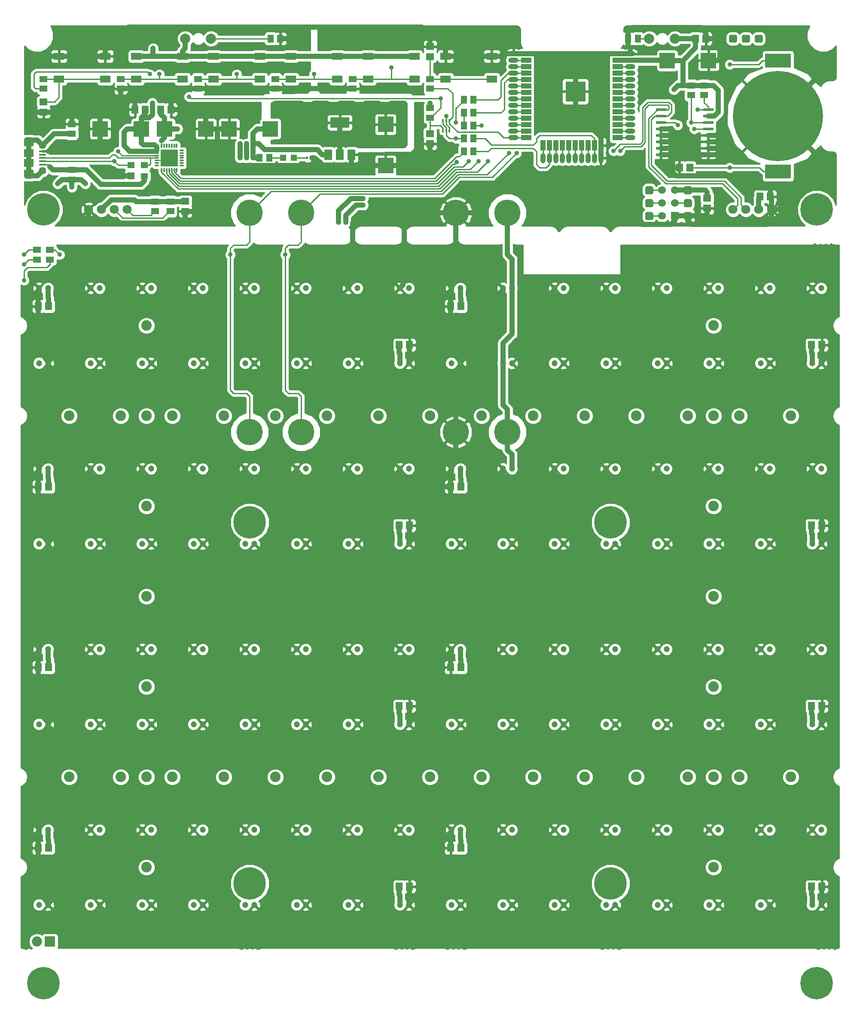
<source format=gbl>
G04 #@! TF.GenerationSoftware,KiCad,Pcbnew,no-vcs-found-67ccf76~61~ubuntu16.04.1*
G04 #@! TF.CreationDate,2018-03-18T17:59:57+05:30*
G04 #@! TF.ProjectId,KlokTHREEjr,4B6C6F6B54485245456A722E6B696361,rev 1*
G04 #@! TF.SameCoordinates,Original*
G04 #@! TF.FileFunction,Copper,L2,Bot,Signal*
G04 #@! TF.FilePolarity,Positive*
%FSLAX46Y46*%
G04 Gerber Fmt 4.6, Leading zero omitted, Abs format (unit mm)*
G04 Created by KiCad (PCBNEW no-vcs-found-67ccf76~61~ubuntu16.04.1) date Sun Mar 18 17:59:57 2018*
%MOMM*%
%LPD*%
G01*
G04 APERTURE LIST*
%ADD10C,2.000000*%
%ADD11R,2.100000X1.400000*%
%ADD12R,3.048000X3.048000*%
%ADD13R,1.400000X1.200000*%
%ADD14R,1.400000X1.400000*%
%ADD15R,1.900000X1.500000*%
%ADD16C,1.450000*%
%ADD17R,1.350000X0.400000*%
%ADD18O,1.900000X1.200000*%
%ADD19R,1.900000X1.200000*%
%ADD20C,0.800000*%
%ADD21C,6.400000*%
%ADD22O,0.850000X0.300000*%
%ADD23O,0.300000X0.850000*%
%ADD24R,1.675000X1.675000*%
%ADD25R,1.498600X1.300480*%
%ADD26R,1.550000X1.350000*%
%ADD27R,1.350000X1.550000*%
%ADD28R,1.500000X2.000000*%
%ADD29R,3.800000X2.000000*%
%ADD30R,1.300480X1.498600*%
%ADD31R,0.400000X0.650000*%
%ADD32C,0.127000*%
%ADD33C,1.600000*%
%ADD34R,5.080000X2.794000*%
%ADD35C,17.780000*%
%ADD36R,1.998980X0.599440*%
%ADD37C,5.200000*%
%ADD38C,1.524000*%
%ADD39R,1.524000X1.524000*%
%ADD40C,1.800000*%
%ADD41R,0.400000X0.600000*%
%ADD42O,1.000000X2.000000*%
%ADD43O,2.000000X1.000000*%
%ADD44R,4.000000X4.000000*%
%ADD45R,2.000000X1.000000*%
%ADD46R,1.000000X2.000000*%
%ADD47R,1.198880X1.198880*%
%ADD48R,2.000000X2.000000*%
%ADD49O,2.000000X2.000000*%
%ADD50C,1.200000*%
%ADD51C,2.082800*%
%ADD52C,0.900000*%
%ADD53C,1.016000*%
%ADD54C,0.254000*%
%ADD55C,0.508000*%
%ADD56C,0.152400*%
G04 APERTURE END LIST*
D10*
X83185000Y-53975000D03*
X88265000Y-53975000D03*
X179705000Y-53975000D03*
X174625000Y-53975000D03*
D11*
X88795000Y-57440000D03*
X97895000Y-57440000D03*
X97895000Y-61940000D03*
X88795000Y-61940000D03*
D12*
X91821000Y-71755000D03*
X99949000Y-71755000D03*
D13*
X75087000Y-81110000D03*
X75087000Y-78910000D03*
X72487000Y-78910000D03*
D14*
X72487000Y-81010000D03*
D15*
X52355000Y-76470000D03*
D16*
X55055000Y-79970000D03*
D17*
X55055000Y-78120000D03*
X55055000Y-78770000D03*
X55055000Y-76170000D03*
X55055000Y-76820000D03*
X55055000Y-77470000D03*
D16*
X55055000Y-74970000D03*
D15*
X52355000Y-78470000D03*
D18*
X52355000Y-80970000D03*
X52355000Y-73970000D03*
D19*
X52355000Y-74570000D03*
X52355000Y-80370000D03*
D20*
X56942056Y-85932944D03*
X55245000Y-85230000D03*
X53547944Y-85932944D03*
X52845000Y-87630000D03*
X53547944Y-89327056D03*
X55245000Y-90030000D03*
X56942056Y-89327056D03*
X57645000Y-87630000D03*
D21*
X55245000Y-87630000D03*
D11*
X73555000Y-57440000D03*
X82655000Y-57440000D03*
X82655000Y-61940000D03*
X73555000Y-61940000D03*
D12*
X186309000Y-58293000D03*
X178181000Y-58293000D03*
D20*
X80010000Y-77470000D03*
X79375000Y-76835000D03*
X80645000Y-76835000D03*
X80645000Y-78105000D03*
X79375000Y-78105000D03*
D22*
X77560000Y-78970000D03*
X77560000Y-78470000D03*
X77560000Y-77970000D03*
X77560000Y-77470000D03*
X77560000Y-76970000D03*
X77560000Y-76470000D03*
X77560000Y-75970000D03*
D23*
X78510000Y-75020000D03*
X79010000Y-75020000D03*
X79510000Y-75020000D03*
X80010000Y-75020000D03*
X80510000Y-75020000D03*
X81010000Y-75020000D03*
X81510000Y-75020000D03*
D22*
X82460000Y-75970000D03*
X82460000Y-76470000D03*
X82460000Y-76970000D03*
X82460000Y-77470000D03*
X82460000Y-77970000D03*
X82460000Y-78470000D03*
X82460000Y-78970000D03*
D23*
X81510000Y-79920000D03*
X81010000Y-79920000D03*
X80510000Y-79920000D03*
X80010000Y-79920000D03*
X79510000Y-79920000D03*
X79010000Y-79920000D03*
X78510000Y-79920000D03*
D24*
X80847500Y-76632500D03*
X80847500Y-78307500D03*
X79172500Y-76632500D03*
X79172500Y-78307500D03*
D25*
X70485000Y-61912500D03*
X70485000Y-63817500D03*
X85725000Y-61912500D03*
X85725000Y-63817500D03*
D26*
X83185000Y-87995000D03*
X83185000Y-85995000D03*
D11*
X143615000Y-61940000D03*
X134515000Y-61940000D03*
X134515000Y-57440000D03*
X143615000Y-57440000D03*
D12*
X122682000Y-78994000D03*
X122682000Y-70866000D03*
D27*
X182610000Y-79375000D03*
X180610000Y-79375000D03*
D25*
X100965000Y-61912500D03*
X100965000Y-63817500D03*
X116205000Y-61912500D03*
X116205000Y-63817500D03*
X80250000Y-86047500D03*
X80250000Y-87952500D03*
D28*
X115965000Y-76810000D03*
X111365000Y-76810000D03*
X113665000Y-76810000D03*
D29*
X113665000Y-70510000D03*
D30*
X140017500Y-68580000D03*
X138112500Y-68580000D03*
X138112500Y-71120000D03*
X140017500Y-71120000D03*
X140017500Y-73660000D03*
X138112500Y-73660000D03*
X140017500Y-76200000D03*
X138112500Y-76200000D03*
D25*
X131445000Y-63817500D03*
X131445000Y-61912500D03*
X55245000Y-63817500D03*
X55245000Y-61912500D03*
D30*
X97853500Y-77470000D03*
X99758500Y-77470000D03*
D25*
X131445000Y-67627500D03*
X131445000Y-69532500D03*
D31*
X133970000Y-72070000D03*
X135270000Y-72070000D03*
X134620000Y-70170000D03*
X134620000Y-72070000D03*
X135270000Y-70170000D03*
X133970000Y-70170000D03*
D27*
X183785000Y-53975000D03*
X185785000Y-53975000D03*
X78375000Y-67945000D03*
X80375000Y-67945000D03*
D12*
X87249000Y-71755000D03*
X79121000Y-71755000D03*
D27*
X75295000Y-67945000D03*
X73295000Y-67945000D03*
D12*
X66421000Y-71755000D03*
X74549000Y-71755000D03*
D26*
X131445000Y-57515000D03*
X131445000Y-55515000D03*
X55245000Y-66437000D03*
X55245000Y-68437000D03*
D25*
X77250000Y-86047500D03*
X77250000Y-87952500D03*
X185420000Y-63182500D03*
X185420000Y-65087500D03*
X182880000Y-63182500D03*
X182880000Y-65087500D03*
D32*
G36*
X191574207Y-53176926D02*
X191613036Y-53182686D01*
X191651114Y-53192224D01*
X191688073Y-53205448D01*
X191723559Y-53222231D01*
X191757228Y-53242412D01*
X191788757Y-53265796D01*
X191817843Y-53292157D01*
X191844204Y-53321243D01*
X191867588Y-53352772D01*
X191887769Y-53386441D01*
X191904552Y-53421927D01*
X191917776Y-53458886D01*
X191927314Y-53496964D01*
X191933074Y-53535793D01*
X191935000Y-53575000D01*
X191935000Y-54375000D01*
X191933074Y-54414207D01*
X191927314Y-54453036D01*
X191917776Y-54491114D01*
X191904552Y-54528073D01*
X191887769Y-54563559D01*
X191867588Y-54597228D01*
X191844204Y-54628757D01*
X191817843Y-54657843D01*
X191788757Y-54684204D01*
X191757228Y-54707588D01*
X191723559Y-54727769D01*
X191688073Y-54744552D01*
X191651114Y-54757776D01*
X191613036Y-54767314D01*
X191574207Y-54773074D01*
X191535000Y-54775000D01*
X190735000Y-54775000D01*
X190695793Y-54773074D01*
X190656964Y-54767314D01*
X190618886Y-54757776D01*
X190581927Y-54744552D01*
X190546441Y-54727769D01*
X190512772Y-54707588D01*
X190481243Y-54684204D01*
X190452157Y-54657843D01*
X190425796Y-54628757D01*
X190402412Y-54597228D01*
X190382231Y-54563559D01*
X190365448Y-54528073D01*
X190352224Y-54491114D01*
X190342686Y-54453036D01*
X190336926Y-54414207D01*
X190335000Y-54375000D01*
X190335000Y-53575000D01*
X190336926Y-53535793D01*
X190342686Y-53496964D01*
X190352224Y-53458886D01*
X190365448Y-53421927D01*
X190382231Y-53386441D01*
X190402412Y-53352772D01*
X190425796Y-53321243D01*
X190452157Y-53292157D01*
X190481243Y-53265796D01*
X190512772Y-53242412D01*
X190546441Y-53222231D01*
X190581927Y-53205448D01*
X190618886Y-53192224D01*
X190656964Y-53182686D01*
X190695793Y-53176926D01*
X190735000Y-53175000D01*
X191535000Y-53175000D01*
X191574207Y-53176926D01*
X191574207Y-53176926D01*
G37*
D33*
X191135000Y-53975000D03*
D11*
X104035000Y-57440000D03*
X113135000Y-57440000D03*
X113135000Y-61940000D03*
X104035000Y-61940000D03*
D20*
X209342056Y-85932944D03*
X207645000Y-85230000D03*
X205947944Y-85932944D03*
X205245000Y-87630000D03*
X205947944Y-89327056D03*
X207645000Y-90030000D03*
X209342056Y-89327056D03*
X210045000Y-87630000D03*
D21*
X207645000Y-87630000D03*
D34*
X200025000Y-80137000D03*
X200025000Y-58293000D03*
D35*
X200025000Y-69215000D03*
D36*
X176959260Y-67945000D03*
X176959260Y-69215000D03*
X176959260Y-70485000D03*
X176959260Y-71755000D03*
X176959260Y-73025000D03*
X176959260Y-74295000D03*
X176959260Y-75565000D03*
X176959260Y-76835000D03*
X186260740Y-76835000D03*
X186260740Y-75565000D03*
X186260740Y-74295000D03*
X186260740Y-73025000D03*
X186260740Y-71755000D03*
X186260740Y-70485000D03*
X186260740Y-69215000D03*
X186260740Y-67945000D03*
D11*
X67415000Y-61940000D03*
X58315000Y-61940000D03*
X58315000Y-57440000D03*
X67415000Y-57440000D03*
D37*
X136525000Y-88265000D03*
X146685000Y-88265000D03*
D32*
G36*
X182684207Y-88101926D02*
X182723036Y-88107686D01*
X182761114Y-88117224D01*
X182798073Y-88130448D01*
X182833559Y-88147231D01*
X182867228Y-88167412D01*
X182898757Y-88190796D01*
X182927843Y-88217157D01*
X182954204Y-88246243D01*
X182977588Y-88277772D01*
X182997769Y-88311441D01*
X183014552Y-88346927D01*
X183027776Y-88383886D01*
X183037314Y-88421964D01*
X183043074Y-88460793D01*
X183045000Y-88500000D01*
X183045000Y-89300000D01*
X183043074Y-89339207D01*
X183037314Y-89378036D01*
X183027776Y-89416114D01*
X183014552Y-89453073D01*
X182997769Y-89488559D01*
X182977588Y-89522228D01*
X182954204Y-89553757D01*
X182927843Y-89582843D01*
X182898757Y-89609204D01*
X182867228Y-89632588D01*
X182833559Y-89652769D01*
X182798073Y-89669552D01*
X182761114Y-89682776D01*
X182723036Y-89692314D01*
X182684207Y-89698074D01*
X182645000Y-89700000D01*
X181845000Y-89700000D01*
X181805793Y-89698074D01*
X181766964Y-89692314D01*
X181728886Y-89682776D01*
X181691927Y-89669552D01*
X181656441Y-89652769D01*
X181622772Y-89632588D01*
X181591243Y-89609204D01*
X181562157Y-89582843D01*
X181535796Y-89553757D01*
X181512412Y-89522228D01*
X181492231Y-89488559D01*
X181475448Y-89453073D01*
X181462224Y-89416114D01*
X181452686Y-89378036D01*
X181446926Y-89339207D01*
X181445000Y-89300000D01*
X181445000Y-88500000D01*
X181446926Y-88460793D01*
X181452686Y-88421964D01*
X181462224Y-88383886D01*
X181475448Y-88346927D01*
X181492231Y-88311441D01*
X181512412Y-88277772D01*
X181535796Y-88246243D01*
X181562157Y-88217157D01*
X181591243Y-88190796D01*
X181622772Y-88167412D01*
X181656441Y-88147231D01*
X181691927Y-88130448D01*
X181728886Y-88117224D01*
X181766964Y-88107686D01*
X181805793Y-88101926D01*
X181845000Y-88100000D01*
X182645000Y-88100000D01*
X182684207Y-88101926D01*
X182684207Y-88101926D01*
G37*
D33*
X182245000Y-88900000D03*
D32*
G36*
X175064207Y-88101926D02*
X175103036Y-88107686D01*
X175141114Y-88117224D01*
X175178073Y-88130448D01*
X175213559Y-88147231D01*
X175247228Y-88167412D01*
X175278757Y-88190796D01*
X175307843Y-88217157D01*
X175334204Y-88246243D01*
X175357588Y-88277772D01*
X175377769Y-88311441D01*
X175394552Y-88346927D01*
X175407776Y-88383886D01*
X175417314Y-88421964D01*
X175423074Y-88460793D01*
X175425000Y-88500000D01*
X175425000Y-89300000D01*
X175423074Y-89339207D01*
X175417314Y-89378036D01*
X175407776Y-89416114D01*
X175394552Y-89453073D01*
X175377769Y-89488559D01*
X175357588Y-89522228D01*
X175334204Y-89553757D01*
X175307843Y-89582843D01*
X175278757Y-89609204D01*
X175247228Y-89632588D01*
X175213559Y-89652769D01*
X175178073Y-89669552D01*
X175141114Y-89682776D01*
X175103036Y-89692314D01*
X175064207Y-89698074D01*
X175025000Y-89700000D01*
X174225000Y-89700000D01*
X174185793Y-89698074D01*
X174146964Y-89692314D01*
X174108886Y-89682776D01*
X174071927Y-89669552D01*
X174036441Y-89652769D01*
X174002772Y-89632588D01*
X173971243Y-89609204D01*
X173942157Y-89582843D01*
X173915796Y-89553757D01*
X173892412Y-89522228D01*
X173872231Y-89488559D01*
X173855448Y-89453073D01*
X173842224Y-89416114D01*
X173832686Y-89378036D01*
X173826926Y-89339207D01*
X173825000Y-89300000D01*
X173825000Y-88500000D01*
X173826926Y-88460793D01*
X173832686Y-88421964D01*
X173842224Y-88383886D01*
X173855448Y-88346927D01*
X173872231Y-88311441D01*
X173892412Y-88277772D01*
X173915796Y-88246243D01*
X173942157Y-88217157D01*
X173971243Y-88190796D01*
X174002772Y-88167412D01*
X174036441Y-88147231D01*
X174071927Y-88130448D01*
X174108886Y-88117224D01*
X174146964Y-88107686D01*
X174185793Y-88101926D01*
X174225000Y-88100000D01*
X175025000Y-88100000D01*
X175064207Y-88101926D01*
X175064207Y-88101926D01*
G37*
D33*
X174625000Y-88900000D03*
D32*
G36*
X182684207Y-85561926D02*
X182723036Y-85567686D01*
X182761114Y-85577224D01*
X182798073Y-85590448D01*
X182833559Y-85607231D01*
X182867228Y-85627412D01*
X182898757Y-85650796D01*
X182927843Y-85677157D01*
X182954204Y-85706243D01*
X182977588Y-85737772D01*
X182997769Y-85771441D01*
X183014552Y-85806927D01*
X183027776Y-85843886D01*
X183037314Y-85881964D01*
X183043074Y-85920793D01*
X183045000Y-85960000D01*
X183045000Y-86760000D01*
X183043074Y-86799207D01*
X183037314Y-86838036D01*
X183027776Y-86876114D01*
X183014552Y-86913073D01*
X182997769Y-86948559D01*
X182977588Y-86982228D01*
X182954204Y-87013757D01*
X182927843Y-87042843D01*
X182898757Y-87069204D01*
X182867228Y-87092588D01*
X182833559Y-87112769D01*
X182798073Y-87129552D01*
X182761114Y-87142776D01*
X182723036Y-87152314D01*
X182684207Y-87158074D01*
X182645000Y-87160000D01*
X181845000Y-87160000D01*
X181805793Y-87158074D01*
X181766964Y-87152314D01*
X181728886Y-87142776D01*
X181691927Y-87129552D01*
X181656441Y-87112769D01*
X181622772Y-87092588D01*
X181591243Y-87069204D01*
X181562157Y-87042843D01*
X181535796Y-87013757D01*
X181512412Y-86982228D01*
X181492231Y-86948559D01*
X181475448Y-86913073D01*
X181462224Y-86876114D01*
X181452686Y-86838036D01*
X181446926Y-86799207D01*
X181445000Y-86760000D01*
X181445000Y-85960000D01*
X181446926Y-85920793D01*
X181452686Y-85881964D01*
X181462224Y-85843886D01*
X181475448Y-85806927D01*
X181492231Y-85771441D01*
X181512412Y-85737772D01*
X181535796Y-85706243D01*
X181562157Y-85677157D01*
X181591243Y-85650796D01*
X181622772Y-85627412D01*
X181656441Y-85607231D01*
X181691927Y-85590448D01*
X181728886Y-85577224D01*
X181766964Y-85567686D01*
X181805793Y-85561926D01*
X181845000Y-85560000D01*
X182645000Y-85560000D01*
X182684207Y-85561926D01*
X182684207Y-85561926D01*
G37*
D33*
X182245000Y-86360000D03*
D38*
X179705000Y-83820000D03*
X177165000Y-83820000D03*
X179705000Y-86360000D03*
X177165000Y-86360000D03*
D39*
X179705000Y-88900000D03*
D38*
X177165000Y-88900000D03*
D32*
G36*
X175064207Y-85561926D02*
X175103036Y-85567686D01*
X175141114Y-85577224D01*
X175178073Y-85590448D01*
X175213559Y-85607231D01*
X175247228Y-85627412D01*
X175278757Y-85650796D01*
X175307843Y-85677157D01*
X175334204Y-85706243D01*
X175357588Y-85737772D01*
X175377769Y-85771441D01*
X175394552Y-85806927D01*
X175407776Y-85843886D01*
X175417314Y-85881964D01*
X175423074Y-85920793D01*
X175425000Y-85960000D01*
X175425000Y-86760000D01*
X175423074Y-86799207D01*
X175417314Y-86838036D01*
X175407776Y-86876114D01*
X175394552Y-86913073D01*
X175377769Y-86948559D01*
X175357588Y-86982228D01*
X175334204Y-87013757D01*
X175307843Y-87042843D01*
X175278757Y-87069204D01*
X175247228Y-87092588D01*
X175213559Y-87112769D01*
X175178073Y-87129552D01*
X175141114Y-87142776D01*
X175103036Y-87152314D01*
X175064207Y-87158074D01*
X175025000Y-87160000D01*
X174225000Y-87160000D01*
X174185793Y-87158074D01*
X174146964Y-87152314D01*
X174108886Y-87142776D01*
X174071927Y-87129552D01*
X174036441Y-87112769D01*
X174002772Y-87092588D01*
X173971243Y-87069204D01*
X173942157Y-87042843D01*
X173915796Y-87013757D01*
X173892412Y-86982228D01*
X173872231Y-86948559D01*
X173855448Y-86913073D01*
X173842224Y-86876114D01*
X173832686Y-86838036D01*
X173826926Y-86799207D01*
X173825000Y-86760000D01*
X173825000Y-85960000D01*
X173826926Y-85920793D01*
X173832686Y-85881964D01*
X173842224Y-85843886D01*
X173855448Y-85806927D01*
X173872231Y-85771441D01*
X173892412Y-85737772D01*
X173915796Y-85706243D01*
X173942157Y-85677157D01*
X173971243Y-85650796D01*
X174002772Y-85627412D01*
X174036441Y-85607231D01*
X174071927Y-85590448D01*
X174108886Y-85577224D01*
X174146964Y-85567686D01*
X174185793Y-85561926D01*
X174225000Y-85560000D01*
X175025000Y-85560000D01*
X175064207Y-85561926D01*
X175064207Y-85561926D01*
G37*
D33*
X174625000Y-86360000D03*
D32*
G36*
X182684207Y-83021926D02*
X182723036Y-83027686D01*
X182761114Y-83037224D01*
X182798073Y-83050448D01*
X182833559Y-83067231D01*
X182867228Y-83087412D01*
X182898757Y-83110796D01*
X182927843Y-83137157D01*
X182954204Y-83166243D01*
X182977588Y-83197772D01*
X182997769Y-83231441D01*
X183014552Y-83266927D01*
X183027776Y-83303886D01*
X183037314Y-83341964D01*
X183043074Y-83380793D01*
X183045000Y-83420000D01*
X183045000Y-84220000D01*
X183043074Y-84259207D01*
X183037314Y-84298036D01*
X183027776Y-84336114D01*
X183014552Y-84373073D01*
X182997769Y-84408559D01*
X182977588Y-84442228D01*
X182954204Y-84473757D01*
X182927843Y-84502843D01*
X182898757Y-84529204D01*
X182867228Y-84552588D01*
X182833559Y-84572769D01*
X182798073Y-84589552D01*
X182761114Y-84602776D01*
X182723036Y-84612314D01*
X182684207Y-84618074D01*
X182645000Y-84620000D01*
X181845000Y-84620000D01*
X181805793Y-84618074D01*
X181766964Y-84612314D01*
X181728886Y-84602776D01*
X181691927Y-84589552D01*
X181656441Y-84572769D01*
X181622772Y-84552588D01*
X181591243Y-84529204D01*
X181562157Y-84502843D01*
X181535796Y-84473757D01*
X181512412Y-84442228D01*
X181492231Y-84408559D01*
X181475448Y-84373073D01*
X181462224Y-84336114D01*
X181452686Y-84298036D01*
X181446926Y-84259207D01*
X181445000Y-84220000D01*
X181445000Y-83420000D01*
X181446926Y-83380793D01*
X181452686Y-83341964D01*
X181462224Y-83303886D01*
X181475448Y-83266927D01*
X181492231Y-83231441D01*
X181512412Y-83197772D01*
X181535796Y-83166243D01*
X181562157Y-83137157D01*
X181591243Y-83110796D01*
X181622772Y-83087412D01*
X181656441Y-83067231D01*
X181691927Y-83050448D01*
X181728886Y-83037224D01*
X181766964Y-83027686D01*
X181805793Y-83021926D01*
X181845000Y-83020000D01*
X182645000Y-83020000D01*
X182684207Y-83021926D01*
X182684207Y-83021926D01*
G37*
D33*
X182245000Y-83820000D03*
D32*
G36*
X175064207Y-83021926D02*
X175103036Y-83027686D01*
X175141114Y-83037224D01*
X175178073Y-83050448D01*
X175213559Y-83067231D01*
X175247228Y-83087412D01*
X175278757Y-83110796D01*
X175307843Y-83137157D01*
X175334204Y-83166243D01*
X175357588Y-83197772D01*
X175377769Y-83231441D01*
X175394552Y-83266927D01*
X175407776Y-83303886D01*
X175417314Y-83341964D01*
X175423074Y-83380793D01*
X175425000Y-83420000D01*
X175425000Y-84220000D01*
X175423074Y-84259207D01*
X175417314Y-84298036D01*
X175407776Y-84336114D01*
X175394552Y-84373073D01*
X175377769Y-84408559D01*
X175357588Y-84442228D01*
X175334204Y-84473757D01*
X175307843Y-84502843D01*
X175278757Y-84529204D01*
X175247228Y-84552588D01*
X175213559Y-84572769D01*
X175178073Y-84589552D01*
X175141114Y-84602776D01*
X175103036Y-84612314D01*
X175064207Y-84618074D01*
X175025000Y-84620000D01*
X174225000Y-84620000D01*
X174185793Y-84618074D01*
X174146964Y-84612314D01*
X174108886Y-84602776D01*
X174071927Y-84589552D01*
X174036441Y-84572769D01*
X174002772Y-84552588D01*
X173971243Y-84529204D01*
X173942157Y-84502843D01*
X173915796Y-84473757D01*
X173892412Y-84442228D01*
X173872231Y-84408559D01*
X173855448Y-84373073D01*
X173842224Y-84336114D01*
X173832686Y-84298036D01*
X173826926Y-84259207D01*
X173825000Y-84220000D01*
X173825000Y-83420000D01*
X173826926Y-83380793D01*
X173832686Y-83341964D01*
X173842224Y-83303886D01*
X173855448Y-83266927D01*
X173872231Y-83231441D01*
X173892412Y-83197772D01*
X173915796Y-83166243D01*
X173942157Y-83137157D01*
X173971243Y-83110796D01*
X174002772Y-83087412D01*
X174036441Y-83067231D01*
X174071927Y-83050448D01*
X174108886Y-83037224D01*
X174146964Y-83027686D01*
X174185793Y-83021926D01*
X174225000Y-83020000D01*
X175025000Y-83020000D01*
X175064207Y-83021926D01*
X175064207Y-83021926D01*
G37*
D33*
X174625000Y-83820000D03*
D26*
X186055000Y-87360000D03*
X186055000Y-85360000D03*
D32*
G36*
X196654207Y-53176926D02*
X196693036Y-53182686D01*
X196731114Y-53192224D01*
X196768073Y-53205448D01*
X196803559Y-53222231D01*
X196837228Y-53242412D01*
X196868757Y-53265796D01*
X196897843Y-53292157D01*
X196924204Y-53321243D01*
X196947588Y-53352772D01*
X196967769Y-53386441D01*
X196984552Y-53421927D01*
X196997776Y-53458886D01*
X197007314Y-53496964D01*
X197013074Y-53535793D01*
X197015000Y-53575000D01*
X197015000Y-54375000D01*
X197013074Y-54414207D01*
X197007314Y-54453036D01*
X196997776Y-54491114D01*
X196984552Y-54528073D01*
X196967769Y-54563559D01*
X196947588Y-54597228D01*
X196924204Y-54628757D01*
X196897843Y-54657843D01*
X196868757Y-54684204D01*
X196837228Y-54707588D01*
X196803559Y-54727769D01*
X196768073Y-54744552D01*
X196731114Y-54757776D01*
X196693036Y-54767314D01*
X196654207Y-54773074D01*
X196615000Y-54775000D01*
X195815000Y-54775000D01*
X195775793Y-54773074D01*
X195736964Y-54767314D01*
X195698886Y-54757776D01*
X195661927Y-54744552D01*
X195626441Y-54727769D01*
X195592772Y-54707588D01*
X195561243Y-54684204D01*
X195532157Y-54657843D01*
X195505796Y-54628757D01*
X195482412Y-54597228D01*
X195462231Y-54563559D01*
X195445448Y-54528073D01*
X195432224Y-54491114D01*
X195422686Y-54453036D01*
X195416926Y-54414207D01*
X195415000Y-54375000D01*
X195415000Y-53575000D01*
X195416926Y-53535793D01*
X195422686Y-53496964D01*
X195432224Y-53458886D01*
X195445448Y-53421927D01*
X195462231Y-53386441D01*
X195482412Y-53352772D01*
X195505796Y-53321243D01*
X195532157Y-53292157D01*
X195561243Y-53265796D01*
X195592772Y-53242412D01*
X195626441Y-53222231D01*
X195661927Y-53205448D01*
X195698886Y-53192224D01*
X195736964Y-53182686D01*
X195775793Y-53176926D01*
X195815000Y-53175000D01*
X196615000Y-53175000D01*
X196654207Y-53176926D01*
X196654207Y-53176926D01*
G37*
D33*
X196215000Y-53975000D03*
D32*
G36*
X194114207Y-53176926D02*
X194153036Y-53182686D01*
X194191114Y-53192224D01*
X194228073Y-53205448D01*
X194263559Y-53222231D01*
X194297228Y-53242412D01*
X194328757Y-53265796D01*
X194357843Y-53292157D01*
X194384204Y-53321243D01*
X194407588Y-53352772D01*
X194427769Y-53386441D01*
X194444552Y-53421927D01*
X194457776Y-53458886D01*
X194467314Y-53496964D01*
X194473074Y-53535793D01*
X194475000Y-53575000D01*
X194475000Y-54375000D01*
X194473074Y-54414207D01*
X194467314Y-54453036D01*
X194457776Y-54491114D01*
X194444552Y-54528073D01*
X194427769Y-54563559D01*
X194407588Y-54597228D01*
X194384204Y-54628757D01*
X194357843Y-54657843D01*
X194328757Y-54684204D01*
X194297228Y-54707588D01*
X194263559Y-54727769D01*
X194228073Y-54744552D01*
X194191114Y-54757776D01*
X194153036Y-54767314D01*
X194114207Y-54773074D01*
X194075000Y-54775000D01*
X193275000Y-54775000D01*
X193235793Y-54773074D01*
X193196964Y-54767314D01*
X193158886Y-54757776D01*
X193121927Y-54744552D01*
X193086441Y-54727769D01*
X193052772Y-54707588D01*
X193021243Y-54684204D01*
X192992157Y-54657843D01*
X192965796Y-54628757D01*
X192942412Y-54597228D01*
X192922231Y-54563559D01*
X192905448Y-54528073D01*
X192892224Y-54491114D01*
X192882686Y-54453036D01*
X192876926Y-54414207D01*
X192875000Y-54375000D01*
X192875000Y-53575000D01*
X192876926Y-53535793D01*
X192882686Y-53496964D01*
X192892224Y-53458886D01*
X192905448Y-53421927D01*
X192922231Y-53386441D01*
X192942412Y-53352772D01*
X192965796Y-53321243D01*
X192992157Y-53292157D01*
X193021243Y-53265796D01*
X193052772Y-53242412D01*
X193086441Y-53222231D01*
X193121927Y-53205448D01*
X193158886Y-53192224D01*
X193196964Y-53182686D01*
X193235793Y-53176926D01*
X193275000Y-53175000D01*
X194075000Y-53175000D01*
X194114207Y-53176926D01*
X194114207Y-53176926D01*
G37*
D33*
X193675000Y-53975000D03*
D40*
X64135000Y-87630000D03*
X66675000Y-87630000D03*
X69215000Y-87630000D03*
X71755000Y-87630000D03*
X191135000Y-87630000D03*
X193675000Y-87630000D03*
X196215000Y-87630000D03*
X198755000Y-87630000D03*
D27*
X196485000Y-85090000D03*
X198485000Y-85090000D03*
D37*
X106045000Y-88265000D03*
X95885000Y-88265000D03*
D41*
X108146000Y-77470000D03*
X107246000Y-77470000D03*
D42*
X158750000Y-77480000D03*
X153670000Y-77480000D03*
X154940000Y-77480000D03*
X156210000Y-77480000D03*
X157480000Y-77480000D03*
X160020000Y-77480000D03*
X161290000Y-77480000D03*
X162560000Y-77480000D03*
X163830000Y-77480000D03*
X165100000Y-77480000D03*
D43*
X147885000Y-59520000D03*
X147885000Y-70950000D03*
X147885000Y-62060000D03*
X147885000Y-64600000D03*
X147885000Y-65870000D03*
X147885000Y-72220000D03*
X147885000Y-73490000D03*
X147885000Y-63330000D03*
X147885000Y-69680000D03*
X147885000Y-56980000D03*
X147885000Y-60790000D03*
X147885000Y-68410000D03*
X147885000Y-67140000D03*
X147885000Y-58250000D03*
X170885000Y-73490000D03*
X170885000Y-72220000D03*
X170885000Y-70950000D03*
X170885000Y-69680000D03*
X170885000Y-68410000D03*
X170885000Y-67140000D03*
X170885000Y-65870000D03*
X170885000Y-64600000D03*
X170885000Y-63330000D03*
X170885000Y-62060000D03*
X170885000Y-60790000D03*
X170885000Y-59520000D03*
X170885000Y-58250000D03*
X170885000Y-56980000D03*
D44*
X160085000Y-64380000D03*
D45*
X150385000Y-56980000D03*
X150385000Y-58250000D03*
X150385000Y-59520000D03*
X150385000Y-60790000D03*
X150385000Y-62060000D03*
X150385000Y-63330000D03*
X150385000Y-64600000D03*
X150385000Y-65870000D03*
X150385000Y-67140000D03*
X150385000Y-68410000D03*
X150385000Y-69680000D03*
X150385000Y-70950000D03*
X150385000Y-72220000D03*
X150385000Y-73490000D03*
D46*
X153670000Y-74980000D03*
X154940000Y-74980000D03*
X156210000Y-74980000D03*
X157480000Y-74980000D03*
X158750000Y-74980000D03*
X160020000Y-74980000D03*
X161290000Y-74980000D03*
X162560000Y-74980000D03*
X163830000Y-74980000D03*
X165100000Y-74980000D03*
D45*
X168385000Y-73490000D03*
X168385000Y-72220000D03*
X168385000Y-70950000D03*
X168385000Y-69680000D03*
X168385000Y-68410000D03*
X168385000Y-67140000D03*
X168385000Y-65870000D03*
X168385000Y-64600000D03*
X168385000Y-63330000D03*
X168385000Y-62060000D03*
X168385000Y-60790000D03*
X168385000Y-59520000D03*
X168385000Y-58250000D03*
X168385000Y-56980000D03*
D30*
X140017500Y-66040000D03*
X138112500Y-66040000D03*
D26*
X131445000Y-72660000D03*
X131445000Y-74660000D03*
D11*
X119275000Y-57440000D03*
X128375000Y-57440000D03*
X128375000Y-61940000D03*
X119275000Y-61940000D03*
D47*
X102455980Y-77470000D03*
X104554020Y-77470000D03*
D27*
X56245000Y-177800000D03*
X54245000Y-177800000D03*
X137525000Y-142240000D03*
X135525000Y-142240000D03*
X56245000Y-106680000D03*
X54245000Y-106680000D03*
D21*
X55245000Y-240030000D03*
D20*
X57645000Y-240030000D03*
X56942056Y-241727056D03*
X55245000Y-242430000D03*
X53547944Y-241727056D03*
X52845000Y-240030000D03*
X53547944Y-238332944D03*
X55245000Y-237630000D03*
X56942056Y-238332944D03*
D21*
X207645000Y-240030000D03*
D20*
X210045000Y-240030000D03*
X209342056Y-241727056D03*
X207645000Y-242430000D03*
X205947944Y-241727056D03*
X205245000Y-240030000D03*
X205947944Y-238332944D03*
X207645000Y-237630000D03*
X209342056Y-238332944D03*
D21*
X95885000Y-149225000D03*
D20*
X98285000Y-149225000D03*
X97582056Y-150922056D03*
X95885000Y-151625000D03*
X94187944Y-150922056D03*
X93485000Y-149225000D03*
X94187944Y-147527944D03*
X95885000Y-146825000D03*
X97582056Y-147527944D03*
D21*
X167005000Y-149225000D03*
D20*
X169405000Y-149225000D03*
X168702056Y-150922056D03*
X167005000Y-151625000D03*
X165307944Y-150922056D03*
X164605000Y-149225000D03*
X165307944Y-147527944D03*
X167005000Y-146825000D03*
X168702056Y-147527944D03*
D21*
X167005000Y-220345000D03*
D20*
X169405000Y-220345000D03*
X168702056Y-222042056D03*
X167005000Y-222745000D03*
X165307944Y-222042056D03*
X164605000Y-220345000D03*
X165307944Y-218647944D03*
X167005000Y-217945000D03*
X168702056Y-218647944D03*
D21*
X95885000Y-220345000D03*
D20*
X98285000Y-220345000D03*
X97582056Y-222042056D03*
X95885000Y-222745000D03*
X94187944Y-222042056D03*
X93485000Y-220345000D03*
X94187944Y-218647944D03*
X95885000Y-217945000D03*
X97582056Y-218647944D03*
D37*
X95885000Y-131445000D03*
X106045000Y-131445000D03*
X146685000Y-131445000D03*
X136525000Y-131445000D03*
D48*
X56515000Y-231775000D03*
D49*
X53975000Y-231775000D03*
D50*
X64505000Y-224560000D03*
X66305000Y-224560000D03*
D25*
X53975000Y-97472500D03*
X53975000Y-95567500D03*
X56515000Y-97472500D03*
X56515000Y-95567500D03*
D30*
X101917500Y-53975000D03*
X100012500Y-53975000D03*
X170497500Y-53975000D03*
X172402500Y-53975000D03*
D50*
X196585000Y-117880000D03*
X198385000Y-117880000D03*
X56145000Y-103100000D03*
X54345000Y-103100000D03*
X76465000Y-103100000D03*
X74665000Y-103100000D03*
X86625000Y-103100000D03*
X84825000Y-103100000D03*
X96785000Y-103100000D03*
X94985000Y-103100000D03*
X106945000Y-103100000D03*
X105145000Y-103100000D03*
X117105000Y-103100000D03*
X115305000Y-103100000D03*
X127265000Y-103100000D03*
X125465000Y-103100000D03*
X137425000Y-103100000D03*
X135625000Y-103100000D03*
X147585000Y-103100000D03*
X145785000Y-103100000D03*
X157745000Y-103100000D03*
X155945000Y-103100000D03*
X167905000Y-103100000D03*
X166105000Y-103100000D03*
X178065000Y-103100000D03*
X176265000Y-103100000D03*
X188225000Y-103100000D03*
X186425000Y-103100000D03*
X198385000Y-103100000D03*
X196585000Y-103100000D03*
X208545000Y-103100000D03*
X206745000Y-103100000D03*
X206745000Y-117880000D03*
X208545000Y-117880000D03*
X186425000Y-117880000D03*
X188225000Y-117880000D03*
X176265000Y-117880000D03*
X178065000Y-117880000D03*
X166105000Y-117880000D03*
X167905000Y-117880000D03*
X155945000Y-117880000D03*
X157745000Y-117880000D03*
X145785000Y-117880000D03*
X147585000Y-117880000D03*
X135625000Y-117880000D03*
X137425000Y-117880000D03*
X125465000Y-117880000D03*
X127265000Y-117880000D03*
X115305000Y-117880000D03*
X117105000Y-117880000D03*
X105145000Y-117880000D03*
X106945000Y-117880000D03*
X94985000Y-117880000D03*
X96785000Y-117880000D03*
X84825000Y-117880000D03*
X86625000Y-117880000D03*
X74665000Y-117880000D03*
X76465000Y-117880000D03*
X64505000Y-117880000D03*
X66305000Y-117880000D03*
X54345000Y-117880000D03*
X56145000Y-117880000D03*
X56145000Y-138660000D03*
X54345000Y-138660000D03*
X66305000Y-138660000D03*
X64505000Y-138660000D03*
X76465000Y-138660000D03*
X74665000Y-138660000D03*
X86625000Y-138660000D03*
X84825000Y-138660000D03*
X96785000Y-138660000D03*
X94985000Y-138660000D03*
X106945000Y-138660000D03*
X105145000Y-138660000D03*
X117105000Y-138660000D03*
X115305000Y-138660000D03*
X127265000Y-138660000D03*
X125465000Y-138660000D03*
X137425000Y-138660000D03*
X135625000Y-138660000D03*
X147585000Y-138660000D03*
X145785000Y-138660000D03*
X157745000Y-138660000D03*
X155945000Y-138660000D03*
X167905000Y-138660000D03*
X166105000Y-138660000D03*
X178065000Y-138660000D03*
X176265000Y-138660000D03*
X188225000Y-138660000D03*
X186425000Y-138660000D03*
X198385000Y-138660000D03*
X196585000Y-138660000D03*
X208545000Y-138660000D03*
X206745000Y-138660000D03*
X206745000Y-153440000D03*
X208545000Y-153440000D03*
X196585000Y-153440000D03*
X198385000Y-153440000D03*
X186425000Y-153440000D03*
X188225000Y-153440000D03*
X176265000Y-153440000D03*
X178065000Y-153440000D03*
X166105000Y-153440000D03*
X167905000Y-153440000D03*
X155945000Y-153440000D03*
X157745000Y-153440000D03*
X145785000Y-153440000D03*
X147585000Y-153440000D03*
X135625000Y-153440000D03*
X137425000Y-153440000D03*
X125465000Y-153440000D03*
X127265000Y-153440000D03*
X115305000Y-153440000D03*
X117105000Y-153440000D03*
X105145000Y-153440000D03*
X106945000Y-153440000D03*
X94985000Y-153440000D03*
X96785000Y-153440000D03*
X84825000Y-153440000D03*
X86625000Y-153440000D03*
X74665000Y-153440000D03*
X76465000Y-153440000D03*
X64505000Y-153440000D03*
X66305000Y-153440000D03*
X54345000Y-153440000D03*
X56145000Y-153440000D03*
X56145000Y-174220000D03*
X54345000Y-174220000D03*
X66305000Y-174220000D03*
X64505000Y-174220000D03*
X76465000Y-174220000D03*
X74665000Y-174220000D03*
X86625000Y-174220000D03*
X84825000Y-174220000D03*
X96785000Y-174220000D03*
X94985000Y-174220000D03*
X106945000Y-174220000D03*
X105145000Y-174220000D03*
X117105000Y-174220000D03*
X115305000Y-174220000D03*
X127265000Y-174220000D03*
X125465000Y-174220000D03*
X137425000Y-174220000D03*
X135625000Y-174220000D03*
X147585000Y-174220000D03*
X145785000Y-174220000D03*
X157745000Y-174220000D03*
X155945000Y-174220000D03*
X167905000Y-174220000D03*
X166105000Y-174220000D03*
X178065000Y-174220000D03*
X176265000Y-174220000D03*
X188225000Y-174220000D03*
X186425000Y-174220000D03*
X198385000Y-174220000D03*
X196585000Y-174220000D03*
X208545000Y-174220000D03*
X206745000Y-174220000D03*
X206745000Y-189000000D03*
X208545000Y-189000000D03*
X196585000Y-189000000D03*
X198385000Y-189000000D03*
X186425000Y-189000000D03*
X188225000Y-189000000D03*
X176265000Y-189000000D03*
X178065000Y-189000000D03*
X166105000Y-189000000D03*
X167905000Y-189000000D03*
X155945000Y-189000000D03*
X157745000Y-189000000D03*
X145785000Y-189000000D03*
X147585000Y-189000000D03*
X135625000Y-189000000D03*
X137425000Y-189000000D03*
X125465000Y-189000000D03*
X127265000Y-189000000D03*
X115305000Y-189000000D03*
X117105000Y-189000000D03*
X105145000Y-189000000D03*
X106945000Y-189000000D03*
X94985000Y-189000000D03*
X96785000Y-189000000D03*
X84825000Y-189000000D03*
X86625000Y-189000000D03*
X74665000Y-189000000D03*
X76465000Y-189000000D03*
X64505000Y-189000000D03*
X66305000Y-189000000D03*
X54345000Y-189000000D03*
X56145000Y-189000000D03*
X56145000Y-209780000D03*
X54345000Y-209780000D03*
X66305000Y-209780000D03*
X64505000Y-209780000D03*
X76465000Y-209780000D03*
X74665000Y-209780000D03*
X86625000Y-209780000D03*
X84825000Y-209780000D03*
X96785000Y-209780000D03*
X94985000Y-209780000D03*
X106945000Y-209780000D03*
X105145000Y-209780000D03*
X117105000Y-209780000D03*
X115305000Y-209780000D03*
X127265000Y-209780000D03*
X125465000Y-209780000D03*
X137425000Y-209780000D03*
X135625000Y-209780000D03*
X147585000Y-209780000D03*
X145785000Y-209780000D03*
X157745000Y-209780000D03*
X155945000Y-209780000D03*
X167905000Y-209780000D03*
X166105000Y-209780000D03*
X178065000Y-209780000D03*
X176265000Y-209780000D03*
X188225000Y-209780000D03*
X186425000Y-209780000D03*
X198385000Y-209780000D03*
X196585000Y-209780000D03*
X208545000Y-209780000D03*
X206745000Y-209780000D03*
X206745000Y-224560000D03*
X208545000Y-224560000D03*
X196585000Y-224560000D03*
X198385000Y-224560000D03*
X186425000Y-224560000D03*
X188225000Y-224560000D03*
X176265000Y-224560000D03*
X178065000Y-224560000D03*
X166105000Y-224560000D03*
X167905000Y-224560000D03*
X155945000Y-224560000D03*
X157745000Y-224560000D03*
X145785000Y-224560000D03*
X147585000Y-224560000D03*
X135625000Y-224560000D03*
X137425000Y-224560000D03*
X125465000Y-224560000D03*
X127265000Y-224560000D03*
X115305000Y-224560000D03*
X117105000Y-224560000D03*
X105145000Y-224560000D03*
X106945000Y-224560000D03*
X94985000Y-224560000D03*
X96785000Y-224560000D03*
X84825000Y-224560000D03*
X86625000Y-224560000D03*
X74665000Y-224560000D03*
X76465000Y-224560000D03*
X54345000Y-224560000D03*
X56145000Y-224560000D03*
X66305000Y-103100000D03*
X64505000Y-103100000D03*
D51*
X187325000Y-217170000D03*
X187325000Y-199390000D03*
X187325000Y-181610000D03*
X187325000Y-163830000D03*
X187325000Y-146050000D03*
X187325000Y-128270000D03*
X187325000Y-110490000D03*
X75565000Y-217170000D03*
X75565000Y-199390000D03*
X75565000Y-181610000D03*
X75565000Y-163830000D03*
X75565000Y-146050000D03*
X75565000Y-128270000D03*
X75565000Y-110490000D03*
X202565000Y-199390000D03*
X192405000Y-199390000D03*
X182245000Y-199390000D03*
X172085000Y-199390000D03*
X161925000Y-199390000D03*
X151765000Y-199390000D03*
X141605000Y-199390000D03*
X131445000Y-199390000D03*
X121285000Y-199390000D03*
X111125000Y-199390000D03*
X100965000Y-199390000D03*
X90805000Y-199390000D03*
X80645000Y-199390000D03*
X70485000Y-199390000D03*
X60325000Y-199390000D03*
X202565000Y-128270000D03*
X192405000Y-128270000D03*
X182245000Y-128270000D03*
X172085000Y-128270000D03*
X161925000Y-128270000D03*
X151765000Y-128270000D03*
X141605000Y-128270000D03*
X131445000Y-128270000D03*
X121285000Y-128270000D03*
X111125000Y-128270000D03*
X100965000Y-128270000D03*
X90805000Y-128270000D03*
X80645000Y-128270000D03*
X70485000Y-128270000D03*
X60325000Y-128270000D03*
D27*
X137525000Y-106680000D03*
X135525000Y-106680000D03*
X206645000Y-114300000D03*
X208645000Y-114300000D03*
X125365000Y-114300000D03*
X127365000Y-114300000D03*
X56245000Y-142240000D03*
X54245000Y-142240000D03*
X206645000Y-149860000D03*
X208645000Y-149860000D03*
X125365000Y-149860000D03*
X127365000Y-149860000D03*
X137525000Y-177800000D03*
X135525000Y-177800000D03*
X206645000Y-185420000D03*
X208645000Y-185420000D03*
X125365000Y-185420000D03*
X127365000Y-185420000D03*
X56245000Y-213360000D03*
X54245000Y-213360000D03*
X137525000Y-213360000D03*
X135525000Y-213360000D03*
X206645000Y-220980000D03*
X208645000Y-220980000D03*
X125365000Y-220980000D03*
X127365000Y-220980000D03*
D25*
X60833000Y-79819500D03*
X60833000Y-81724500D03*
X60833000Y-72707500D03*
X60833000Y-70802500D03*
D52*
X87376000Y-88011000D03*
X86106000Y-88011000D03*
X84836000Y-88011000D03*
X70993000Y-81010000D03*
X66421000Y-79756000D03*
X66421000Y-74549000D03*
X81661000Y-71755000D03*
X95250000Y-74676000D03*
X95250000Y-76073000D03*
X95250000Y-77470000D03*
X60833000Y-83185000D03*
X58039000Y-82550000D03*
X63500000Y-82550000D03*
X118237000Y-86741000D03*
X114808000Y-90170000D03*
X118237000Y-85471000D03*
X113411000Y-90170000D03*
X103505000Y-72390000D03*
X103505000Y-70485000D03*
X103505000Y-68580000D03*
X76708000Y-66675000D03*
X121285000Y-74295000D03*
X123825000Y-74295000D03*
X100965000Y-74295000D03*
X103505000Y-74295000D03*
X106045000Y-74295000D03*
X108585000Y-74295000D03*
X113665000Y-74295000D03*
X116205000Y-74295000D03*
X118745000Y-74295000D03*
X126365000Y-74295000D03*
X126365000Y-70485000D03*
X126365000Y-68580000D03*
X111125000Y-74295000D03*
X126365000Y-72390000D03*
X76835000Y-55880000D03*
X83947000Y-65405000D03*
X69215002Y-78105000D03*
X69977000Y-76200000D03*
X136687350Y-78267350D03*
X126365000Y-66675000D03*
X123825000Y-66675000D03*
X121285000Y-66675000D03*
X118745000Y-66675000D03*
X116205000Y-66675000D03*
X113665000Y-66675000D03*
X111125000Y-66675000D03*
X108585000Y-66675000D03*
X106045000Y-66675000D03*
X103505000Y-66675000D03*
X100965000Y-66675000D03*
X183515000Y-71755000D03*
X123825000Y-59690000D03*
X184150000Y-67945000D03*
X182880000Y-70485000D03*
X78105000Y-60960000D03*
X93345000Y-60960000D03*
X141605000Y-71120000D03*
X140970000Y-78105000D03*
X136525000Y-70485000D03*
X139065000Y-78105000D03*
X148500000Y-76500000D03*
X136525000Y-73660000D03*
X142875000Y-78105000D03*
X134620000Y-69215000D03*
X76200000Y-60960000D03*
X133500000Y-65749996D03*
X116205000Y-68580000D03*
X109855000Y-72390000D03*
X117475000Y-69850000D03*
X109855000Y-69850000D03*
X111125000Y-68580000D03*
X112395000Y-68580000D03*
X114935000Y-68580000D03*
X113665000Y-68580000D03*
X117475000Y-72390000D03*
X117475000Y-71120000D03*
X109855000Y-71120000D03*
X131445000Y-66675000D03*
X179500000Y-64000000D03*
X108585000Y-60960000D03*
X147000000Y-76500000D03*
X190500000Y-59055000D03*
X190500000Y-79375000D03*
X96520000Y-76073000D03*
X96520000Y-77470000D03*
X96520000Y-74676000D03*
X93980000Y-74676000D03*
X93980000Y-76073000D03*
X93980000Y-77470000D03*
X180250000Y-71000000D03*
X167600000Y-76100000D03*
X168900000Y-76100000D03*
X155575000Y-106680000D03*
X165735000Y-106680000D03*
X175895000Y-106680000D03*
X145415000Y-106680000D03*
X51435000Y-98425000D03*
X51435000Y-101600000D03*
X102870000Y-96520000D03*
X51435000Y-96520000D03*
X92075000Y-96520000D03*
X58420000Y-96520000D03*
D53*
X55245000Y-68437000D02*
X60833000Y-68437000D01*
X60833000Y-69136260D02*
X60833000Y-68437000D01*
X60833000Y-68437000D02*
X61738000Y-68437000D01*
X60833000Y-70802500D02*
X60833000Y-69136260D01*
X61738000Y-68437000D02*
X63925000Y-66250000D01*
X63925000Y-66250000D02*
X66421000Y-66250000D01*
X56896000Y-75512000D02*
X65458000Y-75512000D01*
X65458000Y-75512000D02*
X66421000Y-74549000D01*
X52070000Y-60579000D02*
X55209000Y-57440000D01*
X52070000Y-67053000D02*
X52070000Y-60579000D01*
X53454000Y-68437000D02*
X52070000Y-67053000D01*
X55245000Y-68437000D02*
X53454000Y-68437000D01*
X55209000Y-57440000D02*
X58315000Y-57440000D01*
X108839000Y-78994000D02*
X90551000Y-78994000D01*
X90551000Y-78994000D02*
X89535000Y-77978000D01*
X89535000Y-77978000D02*
X89535000Y-71755000D01*
X86106000Y-88011000D02*
X87376000Y-88011000D01*
X84836000Y-88011000D02*
X86106000Y-88011000D01*
X84836000Y-88011000D02*
X83201000Y-88011000D01*
X83201000Y-88011000D02*
X83185000Y-87995000D01*
X170497500Y-53975000D02*
X170497500Y-52705000D01*
X185785000Y-52816000D02*
X185785000Y-53975000D01*
X185785000Y-52816000D02*
X184785000Y-51816000D01*
X184785000Y-51816000D02*
X171386500Y-51816000D01*
X170497500Y-52705000D02*
X171386500Y-51816000D01*
X82296000Y-90297000D02*
X83185000Y-89408000D01*
X65278000Y-90297000D02*
X82296000Y-90297000D01*
X64135000Y-89154000D02*
X65278000Y-90297000D01*
X64135000Y-87630000D02*
X64135000Y-89154000D01*
X83185000Y-89408000D02*
X83185000Y-87995000D01*
X190373000Y-81026000D02*
X192151000Y-82804000D01*
X179959000Y-81026000D02*
X190373000Y-81026000D01*
X179250000Y-80317000D02*
X179959000Y-81026000D01*
X179250000Y-79000000D02*
X179250000Y-80317000D01*
X192151000Y-82804000D02*
X197990000Y-82804000D01*
X197990000Y-82804000D02*
X198485000Y-83299000D01*
X198485000Y-83299000D02*
X198485000Y-85090000D01*
X197739000Y-90551000D02*
X198755000Y-89535000D01*
X182245000Y-89800000D02*
X182996000Y-90551000D01*
X182996000Y-90551000D02*
X197739000Y-90551000D01*
X182245000Y-88900000D02*
X182245000Y-89800000D01*
X198755000Y-89535000D02*
X198755000Y-87630000D01*
X115951000Y-78994000D02*
X108839000Y-78994000D01*
X108839000Y-77709000D02*
X108839000Y-78994000D01*
X91821000Y-71755000D02*
X89535000Y-71755000D01*
X89535000Y-71755000D02*
X87249000Y-71755000D01*
X122682000Y-78994000D02*
X115951000Y-78994000D01*
X115965000Y-76810000D02*
X115965000Y-78980000D01*
X115965000Y-78980000D02*
X115951000Y-78994000D01*
X122682000Y-78994000D02*
X128651000Y-78994000D01*
X128651000Y-78994000D02*
X131445000Y-76200000D01*
X67675000Y-81010000D02*
X66421000Y-79756000D01*
X70993000Y-81010000D02*
X67675000Y-81010000D01*
X72487000Y-81010000D02*
X70993000Y-81010000D01*
X66421000Y-74549000D02*
X66421000Y-71755000D01*
X73406000Y-63817500D02*
X80391000Y-63817500D01*
X80391000Y-63817500D02*
X85725000Y-63817500D01*
X80375000Y-67945000D02*
X80375000Y-63833500D01*
X80375000Y-63833500D02*
X80391000Y-63817500D01*
X70485000Y-63817500D02*
X73406000Y-63817500D01*
X73295000Y-67945000D02*
X73295000Y-63928500D01*
X73295000Y-63928500D02*
X73406000Y-63817500D01*
X66421000Y-71755000D02*
X66421000Y-66250000D01*
X66421000Y-66250000D02*
X69640000Y-66250000D01*
X69640000Y-66250000D02*
X70485000Y-65405000D01*
X70485000Y-65405000D02*
X70485000Y-63817500D01*
X108146000Y-77470000D02*
X108600000Y-77470000D01*
X108600000Y-77470000D02*
X108839000Y-77709000D01*
X131445000Y-76200000D02*
X131445000Y-74660000D01*
X173228000Y-90551000D02*
X165862000Y-83185000D01*
X179705000Y-89789000D02*
X178943000Y-90551000D01*
X139954000Y-88265000D02*
X136525000Y-88265000D01*
X178943000Y-90551000D02*
X173228000Y-90551000D01*
X179705000Y-88900000D02*
X179705000Y-89789000D01*
X165862000Y-83185000D02*
X145034000Y-83185000D01*
X145034000Y-83185000D02*
X139954000Y-88265000D01*
X116205000Y-90297000D02*
X118237000Y-88265000D01*
X118237000Y-88265000D02*
X128143000Y-88265000D01*
X116205000Y-97409000D02*
X116205000Y-90297000D01*
X115305000Y-98309000D02*
X116205000Y-97409000D01*
X115305000Y-103100000D02*
X115305000Y-98309000D01*
X126365000Y-90043000D02*
X128143000Y-88265000D01*
X128143000Y-88265000D02*
X136525000Y-88265000D01*
X126365000Y-97282000D02*
X126365000Y-90043000D01*
X126064999Y-97582001D02*
X126365000Y-97282000D01*
X125465000Y-103100000D02*
X126064999Y-102500001D01*
X126064999Y-102500001D02*
X126064999Y-97582001D01*
X155575000Y-142240000D02*
X166370000Y-142240000D01*
X114935000Y-142240000D02*
X125730000Y-142240000D01*
X104140000Y-51689000D02*
X129794000Y-51689000D01*
X71958000Y-51689000D02*
X104140000Y-51689000D01*
X101917500Y-53975000D02*
X103583740Y-53975000D01*
X103583740Y-53975000D02*
X104140000Y-53418740D01*
X104140000Y-53418740D02*
X104140000Y-51689000D01*
X170885000Y-56980000D02*
X170885000Y-55880000D01*
X170497500Y-55492500D02*
X170497500Y-53975000D01*
X170885000Y-55880000D02*
X170497500Y-55492500D01*
X170815000Y-56980000D02*
X170885000Y-56980000D01*
X67415000Y-57440000D02*
X67415000Y-56232000D01*
X67415000Y-56232000D02*
X71958000Y-51689000D01*
X129794000Y-51689000D02*
X131445000Y-53340000D01*
X188595000Y-57785000D02*
X188595000Y-53975000D01*
X188595000Y-53975000D02*
X188595000Y-52635000D01*
X185785000Y-53975000D02*
X188595000Y-53975000D01*
X189230000Y-52000000D02*
X200250000Y-52000000D01*
X188595000Y-52635000D02*
X189230000Y-52000000D01*
X188087000Y-58293000D02*
X188595000Y-57785000D01*
X186309000Y-58293000D02*
X188087000Y-58293000D01*
X200250000Y-52000000D02*
X207500000Y-59250000D01*
X207500000Y-59250000D02*
X207500000Y-61750000D01*
X207500000Y-61750000D02*
X200035000Y-69215000D01*
X200035000Y-69215000D02*
X200025000Y-69215000D01*
X93980000Y-76073000D02*
X93980000Y-77470000D01*
X93980000Y-74676000D02*
X93980000Y-76073000D01*
X95250000Y-76073000D02*
X95250000Y-77470000D01*
X95250000Y-74676000D02*
X95250000Y-76073000D01*
X96520000Y-76073000D02*
X96520000Y-77470000D01*
X99949000Y-71755000D02*
X97409000Y-71755000D01*
X97409000Y-71755000D02*
X96520000Y-72644000D01*
X96520000Y-72644000D02*
X96520000Y-74676000D01*
X79121000Y-71755000D02*
X81661000Y-71755000D01*
X98806000Y-75819000D02*
X97663000Y-74676000D01*
X110211000Y-76810000D02*
X109220000Y-75819000D01*
X109220000Y-75819000D02*
X98806000Y-75819000D01*
X111365000Y-76810000D02*
X110211000Y-76810000D01*
X97663000Y-74676000D02*
X96520000Y-74676000D01*
X96520000Y-74676000D02*
X96520000Y-76073000D01*
X60833000Y-81724500D02*
X60833000Y-83185000D01*
X60833000Y-81724500D02*
X58864500Y-81724500D01*
X58864500Y-81724500D02*
X58039000Y-82550000D01*
X60833000Y-81724500D02*
X62674500Y-81724500D01*
X62674500Y-81724500D02*
X63500000Y-82550000D01*
X96520000Y-77470000D02*
X97853500Y-77470000D01*
X114808000Y-88773000D02*
X116840000Y-86741000D01*
X116840000Y-86741000D02*
X118237000Y-86741000D01*
X114808000Y-90170000D02*
X114808000Y-88773000D01*
X113411000Y-87884000D02*
X115824000Y-85471000D01*
X115824000Y-85471000D02*
X118237000Y-85471000D01*
X113411000Y-90170000D02*
X113411000Y-87884000D01*
D54*
X133858000Y-84582000D02*
X137160000Y-81280000D01*
X137160000Y-81280000D02*
X143720000Y-81280000D01*
X109728000Y-84582000D02*
X133858000Y-84582000D01*
X106045000Y-88265000D02*
X109728000Y-84582000D01*
X143720000Y-81280000D02*
X148500000Y-76500000D01*
X136906000Y-80772000D02*
X142728000Y-80772000D01*
X133604000Y-84074000D02*
X136906000Y-80772000D01*
X100076000Y-84074000D02*
X133604000Y-84074000D01*
X95885000Y-88265000D02*
X100076000Y-84074000D01*
X142728000Y-80772000D02*
X147000000Y-76500000D01*
X88265000Y-53975000D02*
X100012500Y-53975000D01*
X172402500Y-53975000D02*
X174625000Y-53975000D01*
D53*
X113135000Y-57440000D02*
X104035000Y-57440000D01*
X80250000Y-86047500D02*
X83132500Y-86047500D01*
X83132500Y-86047500D02*
X83185000Y-85995000D01*
X71120000Y-75057000D02*
X71120000Y-72390000D01*
X71120000Y-72390000D02*
X71755000Y-71755000D01*
X72263000Y-76200000D02*
X71120000Y-75057000D01*
X76835000Y-76200000D02*
X72263000Y-76200000D01*
X71755000Y-71755000D02*
X74549000Y-71755000D01*
X103505000Y-70485000D02*
X103505000Y-68580000D01*
X103505000Y-70485000D02*
X103505000Y-72390000D01*
X76073000Y-69596000D02*
X76708000Y-68961000D01*
X76708000Y-68961000D02*
X76708000Y-66675000D01*
X74549000Y-69596000D02*
X76073000Y-69596000D01*
X103505000Y-74295000D02*
X100965000Y-74295000D01*
X108585000Y-74295000D02*
X106045000Y-74295000D01*
X113665000Y-74295000D02*
X111125000Y-74295000D01*
X118745000Y-74295000D02*
X116205000Y-74295000D01*
X123825000Y-74295000D02*
X121285000Y-74295000D01*
X126365000Y-72390000D02*
X126365000Y-74295000D01*
X126365000Y-68580000D02*
X126365000Y-70485000D01*
X103505000Y-66675000D02*
X100965000Y-66675000D01*
X77250000Y-86047500D02*
X73474500Y-86047500D01*
X73474500Y-86047500D02*
X73152000Y-85725000D01*
X73152000Y-85725000D02*
X68580000Y-85725000D01*
X68580000Y-85725000D02*
X66675000Y-87630000D01*
X183785000Y-53975000D02*
X179705000Y-53975000D01*
X82655000Y-56410000D02*
X83185000Y-55880000D01*
X83185000Y-55880000D02*
X83185000Y-53975000D01*
X82655000Y-57440000D02*
X82655000Y-56410000D01*
X181610000Y-63182500D02*
X180975000Y-63182500D01*
X180975000Y-63182500D02*
X180317500Y-63182500D01*
X181258000Y-58293000D02*
X181258000Y-62899500D01*
X181258000Y-62899500D02*
X180975000Y-63182500D01*
X183785000Y-53975000D02*
X183785000Y-55766000D01*
X183785000Y-55766000D02*
X181258000Y-58293000D01*
X181258000Y-58293000D02*
X180213000Y-58293000D01*
X170885000Y-58250000D02*
X178138000Y-58250000D01*
X76835000Y-57440000D02*
X76835000Y-55880000D01*
D54*
X133500000Y-65749996D02*
X84291996Y-65749996D01*
X84291996Y-65749996D02*
X83947000Y-65405000D01*
X58315000Y-65510000D02*
X57388000Y-66437000D01*
X57388000Y-66437000D02*
X55245000Y-66437000D01*
X58315000Y-61940000D02*
X58315000Y-65510000D01*
X99758500Y-77470000D02*
X102455980Y-77470000D01*
X104554020Y-77470000D02*
X107246000Y-77470000D01*
X68834000Y-76835000D02*
X68199000Y-77470000D01*
X69342000Y-76835000D02*
X68834000Y-76835000D01*
X68199000Y-77470000D02*
X55055000Y-77470000D01*
X69977000Y-77470000D02*
X69342000Y-76835000D01*
X76327000Y-77470000D02*
X69977000Y-77470000D01*
X77560000Y-77470000D02*
X76327000Y-77470000D01*
X75087000Y-78910000D02*
X76041000Y-78910000D01*
X76041000Y-78910000D02*
X76327000Y-78624000D01*
X76327000Y-78624000D02*
X76327000Y-77470000D01*
X72487000Y-78910000D02*
X70020002Y-78910000D01*
X70020002Y-78910000D02*
X69215002Y-78105000D01*
X69200002Y-78120000D02*
X69215002Y-78105000D01*
X55055000Y-78120000D02*
X69200002Y-78120000D01*
X70747000Y-76970000D02*
X69977000Y-76200000D01*
X77560000Y-76970000D02*
X70747000Y-76970000D01*
X174542789Y-79165789D02*
X177927000Y-82550000D01*
X176959260Y-67945000D02*
X176259490Y-67945000D01*
X176259490Y-67945000D02*
X174542789Y-69661701D01*
X174542789Y-69661701D02*
X174542789Y-79165789D01*
X177927000Y-82550000D02*
X189103000Y-82550000D01*
X189103000Y-82550000D02*
X192034999Y-85481999D01*
X192034999Y-85481999D02*
X192034999Y-86730001D01*
X192034999Y-86730001D02*
X191135000Y-87630000D01*
X175000000Y-78861000D02*
X178181000Y-82042000D01*
X175000000Y-69920770D02*
X175000000Y-78861000D01*
X175705770Y-69215000D02*
X175000000Y-69920770D01*
X176959260Y-69215000D02*
X175705770Y-69215000D01*
X178181000Y-82042000D02*
X189484000Y-82042000D01*
X189484000Y-82042000D02*
X192750000Y-85308000D01*
X192750000Y-85308000D02*
X192750000Y-86705000D01*
X192750000Y-86705000D02*
X193675000Y-87630000D01*
X142875000Y-78105000D02*
X140716000Y-80264000D01*
X140716000Y-80264000D02*
X136652000Y-80264000D01*
X136652000Y-80264000D02*
X133350000Y-83566000D01*
X133350000Y-83566000D02*
X81788000Y-83566000D01*
X81788000Y-83566000D02*
X78510000Y-80288000D01*
X78510000Y-80288000D02*
X78510000Y-79920000D01*
X136687350Y-78267350D02*
X136237351Y-78717349D01*
X132588000Y-82042000D02*
X82169000Y-82042000D01*
X136237351Y-78717349D02*
X135912651Y-78717349D01*
X82169000Y-82042000D02*
X80510000Y-80383000D01*
X135912651Y-78717349D02*
X132588000Y-82042000D01*
X80510000Y-80383000D02*
X80510000Y-79920000D01*
D53*
X56896000Y-75512000D02*
X56238000Y-76170000D01*
D55*
X55055000Y-76170000D02*
X56238000Y-76170000D01*
D53*
X136525000Y-96520000D02*
X136525000Y-91816267D01*
X136525000Y-91816267D02*
X136525000Y-93603732D01*
X136525000Y-88265000D02*
X136525000Y-91816267D01*
X146685000Y-96520000D02*
X146685000Y-88265000D01*
D54*
X105410000Y-94615000D02*
X106045000Y-93980000D01*
X106045000Y-93980000D02*
X106045000Y-88265000D01*
X103505000Y-94615000D02*
X105410000Y-94615000D01*
X102870000Y-96520000D02*
X102870000Y-95250000D01*
X102870000Y-95250000D02*
X103505000Y-94615000D01*
X92075000Y-95250000D02*
X92075000Y-96520000D01*
X92710000Y-94615000D02*
X92075000Y-95250000D01*
X95250000Y-94615000D02*
X92710000Y-94615000D01*
X95885000Y-93980000D02*
X95250000Y-94615000D01*
X95885000Y-88265000D02*
X95885000Y-93980000D01*
D53*
X109855000Y-69850000D02*
X109855000Y-72390000D01*
X111125000Y-68580000D02*
X109855000Y-69850000D01*
X116205000Y-68580000D02*
X111125000Y-68580000D01*
X117475000Y-69850000D02*
X116205000Y-68580000D01*
X117475000Y-72390000D02*
X117475000Y-69850000D01*
X106045000Y-66675000D02*
X103505000Y-66675000D01*
X111125000Y-66675000D02*
X108585000Y-66675000D01*
X116205000Y-66675000D02*
X113665000Y-66675000D01*
X121285000Y-66675000D02*
X118745000Y-66675000D01*
X126365000Y-66675000D02*
X123825000Y-66675000D01*
D54*
X138112500Y-76200000D02*
X138112500Y-76299060D01*
X138112500Y-76299060D02*
X137208260Y-77203300D01*
X137208260Y-77203300D02*
X136664700Y-77203300D01*
X136664700Y-77203300D02*
X132334000Y-81534000D01*
X132334000Y-81534000D02*
X82296000Y-81534000D01*
X82296000Y-81534000D02*
X81010000Y-80248000D01*
X81010000Y-80248000D02*
X81010000Y-79920000D01*
X139065000Y-78105000D02*
X137922000Y-79248000D01*
X137922000Y-79248000D02*
X136144000Y-79248000D01*
X136144000Y-79248000D02*
X132842000Y-82550000D01*
X132842000Y-82550000D02*
X82042000Y-82550000D01*
X82042000Y-82550000D02*
X80010000Y-80518000D01*
X80010000Y-80518000D02*
X80010000Y-79920000D01*
X140970000Y-78105000D02*
X139319000Y-79756000D01*
X133096000Y-83058000D02*
X81915000Y-83058000D01*
X139319000Y-79756000D02*
X136398000Y-79756000D01*
X136398000Y-79756000D02*
X133096000Y-83058000D01*
X81915000Y-83058000D02*
X79510000Y-80653000D01*
X79510000Y-80653000D02*
X79510000Y-79920000D01*
X168385000Y-64600000D02*
X170885000Y-64600000D01*
X179705000Y-86360000D02*
X182245000Y-86360000D01*
X177165000Y-88900000D02*
X174625000Y-88900000D01*
X177165000Y-86360000D02*
X174625000Y-86360000D01*
X177165000Y-83820000D02*
X174625000Y-83820000D01*
X186260740Y-71755000D02*
X183515000Y-71755000D01*
X168385000Y-60790000D02*
X170885000Y-60790000D01*
X168385000Y-62060000D02*
X170885000Y-62060000D01*
X168385000Y-63330000D02*
X170885000Y-63330000D01*
X168385000Y-73490000D02*
X170885000Y-73490000D01*
X150385000Y-58250000D02*
X147885000Y-58250000D01*
X150385000Y-63330000D02*
X147885000Y-63330000D01*
X147885000Y-64600000D02*
X150385000Y-64600000D01*
X147885000Y-59520000D02*
X150385000Y-59520000D01*
X162560000Y-74980000D02*
X162560000Y-77480000D01*
X161290000Y-74980000D02*
X161290000Y-77480000D01*
X160020000Y-74980000D02*
X160020000Y-77480000D01*
X157480000Y-74980000D02*
X157480000Y-77480000D01*
X156210000Y-74980000D02*
X156210000Y-77480000D01*
X153670000Y-74980000D02*
X153670000Y-77480000D01*
X158750000Y-74980000D02*
X158750000Y-77480000D01*
X147885000Y-69680000D02*
X150385000Y-69680000D01*
X150385000Y-68410000D02*
X147885000Y-68410000D01*
X85752500Y-61940000D02*
X85725000Y-61912500D01*
X88795000Y-61940000D02*
X85752500Y-61940000D01*
X147885000Y-62060000D02*
X150385000Y-62060000D01*
X150385000Y-60790000D02*
X147885000Y-60790000D01*
X163830000Y-74980000D02*
X163830000Y-77480000D01*
X154940000Y-74980000D02*
X154940000Y-77480000D01*
X147885000Y-67140000D02*
X150385000Y-67140000D01*
X100992500Y-61940000D02*
X100965000Y-61912500D01*
X104035000Y-61940000D02*
X100992500Y-61940000D01*
X150385000Y-65870000D02*
X147885000Y-65870000D01*
X116232500Y-61940000D02*
X116205000Y-61912500D01*
X119275000Y-61940000D02*
X116232500Y-61940000D01*
X123825000Y-59690000D02*
X123825000Y-61940000D01*
X123825000Y-61940000D02*
X119275000Y-61940000D01*
X128375000Y-61940000D02*
X123825000Y-61940000D01*
X150385000Y-70950000D02*
X147885000Y-70950000D01*
X150385000Y-72220000D02*
X147885000Y-72220000D01*
X150385000Y-73490000D02*
X147885000Y-73490000D01*
X143615000Y-61940000D02*
X134515000Y-61940000D01*
X131472500Y-61940000D02*
X131445000Y-61912500D01*
X134515000Y-61940000D02*
X131472500Y-61940000D01*
X58315000Y-61940000D02*
X67415000Y-61940000D01*
X55272500Y-61940000D02*
X55245000Y-61912500D01*
X58315000Y-61940000D02*
X55272500Y-61940000D01*
X168385000Y-59520000D02*
X170885000Y-59520000D01*
D53*
X168385000Y-58250000D02*
X170885000Y-58250000D01*
X75295000Y-67945000D02*
X75295000Y-68850000D01*
X74549000Y-69596000D02*
X74549000Y-71755000D01*
X75295000Y-68850000D02*
X74549000Y-69596000D01*
X113665000Y-76810000D02*
X113665000Y-70510000D01*
X79121000Y-73431400D02*
X79121000Y-71755000D01*
X78375000Y-67945000D02*
X78375000Y-68850000D01*
X79121000Y-69596000D02*
X79121000Y-71755000D01*
X78375000Y-68850000D02*
X79121000Y-69596000D01*
X82655000Y-57440000D02*
X88795000Y-57440000D01*
X88795000Y-57440000D02*
X97895000Y-57440000D01*
X97895000Y-57440000D02*
X104035000Y-57440000D01*
X113135000Y-57440000D02*
X119275000Y-57440000D01*
X119275000Y-57440000D02*
X128375000Y-57440000D01*
D54*
X168385000Y-70950000D02*
X170885000Y-70950000D01*
X168385000Y-69680000D02*
X170885000Y-69680000D01*
X168385000Y-68410000D02*
X170885000Y-68410000D01*
X168385000Y-67140000D02*
X170885000Y-67140000D01*
X168385000Y-72220000D02*
X170885000Y-72220000D01*
X186260740Y-67945000D02*
X184150000Y-67945000D01*
X186260740Y-67391280D02*
X185420000Y-66550540D01*
X185420000Y-66550540D02*
X185420000Y-65087500D01*
X186260740Y-67945000D02*
X186260740Y-67391280D01*
X182880000Y-65087500D02*
X182880000Y-70485000D01*
X186260740Y-70485000D02*
X182880000Y-70485000D01*
X168385000Y-65870000D02*
X170885000Y-65870000D01*
X70512500Y-61940000D02*
X70485000Y-61912500D01*
X73555000Y-61940000D02*
X70512500Y-61940000D01*
X78105000Y-60960000D02*
X78105000Y-61940000D01*
X78105000Y-61940000D02*
X73555000Y-61940000D01*
X82655000Y-61940000D02*
X78105000Y-61940000D01*
X93345000Y-60960000D02*
X93345000Y-61940000D01*
X93345000Y-61940000D02*
X88795000Y-61940000D01*
X97895000Y-61940000D02*
X93345000Y-61940000D01*
X146685000Y-62060000D02*
X146050000Y-62695000D01*
X145415000Y-68580000D02*
X140017500Y-68580000D01*
X146050000Y-62695000D02*
X146050000Y-67945000D01*
X147885000Y-62060000D02*
X146685000Y-62060000D01*
X146050000Y-67945000D02*
X145415000Y-68580000D01*
X141605000Y-71120000D02*
X140017500Y-71120000D01*
X138112500Y-68580000D02*
X138112500Y-71120000D01*
X144780000Y-66040000D02*
X140017500Y-66040000D01*
X147885000Y-60790000D02*
X146855000Y-60790000D01*
X145415000Y-65405000D02*
X144780000Y-66040000D01*
X146855000Y-60790000D02*
X145415000Y-62230000D01*
X145415000Y-62230000D02*
X145415000Y-65405000D01*
X138112500Y-66040000D02*
X138112500Y-66139060D01*
X138112500Y-66139060D02*
X136525000Y-67726560D01*
X136525000Y-67726560D02*
X136525000Y-70485000D01*
X142240000Y-73660000D02*
X140017500Y-73660000D01*
X143510000Y-74930000D02*
X142240000Y-73660000D01*
X151765000Y-74930000D02*
X143510000Y-74930000D01*
X145880000Y-73490000D02*
X147885000Y-73490000D01*
X136906000Y-72390000D02*
X144780000Y-72390000D01*
X135270000Y-70754000D02*
X136906000Y-72390000D01*
X135270000Y-70170000D02*
X135270000Y-70754000D01*
X144780000Y-72390000D02*
X145880000Y-73490000D01*
X134937500Y-63817500D02*
X131445000Y-63817500D01*
X135270000Y-70170000D02*
X135270000Y-70045000D01*
X135890000Y-69425000D02*
X135890000Y-64770000D01*
X135270000Y-70045000D02*
X135890000Y-69425000D01*
X135890000Y-64770000D02*
X134937500Y-63817500D01*
X133970000Y-70841000D02*
X133970000Y-70170000D01*
X134620000Y-71491000D02*
X133970000Y-70841000D01*
X134620000Y-72070000D02*
X134620000Y-71491000D01*
X138112500Y-73660000D02*
X136525000Y-73660000D01*
X136525000Y-73660000D02*
X135255000Y-73660000D01*
X134620000Y-73025000D02*
X134620000Y-72070000D01*
X135255000Y-73660000D02*
X134620000Y-73025000D01*
X135270000Y-71491000D02*
X134620000Y-70841000D01*
X134620000Y-70841000D02*
X134620000Y-70170000D01*
X135270000Y-72070000D02*
X135270000Y-71491000D01*
X134620000Y-70170000D02*
X134620000Y-69215000D01*
X131445000Y-57515000D02*
X131445000Y-61912500D01*
X131445000Y-69532500D02*
X131445000Y-71120000D01*
X131445000Y-71120000D02*
X131445000Y-72660000D01*
X133477000Y-71120000D02*
X131445000Y-71120000D01*
X133970000Y-71613000D02*
X133477000Y-71120000D01*
X133970000Y-72070000D02*
X133970000Y-71613000D01*
X53789999Y-60510001D02*
X75750001Y-60510001D01*
X53340000Y-63500000D02*
X53340000Y-60960000D01*
X75750001Y-60510001D02*
X76200000Y-60960000D01*
X53657500Y-63817500D02*
X53340000Y-63500000D01*
X55245000Y-63817500D02*
X53657500Y-63817500D01*
X53340000Y-60960000D02*
X53789999Y-60510001D01*
X131544060Y-69532500D02*
X133500000Y-67576560D01*
X131445000Y-69532500D02*
X131544060Y-69532500D01*
X133500000Y-67576560D02*
X133500000Y-65749996D01*
D53*
X168385000Y-56980000D02*
X170885000Y-56980000D01*
X165100000Y-74980000D02*
X165100000Y-77480000D01*
X147885000Y-56980000D02*
X150385000Y-56980000D01*
X160085000Y-57045000D02*
X160020000Y-56980000D01*
X160085000Y-64380000D02*
X160085000Y-57045000D01*
X160020000Y-56980000D02*
X168385000Y-56980000D01*
X150385000Y-56980000D02*
X160020000Y-56980000D01*
X78835000Y-77970000D02*
X79172500Y-78307500D01*
D56*
X77560000Y-77970000D02*
X78835000Y-77970000D01*
D53*
X79375000Y-76835000D02*
X79172500Y-76632500D01*
X80645000Y-76835000D02*
X80847500Y-76632500D01*
X80645000Y-78105000D02*
X80847500Y-78307500D01*
X79375000Y-78105000D02*
X79172500Y-78307500D01*
X87249000Y-68834000D02*
X87249000Y-71755000D01*
X86360000Y-67945000D02*
X87249000Y-68834000D01*
X80375000Y-67945000D02*
X86360000Y-67945000D01*
X58315000Y-57440000D02*
X67415000Y-57440000D01*
X134515000Y-57440000D02*
X143615000Y-57440000D01*
X147885000Y-56980000D02*
X146220000Y-56980000D01*
X145760000Y-57440000D02*
X143615000Y-57440000D01*
X146220000Y-56980000D02*
X145760000Y-57440000D01*
X100965000Y-63817500D02*
X116205000Y-63817500D01*
X134515000Y-54505000D02*
X134515000Y-57440000D01*
X133350000Y-53340000D02*
X134515000Y-54505000D01*
X131445000Y-55515000D02*
X131445000Y-53340000D01*
X131445000Y-53340000D02*
X133350000Y-53340000D01*
X60833000Y-72707500D02*
X57317500Y-72707500D01*
X57317500Y-72707500D02*
X55055000Y-74970000D01*
X52355000Y-74570000D02*
X52355000Y-73970000D01*
X52355000Y-74570000D02*
X52355000Y-76470000D01*
X52355000Y-76470000D02*
X52355000Y-78470000D01*
X52355000Y-78470000D02*
X52355000Y-80370000D01*
X52355000Y-80970000D02*
X52355000Y-80370000D01*
X74549000Y-74549000D02*
X74549000Y-71755000D01*
X77560000Y-75312000D02*
X77178000Y-74930000D01*
X77178000Y-74930000D02*
X74930000Y-74930000D01*
X74930000Y-74930000D02*
X74549000Y-74549000D01*
X76835000Y-57440000D02*
X82655000Y-57440000D01*
X196215000Y-85360000D02*
X196485000Y-85090000D01*
X196215000Y-87630000D02*
X196215000Y-85360000D01*
X179705000Y-83820000D02*
X182245000Y-83820000D01*
X186055000Y-84177000D02*
X186055000Y-85360000D01*
X185698000Y-83820000D02*
X186055000Y-84177000D01*
X182245000Y-83820000D02*
X185698000Y-83820000D01*
X185420000Y-63182500D02*
X182880000Y-63182500D01*
X178181000Y-58293000D02*
X180213000Y-58293000D01*
X182880000Y-63182500D02*
X181610000Y-63182500D01*
X131445000Y-67627500D02*
X131445000Y-66675000D01*
X180317500Y-63182500D02*
X179500000Y-64000000D01*
X80250000Y-86047500D02*
X77250000Y-86047500D01*
X186260740Y-69215000D02*
X187500000Y-69215000D01*
X188250000Y-64107500D02*
X188250000Y-68465000D01*
X187325000Y-63182500D02*
X188250000Y-64107500D01*
X188250000Y-68465000D02*
X187500000Y-69215000D01*
X185420000Y-63182500D02*
X187325000Y-63182500D01*
D54*
X152400000Y-74295000D02*
X151765000Y-74930000D01*
X152400000Y-73660000D02*
X152400000Y-74295000D01*
X163830000Y-74980000D02*
X163830000Y-73660000D01*
X163830000Y-73660000D02*
X163195000Y-73025000D01*
X163195000Y-73025000D02*
X153035000Y-73025000D01*
X153035000Y-73025000D02*
X152400000Y-73660000D01*
X142875000Y-76200000D02*
X140017500Y-76200000D01*
X143510000Y-75565000D02*
X142875000Y-76200000D01*
X151765000Y-75565000D02*
X143510000Y-75565000D01*
X152400000Y-76200000D02*
X151765000Y-75565000D01*
X152400000Y-78740000D02*
X152400000Y-76200000D01*
X154940000Y-77480000D02*
X154940000Y-78740000D01*
X154940000Y-78740000D02*
X154305000Y-79375000D01*
X153035000Y-79375000D02*
X152400000Y-78740000D01*
X154305000Y-79375000D02*
X153035000Y-79375000D01*
X108585000Y-60960000D02*
X108585000Y-61940000D01*
X108585000Y-61940000D02*
X104035000Y-61940000D01*
X113135000Y-61940000D02*
X108585000Y-61940000D01*
X182610000Y-79375000D02*
X190500000Y-79375000D01*
D53*
X96054658Y-63817500D02*
X96060159Y-63811999D01*
X99702199Y-63811999D02*
X99707700Y-63817500D01*
X96060159Y-63811999D02*
X99702199Y-63811999D01*
X85725000Y-63817500D02*
X96054658Y-63817500D01*
X99707700Y-63817500D02*
X100965000Y-63817500D01*
X198755000Y-85360000D02*
X198485000Y-85090000D01*
X198755000Y-87630000D02*
X198755000Y-85360000D01*
X179705000Y-88900000D02*
X182245000Y-88900000D01*
X186055000Y-88543000D02*
X186055000Y-87360000D01*
X185698000Y-88900000D02*
X186055000Y-88543000D01*
X182245000Y-88900000D02*
X185698000Y-88900000D01*
X186260740Y-76835000D02*
X188595000Y-76835000D01*
X188595000Y-76835000D02*
X189230000Y-76200000D01*
X186260740Y-74295000D02*
X189230000Y-74295000D01*
X186260740Y-75565000D02*
X189230000Y-75565000D01*
X189230000Y-75565000D02*
X189230000Y-74295000D01*
X189230000Y-76200000D02*
X189230000Y-75565000D01*
X73555000Y-57440000D02*
X76835000Y-57440000D01*
X78510000Y-74042400D02*
X79121000Y-73431400D01*
D54*
X78510000Y-74042400D02*
X78510000Y-75020000D01*
X196375000Y-79375000D02*
X190500000Y-79375000D01*
X197137000Y-80137000D02*
X196375000Y-79375000D01*
X200025000Y-80137000D02*
X197137000Y-80137000D01*
X196957000Y-58293000D02*
X196195000Y-59055000D01*
X196195000Y-59055000D02*
X190500000Y-59055000D01*
X200025000Y-58293000D02*
X196957000Y-58293000D01*
X179735000Y-70485000D02*
X176959260Y-70485000D01*
X180250000Y-71000000D02*
X179735000Y-70485000D01*
X80250000Y-87952500D02*
X80047500Y-87952500D01*
X80047500Y-87952500D02*
X78750000Y-89250000D01*
X70835000Y-89250000D02*
X69215000Y-87630000D01*
X78750000Y-89250000D02*
X70835000Y-89250000D01*
X77105000Y-76470000D02*
X76885000Y-76250000D01*
X77560000Y-76470000D02*
X77105000Y-76470000D01*
D53*
X77560000Y-75970000D02*
X77560000Y-75312000D01*
D54*
X179000000Y-68427750D02*
X179000000Y-67000000D01*
X173292789Y-67560618D02*
X173292789Y-74310619D01*
X179000000Y-67000000D02*
X178500000Y-66500000D01*
X178212750Y-69215000D02*
X179000000Y-68427750D01*
X172853408Y-74750000D02*
X168950000Y-74750000D01*
X174353407Y-66500000D02*
X173292789Y-67560618D01*
X173292789Y-74310619D02*
X172853408Y-74750000D01*
X168950000Y-74750000D02*
X167600000Y-76100000D01*
X176959260Y-69215000D02*
X178212750Y-69215000D01*
X77150940Y-87952500D02*
X76353440Y-88750000D01*
X77250000Y-87952500D02*
X77150940Y-87952500D01*
X72875000Y-88750000D02*
X71755000Y-87630000D01*
X178305000Y-67945000D02*
X176959260Y-67945000D01*
X178500000Y-67750000D02*
X178305000Y-67945000D01*
X173750000Y-74500000D02*
X173750000Y-67750000D01*
X173750000Y-67750000D02*
X174500000Y-67000000D01*
X169750000Y-75250000D02*
X173000000Y-75250000D01*
X174500000Y-67000000D02*
X178250000Y-67000000D01*
X173000000Y-75250000D02*
X173750000Y-74500000D01*
X178500000Y-67250000D02*
X178500000Y-67750000D01*
X178250000Y-67000000D02*
X178500000Y-67250000D01*
X168900000Y-76100000D02*
X169750000Y-75250000D01*
D53*
X54055000Y-80970000D02*
X55055000Y-79970000D01*
X52355000Y-80970000D02*
X54055000Y-80970000D01*
X54055000Y-73970000D02*
X55055000Y-74970000D01*
D54*
X178500000Y-66500000D02*
X174353407Y-66500000D01*
D53*
X165100000Y-74980000D02*
X165100000Y-72900000D01*
X160085000Y-67885000D02*
X160085000Y-64380000D01*
X165100000Y-72900000D02*
X160085000Y-67885000D01*
X188505000Y-73025000D02*
X189230000Y-73750000D01*
X189230000Y-73750000D02*
X189230000Y-74295000D01*
X186260740Y-73025000D02*
X188505000Y-73025000D01*
X180610000Y-79375000D02*
X179625000Y-79375000D01*
X179250000Y-79000000D02*
X179250000Y-76835000D01*
X179625000Y-79375000D02*
X179250000Y-79000000D01*
X179250000Y-76835000D02*
X176959260Y-76835000D01*
X186260740Y-76835000D02*
X179250000Y-76835000D01*
X178974750Y-71755000D02*
X176959260Y-71755000D01*
X179250000Y-72030250D02*
X178974750Y-71755000D01*
X176959260Y-73025000D02*
X179225000Y-73025000D01*
X179225000Y-73025000D02*
X179250000Y-73000000D01*
X179250000Y-73000000D02*
X179250000Y-72030250D01*
X176959260Y-74295000D02*
X179205000Y-74295000D01*
X52355000Y-73970000D02*
X54055000Y-73970000D01*
X179185000Y-75565000D02*
X179250000Y-75500000D01*
X176959260Y-75565000D02*
X179185000Y-75565000D01*
X179250000Y-75500000D02*
X179250000Y-74250000D01*
X179250000Y-76835000D02*
X179250000Y-75500000D01*
X179250000Y-74250000D02*
X179250000Y-73000000D01*
X179205000Y-74295000D02*
X179250000Y-74250000D01*
X201750000Y-86500000D02*
X200620000Y-87630000D01*
X201750000Y-84500000D02*
X201750000Y-86500000D01*
X200620000Y-87630000D02*
X198755000Y-87630000D01*
X200025000Y-69215000D02*
X200025000Y-69275000D01*
X207250000Y-76500000D02*
X207250000Y-79000000D01*
X200025000Y-69275000D02*
X207250000Y-76500000D01*
X207250000Y-79000000D02*
X201750000Y-84500000D01*
D54*
X76353440Y-88750000D02*
X72875000Y-88750000D01*
D53*
X54245000Y-213360000D02*
X54245000Y-220985000D01*
X56145000Y-222885000D02*
X56145000Y-224560000D01*
X54245000Y-220985000D02*
X56145000Y-222885000D01*
X54245000Y-211820000D02*
X54345000Y-211720000D01*
X54345000Y-211720000D02*
X54345000Y-209780000D01*
X54245000Y-213360000D02*
X54245000Y-211820000D01*
X135525000Y-211820000D02*
X135625000Y-211720000D01*
X135625000Y-211720000D02*
X135625000Y-209780000D01*
X135525000Y-213360000D02*
X135525000Y-211820000D01*
X127365000Y-222520000D02*
X127265000Y-222620000D01*
X127265000Y-222620000D02*
X127265000Y-224560000D01*
X127365000Y-220980000D02*
X127365000Y-222520000D01*
X208645000Y-222520000D02*
X208545000Y-222620000D01*
X208545000Y-222620000D02*
X208545000Y-224560000D01*
X208645000Y-220980000D02*
X208645000Y-222520000D01*
X54245000Y-177800000D02*
X54245000Y-185690000D01*
X54245000Y-185690000D02*
X56145000Y-187590000D01*
X56145000Y-187590000D02*
X56145000Y-189000000D01*
X54245000Y-176260000D02*
X54345000Y-176160000D01*
X54345000Y-176160000D02*
X54345000Y-174220000D01*
X54245000Y-177800000D02*
X54245000Y-176260000D01*
X127365000Y-187595000D02*
X127265000Y-187695000D01*
X127265000Y-187695000D02*
X127265000Y-189000000D01*
X127365000Y-185420000D02*
X127365000Y-187595000D01*
X135525000Y-176260000D02*
X135625000Y-176160000D01*
X135625000Y-176160000D02*
X135625000Y-174220000D01*
X135525000Y-177800000D02*
X135525000Y-176260000D01*
X208645000Y-186960000D02*
X208545000Y-187060000D01*
X208545000Y-187060000D02*
X208545000Y-189000000D01*
X208645000Y-185420000D02*
X208645000Y-186960000D01*
X208645000Y-149860000D02*
X208645000Y-144140000D01*
X208645000Y-144140000D02*
X206745000Y-142240000D01*
X208645000Y-151400000D02*
X208545000Y-151500000D01*
X208545000Y-151500000D02*
X208545000Y-153440000D01*
X208645000Y-149860000D02*
X208645000Y-151400000D01*
X135525000Y-140700000D02*
X135625000Y-140600000D01*
X135625000Y-140600000D02*
X135625000Y-138660000D01*
X135525000Y-142240000D02*
X135525000Y-140700000D01*
X135890000Y-144145000D02*
X143510000Y-144145000D01*
X143510000Y-144145000D02*
X145415000Y-142240000D01*
X135525000Y-143780000D02*
X135890000Y-144145000D01*
X135525000Y-142240000D02*
X135525000Y-143780000D01*
X135525000Y-142240000D02*
X133350000Y-142240000D01*
X127365000Y-151400000D02*
X127265000Y-151500000D01*
X127265000Y-151500000D02*
X127265000Y-153440000D01*
X127365000Y-149860000D02*
X127365000Y-151400000D01*
X54245000Y-144145000D02*
X54245000Y-142240000D01*
X54245000Y-150130000D02*
X54245000Y-144145000D01*
X54245000Y-144145000D02*
X62230000Y-144145000D01*
X62230000Y-144145000D02*
X64135000Y-142240000D01*
X56145000Y-153440000D02*
X56145000Y-152030000D01*
X56145000Y-152030000D02*
X54245000Y-150130000D01*
X54245000Y-140700000D02*
X54345000Y-140600000D01*
X54345000Y-140600000D02*
X54345000Y-138660000D01*
X54245000Y-142240000D02*
X54245000Y-140700000D01*
X53236999Y-113561999D02*
X56145000Y-116470000D01*
X53236999Y-109958001D02*
X53236999Y-113561999D01*
X54245000Y-108950000D02*
X53236999Y-109958001D01*
X54245000Y-106680000D02*
X54245000Y-108950000D01*
X56145000Y-116470000D02*
X56145000Y-117880000D01*
X54245000Y-105140000D02*
X54345000Y-105040000D01*
X54345000Y-105040000D02*
X54345000Y-103100000D01*
X54245000Y-106680000D02*
X54245000Y-105140000D01*
X135525000Y-105140000D02*
X135625000Y-105040000D01*
X135625000Y-105040000D02*
X135625000Y-103100000D01*
X135525000Y-106680000D02*
X135525000Y-105140000D01*
X137425000Y-117880000D02*
X137425000Y-112025000D01*
X137425000Y-112025000D02*
X135525000Y-110125000D01*
X135525000Y-110125000D02*
X135525000Y-106680000D01*
X127365000Y-115840000D02*
X127265000Y-115940000D01*
X127265000Y-115940000D02*
X127265000Y-117880000D01*
X127365000Y-114300000D02*
X127365000Y-115840000D01*
X208645000Y-115840000D02*
X208545000Y-115940000D01*
X208545000Y-115940000D02*
X208545000Y-117880000D01*
X208645000Y-114300000D02*
X208645000Y-115840000D01*
X55245000Y-136525000D02*
X54345000Y-137425000D01*
X55245000Y-120015000D02*
X55245000Y-136525000D01*
X56145000Y-119115000D02*
X55245000Y-120015000D01*
X56145000Y-117880000D02*
X56145000Y-119115000D01*
X54345000Y-137425000D02*
X54345000Y-138660000D01*
X55245000Y-172085000D02*
X54345000Y-172985000D01*
X55245000Y-155575000D02*
X55245000Y-172085000D01*
X56145000Y-154675000D02*
X55245000Y-155575000D01*
X56145000Y-153440000D02*
X56145000Y-154675000D01*
X54345000Y-172985000D02*
X54345000Y-174220000D01*
X55245000Y-207645000D02*
X54345000Y-208545000D01*
X55245000Y-191135000D02*
X55245000Y-207645000D01*
X54345000Y-208545000D02*
X54345000Y-209780000D01*
X56145000Y-190235000D02*
X55245000Y-191135000D01*
X56145000Y-189000000D02*
X56145000Y-190235000D01*
X125465000Y-138660000D02*
X125465000Y-141975000D01*
X125465000Y-141975000D02*
X125730000Y-142240000D01*
X155945000Y-141870000D02*
X155575000Y-142240000D01*
X155575000Y-142240000D02*
X154940000Y-142240000D01*
X155945000Y-138660000D02*
X155945000Y-141870000D01*
X166105000Y-138660000D02*
X166105000Y-141975000D01*
X166105000Y-141975000D02*
X166370000Y-142240000D01*
X206745000Y-138660000D02*
X206745000Y-142240000D01*
X196215000Y-142240000D02*
X206745000Y-142240000D01*
D54*
X56515000Y-97472500D02*
X56515000Y-98376740D01*
X56515000Y-98376740D02*
X56563260Y-98425000D01*
D53*
X56245000Y-211820000D02*
X56145000Y-211720000D01*
X56145000Y-211720000D02*
X56145000Y-209780000D01*
X56245000Y-213360000D02*
X56245000Y-211820000D01*
X137525000Y-211820000D02*
X137425000Y-211720000D01*
X137425000Y-211720000D02*
X137425000Y-209780000D01*
X137525000Y-213360000D02*
X137525000Y-211820000D01*
X125365000Y-222520000D02*
X125465000Y-222620000D01*
X125465000Y-222620000D02*
X125465000Y-224560000D01*
X125365000Y-220980000D02*
X125365000Y-222520000D01*
X206645000Y-222520000D02*
X206745000Y-222620000D01*
X206745000Y-222620000D02*
X206745000Y-224560000D01*
X206645000Y-220980000D02*
X206645000Y-222520000D01*
X56245000Y-176260000D02*
X56145000Y-176160000D01*
X56145000Y-176160000D02*
X56145000Y-174220000D01*
X56245000Y-177800000D02*
X56245000Y-176260000D01*
X125365000Y-186960000D02*
X125465000Y-187060000D01*
X125465000Y-187060000D02*
X125465000Y-189000000D01*
X125365000Y-185420000D02*
X125365000Y-186960000D01*
X137525000Y-176260000D02*
X137425000Y-176160000D01*
X137425000Y-176160000D02*
X137425000Y-174220000D01*
X137525000Y-177800000D02*
X137525000Y-176260000D01*
X206645000Y-186960000D02*
X206745000Y-187060000D01*
X206745000Y-187060000D02*
X206745000Y-189000000D01*
X206645000Y-185420000D02*
X206645000Y-186960000D01*
X147585000Y-138660000D02*
X147585000Y-135880533D01*
X206645000Y-151400000D02*
X206745000Y-151500000D01*
X206745000Y-151500000D02*
X206745000Y-153440000D01*
X206645000Y-149860000D02*
X206645000Y-151400000D01*
X137525000Y-140605000D02*
X137425000Y-140505000D01*
X137425000Y-140505000D02*
X137425000Y-138660000D01*
X137525000Y-142240000D02*
X137525000Y-140605000D01*
X125365000Y-151400000D02*
X125465000Y-151500000D01*
X125465000Y-151500000D02*
X125465000Y-153440000D01*
X125365000Y-149860000D02*
X125365000Y-151400000D01*
X56245000Y-140700000D02*
X56145000Y-140600000D01*
X56145000Y-140600000D02*
X56145000Y-138660000D01*
X56245000Y-142240000D02*
X56245000Y-140700000D01*
X56245000Y-105140000D02*
X56145000Y-105040000D01*
X56145000Y-105040000D02*
X56145000Y-103100000D01*
X56245000Y-106680000D02*
X56245000Y-105140000D01*
X137525000Y-105140000D02*
X137425000Y-105040000D01*
X137425000Y-105040000D02*
X137425000Y-103100000D01*
X137525000Y-106680000D02*
X137525000Y-105140000D01*
X125365000Y-115840000D02*
X125465000Y-115940000D01*
X125465000Y-115940000D02*
X125465000Y-117880000D01*
X125365000Y-114300000D02*
X125365000Y-115840000D01*
X206645000Y-115840000D02*
X206745000Y-115940000D01*
X206745000Y-115940000D02*
X206745000Y-117880000D01*
X206645000Y-114300000D02*
X206645000Y-115840000D01*
X145415000Y-106680000D02*
X145415000Y-105145000D01*
X145415000Y-105145000D02*
X145785000Y-104775000D01*
X145785000Y-104775000D02*
X145785000Y-103100000D01*
X155575000Y-104775000D02*
X155575000Y-106680000D01*
X155945000Y-104405000D02*
X155575000Y-104775000D01*
X155945000Y-103100000D02*
X155945000Y-104405000D01*
X165735000Y-104775000D02*
X165735000Y-106680000D01*
X166105000Y-104405000D02*
X165735000Y-104775000D01*
X166105000Y-103100000D02*
X166105000Y-104405000D01*
X175895000Y-106680000D02*
X175895000Y-105145000D01*
X175895000Y-105145000D02*
X176265000Y-104775000D01*
X176265000Y-104775000D02*
X176265000Y-103100000D01*
X197167500Y-99695000D02*
X197167500Y-101282500D01*
X196585000Y-101865000D02*
X196585000Y-103100000D01*
X197167500Y-101282500D02*
X196585000Y-101865000D01*
X66305000Y-224560000D02*
X66305000Y-225795000D01*
X65722500Y-226377500D02*
X65722500Y-227330000D01*
X66305000Y-225795000D02*
X65722500Y-226377500D01*
X137425000Y-117880000D02*
X137425000Y-126100000D01*
X137425000Y-126100000D02*
X136525000Y-127000000D01*
X136525000Y-127000000D02*
X136525000Y-131445000D01*
X135625000Y-103100000D02*
X135625000Y-97420000D01*
X135625000Y-97420000D02*
X136525000Y-96520000D01*
D54*
X56515000Y-97472500D02*
X56515000Y-98425000D01*
X52070000Y-99060000D02*
X55880000Y-99060000D01*
X55880000Y-99060000D02*
X56515000Y-98425000D01*
X51435000Y-99695000D02*
X52070000Y-99060000D01*
X51435000Y-101600000D02*
X51435000Y-99695000D01*
D53*
X145785000Y-117880000D02*
X145785000Y-126100000D01*
X145785000Y-126100000D02*
X146685000Y-127000000D01*
X146685000Y-127000000D02*
X146685000Y-131445000D01*
X146685000Y-96520000D02*
X147585000Y-97420000D01*
X147585000Y-97420000D02*
X147585000Y-103100000D01*
X198437500Y-227330000D02*
X198437500Y-224612500D01*
X198437500Y-224612500D02*
X198385000Y-224560000D01*
X175895000Y-142240000D02*
X166370000Y-142240000D01*
X186055000Y-142240000D02*
X175895000Y-142240000D01*
X176265000Y-138660000D02*
X176265000Y-139508528D01*
X175895000Y-139878528D02*
X175895000Y-142240000D01*
X176265000Y-139508528D02*
X175895000Y-139878528D01*
X196215000Y-142240000D02*
X186055000Y-142240000D01*
X186425000Y-138660000D02*
X186425000Y-139508528D01*
X186425000Y-139508528D02*
X186055000Y-139878528D01*
X186055000Y-139878528D02*
X186055000Y-142240000D01*
X196585000Y-138660000D02*
X196585000Y-139508528D01*
X196585000Y-139508528D02*
X196215000Y-139878528D01*
X196215000Y-139878528D02*
X196215000Y-142240000D01*
X145415000Y-142240000D02*
X154940000Y-142240000D01*
X145415000Y-139878528D02*
X145415000Y-142240000D01*
X145785000Y-138660000D02*
X145785000Y-139508528D01*
X145785000Y-139508528D02*
X145415000Y-139878528D01*
X125730000Y-142240000D02*
X133350000Y-142240000D01*
X64135000Y-142240000D02*
X74295000Y-142240000D01*
X64505000Y-138660000D02*
X64505000Y-139508528D01*
X64505000Y-139508528D02*
X64135000Y-139878528D01*
X64135000Y-139878528D02*
X64135000Y-142240000D01*
X74295000Y-142240000D02*
X84455000Y-142240000D01*
X74665000Y-138660000D02*
X74665000Y-139508528D01*
X74665000Y-139508528D02*
X74295000Y-139878528D01*
X74295000Y-139878528D02*
X74295000Y-142240000D01*
X84455000Y-142240000D02*
X94615000Y-142240000D01*
X84825000Y-138660000D02*
X84825000Y-139508528D01*
X84825000Y-139508528D02*
X84455000Y-139878528D01*
X84455000Y-139878528D02*
X84455000Y-142240000D01*
X94615000Y-142240000D02*
X104775000Y-142240000D01*
X94615000Y-139878528D02*
X94615000Y-142240000D01*
X94985000Y-138660000D02*
X94985000Y-139508528D01*
X94985000Y-139508528D02*
X94615000Y-139878528D01*
X104775000Y-142240000D02*
X114935000Y-142240000D01*
X105145000Y-138660000D02*
X105145000Y-139508528D01*
X105145000Y-139508528D02*
X104775000Y-139878528D01*
X104775000Y-139878528D02*
X104775000Y-142240000D01*
X114935000Y-142240000D02*
X115305000Y-141870000D01*
X115305000Y-141870000D02*
X115305000Y-138660000D01*
X135625000Y-136155000D02*
X136525000Y-135255000D01*
X136525000Y-135255000D02*
X136525000Y-131445000D01*
X135625000Y-138660000D02*
X135625000Y-136155000D01*
D54*
X52387500Y-97472500D02*
X51435000Y-98425000D01*
X53975000Y-97472500D02*
X52387500Y-97472500D01*
D53*
X146685000Y-131445000D02*
X146685000Y-134980533D01*
X146685000Y-134980533D02*
X147585000Y-135880533D01*
X145785000Y-117880000D02*
X145785000Y-113930000D01*
X145785000Y-113930000D02*
X147585000Y-112130000D01*
X147585000Y-112130000D02*
X147585000Y-103100000D01*
D54*
X102870000Y-123190000D02*
X102870000Y-96520000D01*
X103505000Y-123825000D02*
X102870000Y-123190000D01*
X105410000Y-123825000D02*
X103505000Y-123825000D01*
X106045000Y-124460000D02*
X105410000Y-123825000D01*
X106045000Y-131445000D02*
X106045000Y-124460000D01*
X53975000Y-95567500D02*
X52387500Y-95567500D01*
X52387500Y-95567500D02*
X51435000Y-96520000D01*
X92075000Y-123190000D02*
X92075000Y-96520000D01*
X92710000Y-123825000D02*
X92075000Y-123190000D01*
X95250000Y-123825000D02*
X92710000Y-123825000D01*
X95885000Y-131445000D02*
X95885000Y-124460000D01*
X95885000Y-124460000D02*
X95250000Y-123825000D01*
X56515000Y-95567500D02*
X57467500Y-95567500D01*
X57467500Y-95567500D02*
X58420000Y-96520000D01*
D53*
X66548000Y-82677000D02*
X63690500Y-79819500D01*
X75087000Y-82012000D02*
X74422000Y-82677000D01*
X74422000Y-82677000D02*
X66548000Y-82677000D01*
X75087000Y-81110000D02*
X75087000Y-82012000D01*
X63690500Y-79819500D02*
X60833000Y-79819500D01*
X56515000Y-79248000D02*
X57086500Y-79819500D01*
X57086500Y-79819500D02*
X60833000Y-79819500D01*
D54*
X56037000Y-78770000D02*
X56515000Y-79248000D01*
X55055000Y-78770000D02*
X56037000Y-78770000D01*
G36*
X116377010Y-93569962D02*
X116652311Y-93981979D01*
X116652313Y-93981981D01*
X116838020Y-94167689D01*
X117250037Y-94442988D01*
X117250038Y-94442989D01*
X117492677Y-94543494D01*
X117978684Y-94640166D01*
X117978685Y-94640166D01*
X118043709Y-94653100D01*
X124526291Y-94653100D01*
X124591310Y-94640167D01*
X124591315Y-94640167D01*
X125077323Y-94543494D01*
X125198643Y-94493241D01*
X125319962Y-94442990D01*
X125731979Y-94167689D01*
X125788353Y-94111315D01*
X125917689Y-93981980D01*
X126192989Y-93569962D01*
X126219557Y-93505821D01*
X126233566Y-93472000D01*
X126496433Y-93472000D01*
X126537010Y-93569962D01*
X126812311Y-93981979D01*
X126812313Y-93981981D01*
X126998020Y-94167689D01*
X127410037Y-94442988D01*
X127410038Y-94442989D01*
X127652677Y-94543494D01*
X128138684Y-94640166D01*
X128138685Y-94640166D01*
X128203709Y-94653100D01*
X134686291Y-94653100D01*
X134751310Y-94640167D01*
X134751315Y-94640167D01*
X135237323Y-94543494D01*
X135358643Y-94493241D01*
X135479962Y-94442990D01*
X135891979Y-94167689D01*
X135948353Y-94111315D01*
X136077689Y-93981980D01*
X136352989Y-93569962D01*
X136379557Y-93505821D01*
X136393566Y-93472000D01*
X136656433Y-93472000D01*
X136697010Y-93569962D01*
X136972311Y-93981979D01*
X136972313Y-93981981D01*
X137158020Y-94167689D01*
X137570037Y-94442988D01*
X137570038Y-94442989D01*
X137812677Y-94543494D01*
X138298684Y-94640166D01*
X138298685Y-94640166D01*
X138363709Y-94653100D01*
X144846291Y-94653100D01*
X144911310Y-94640167D01*
X144911315Y-94640167D01*
X145397323Y-94543494D01*
X145518643Y-94493241D01*
X145542000Y-94483567D01*
X145542000Y-96407429D01*
X145519608Y-96520000D01*
X145542000Y-96632571D01*
X145608318Y-96965975D01*
X145860943Y-97344057D01*
X145956382Y-97407827D01*
X146442000Y-97893446D01*
X146442001Y-102118301D01*
X146418617Y-102011836D01*
X145953964Y-101852193D01*
X145463587Y-101882518D01*
X145151383Y-102011836D01*
X145101870Y-102237265D01*
X145785000Y-102920395D01*
X145799143Y-102906253D01*
X145978748Y-103085858D01*
X145964605Y-103100000D01*
X145978748Y-103114143D01*
X145799143Y-103293748D01*
X145785000Y-103279605D01*
X145101870Y-103962735D01*
X145151383Y-104188164D01*
X145616036Y-104347807D01*
X146106413Y-104317482D01*
X146418617Y-104188164D01*
X146442001Y-104081701D01*
X146442000Y-111656554D01*
X145056380Y-113042175D01*
X144960944Y-113105943D01*
X144897177Y-113201378D01*
X144708319Y-113484024D01*
X144619608Y-113930000D01*
X144642001Y-114042576D01*
X144642000Y-117412236D01*
X144550000Y-117634343D01*
X144550000Y-118125657D01*
X144642000Y-118347764D01*
X144642001Y-125987424D01*
X144619608Y-126100000D01*
X144686544Y-126436506D01*
X144708319Y-126545976D01*
X144960944Y-126924057D01*
X145056380Y-126987825D01*
X145542000Y-127473446D01*
X145542000Y-127812067D01*
X144535985Y-128228772D01*
X143468772Y-129295985D01*
X142891200Y-130690366D01*
X142891200Y-132199634D01*
X143468772Y-133594015D01*
X144535985Y-134661228D01*
X145538711Y-135076571D01*
X145570981Y-135238800D01*
X145608319Y-135426509D01*
X145860944Y-135804590D01*
X145956380Y-135868358D01*
X146442001Y-136353979D01*
X146442000Y-137678299D01*
X146418617Y-137571836D01*
X145953964Y-137412193D01*
X145463587Y-137442518D01*
X145151383Y-137571836D01*
X145101870Y-137797265D01*
X145785000Y-138480395D01*
X145799143Y-138466253D01*
X145978748Y-138645858D01*
X145964605Y-138660000D01*
X146448810Y-139144205D01*
X146538018Y-139359571D01*
X146885429Y-139706982D01*
X147339343Y-139895000D01*
X147830657Y-139895000D01*
X148284571Y-139706982D01*
X148468818Y-139522735D01*
X155261870Y-139522735D01*
X155311383Y-139748164D01*
X155776036Y-139907807D01*
X156266413Y-139877482D01*
X156578617Y-139748164D01*
X156628130Y-139522735D01*
X155945000Y-138839605D01*
X155261870Y-139522735D01*
X148468818Y-139522735D01*
X148631982Y-139359571D01*
X148820000Y-138905657D01*
X148820000Y-138491036D01*
X154697193Y-138491036D01*
X154727518Y-138981413D01*
X154856836Y-139293617D01*
X155082265Y-139343130D01*
X155765395Y-138660000D01*
X156124605Y-138660000D01*
X156608810Y-139144205D01*
X156698018Y-139359571D01*
X157045429Y-139706982D01*
X157499343Y-139895000D01*
X157990657Y-139895000D01*
X158444571Y-139706982D01*
X158628818Y-139522735D01*
X165421870Y-139522735D01*
X165471383Y-139748164D01*
X165936036Y-139907807D01*
X166426413Y-139877482D01*
X166738617Y-139748164D01*
X166788130Y-139522735D01*
X166105000Y-138839605D01*
X165421870Y-139522735D01*
X158628818Y-139522735D01*
X158791982Y-139359571D01*
X158980000Y-138905657D01*
X158980000Y-138491036D01*
X164857193Y-138491036D01*
X164887518Y-138981413D01*
X165016836Y-139293617D01*
X165242265Y-139343130D01*
X165925395Y-138660000D01*
X166284605Y-138660000D01*
X166768810Y-139144205D01*
X166858018Y-139359571D01*
X167205429Y-139706982D01*
X167659343Y-139895000D01*
X168150657Y-139895000D01*
X168604571Y-139706982D01*
X168788818Y-139522735D01*
X175581870Y-139522735D01*
X175631383Y-139748164D01*
X176096036Y-139907807D01*
X176586413Y-139877482D01*
X176898617Y-139748164D01*
X176948130Y-139522735D01*
X176265000Y-138839605D01*
X175581870Y-139522735D01*
X168788818Y-139522735D01*
X168951982Y-139359571D01*
X169140000Y-138905657D01*
X169140000Y-138491036D01*
X175017193Y-138491036D01*
X175047518Y-138981413D01*
X175176836Y-139293617D01*
X175402265Y-139343130D01*
X176085395Y-138660000D01*
X176444605Y-138660000D01*
X176928810Y-139144205D01*
X177018018Y-139359571D01*
X177365429Y-139706982D01*
X177819343Y-139895000D01*
X178310657Y-139895000D01*
X178764571Y-139706982D01*
X178948818Y-139522735D01*
X185741870Y-139522735D01*
X185791383Y-139748164D01*
X186256036Y-139907807D01*
X186746413Y-139877482D01*
X187058617Y-139748164D01*
X187108130Y-139522735D01*
X186425000Y-138839605D01*
X185741870Y-139522735D01*
X178948818Y-139522735D01*
X179111982Y-139359571D01*
X179300000Y-138905657D01*
X179300000Y-138491036D01*
X185177193Y-138491036D01*
X185207518Y-138981413D01*
X185336836Y-139293617D01*
X185562265Y-139343130D01*
X186245395Y-138660000D01*
X186604605Y-138660000D01*
X187088810Y-139144205D01*
X187178018Y-139359571D01*
X187525429Y-139706982D01*
X187979343Y-139895000D01*
X188470657Y-139895000D01*
X188924571Y-139706982D01*
X189108818Y-139522735D01*
X195901870Y-139522735D01*
X195951383Y-139748164D01*
X196416036Y-139907807D01*
X196906413Y-139877482D01*
X197218617Y-139748164D01*
X197268130Y-139522735D01*
X196585000Y-138839605D01*
X195901870Y-139522735D01*
X189108818Y-139522735D01*
X189271982Y-139359571D01*
X189460000Y-138905657D01*
X189460000Y-138491036D01*
X195337193Y-138491036D01*
X195367518Y-138981413D01*
X195496836Y-139293617D01*
X195722265Y-139343130D01*
X196405395Y-138660000D01*
X196764605Y-138660000D01*
X197248810Y-139144205D01*
X197338018Y-139359571D01*
X197685429Y-139706982D01*
X198139343Y-139895000D01*
X198630657Y-139895000D01*
X199084571Y-139706982D01*
X199268818Y-139522735D01*
X206061870Y-139522735D01*
X206111383Y-139748164D01*
X206576036Y-139907807D01*
X207066413Y-139877482D01*
X207378617Y-139748164D01*
X207428130Y-139522735D01*
X206745000Y-138839605D01*
X206061870Y-139522735D01*
X199268818Y-139522735D01*
X199431982Y-139359571D01*
X199620000Y-138905657D01*
X199620000Y-138491036D01*
X205497193Y-138491036D01*
X205527518Y-138981413D01*
X205656836Y-139293617D01*
X205882265Y-139343130D01*
X206565395Y-138660000D01*
X206924605Y-138660000D01*
X207408810Y-139144205D01*
X207498018Y-139359571D01*
X207845429Y-139706982D01*
X208299343Y-139895000D01*
X208790657Y-139895000D01*
X209244571Y-139706982D01*
X209591982Y-139359571D01*
X209780000Y-138905657D01*
X209780000Y-138414343D01*
X209591982Y-137960429D01*
X209244571Y-137613018D01*
X208790657Y-137425000D01*
X208299343Y-137425000D01*
X207845429Y-137613018D01*
X207498018Y-137960429D01*
X207408810Y-138175795D01*
X206924605Y-138660000D01*
X206565395Y-138660000D01*
X205882265Y-137976870D01*
X205656836Y-138026383D01*
X205497193Y-138491036D01*
X199620000Y-138491036D01*
X199620000Y-138414343D01*
X199431982Y-137960429D01*
X199268818Y-137797265D01*
X206061870Y-137797265D01*
X206745000Y-138480395D01*
X207428130Y-137797265D01*
X207378617Y-137571836D01*
X206913964Y-137412193D01*
X206423587Y-137442518D01*
X206111383Y-137571836D01*
X206061870Y-137797265D01*
X199268818Y-137797265D01*
X199084571Y-137613018D01*
X198630657Y-137425000D01*
X198139343Y-137425000D01*
X197685429Y-137613018D01*
X197338018Y-137960429D01*
X197248810Y-138175795D01*
X196764605Y-138660000D01*
X196405395Y-138660000D01*
X195722265Y-137976870D01*
X195496836Y-138026383D01*
X195337193Y-138491036D01*
X189460000Y-138491036D01*
X189460000Y-138414343D01*
X189271982Y-137960429D01*
X189108818Y-137797265D01*
X195901870Y-137797265D01*
X196585000Y-138480395D01*
X197268130Y-137797265D01*
X197218617Y-137571836D01*
X196753964Y-137412193D01*
X196263587Y-137442518D01*
X195951383Y-137571836D01*
X195901870Y-137797265D01*
X189108818Y-137797265D01*
X188924571Y-137613018D01*
X188470657Y-137425000D01*
X187979343Y-137425000D01*
X187525429Y-137613018D01*
X187178018Y-137960429D01*
X187088810Y-138175795D01*
X186604605Y-138660000D01*
X186245395Y-138660000D01*
X185562265Y-137976870D01*
X185336836Y-138026383D01*
X185177193Y-138491036D01*
X179300000Y-138491036D01*
X179300000Y-138414343D01*
X179111982Y-137960429D01*
X178948818Y-137797265D01*
X185741870Y-137797265D01*
X186425000Y-138480395D01*
X187108130Y-137797265D01*
X187058617Y-137571836D01*
X186593964Y-137412193D01*
X186103587Y-137442518D01*
X185791383Y-137571836D01*
X185741870Y-137797265D01*
X178948818Y-137797265D01*
X178764571Y-137613018D01*
X178310657Y-137425000D01*
X177819343Y-137425000D01*
X177365429Y-137613018D01*
X177018018Y-137960429D01*
X176928810Y-138175795D01*
X176444605Y-138660000D01*
X176085395Y-138660000D01*
X175402265Y-137976870D01*
X175176836Y-138026383D01*
X175017193Y-138491036D01*
X169140000Y-138491036D01*
X169140000Y-138414343D01*
X168951982Y-137960429D01*
X168788818Y-137797265D01*
X175581870Y-137797265D01*
X176265000Y-138480395D01*
X176948130Y-137797265D01*
X176898617Y-137571836D01*
X176433964Y-137412193D01*
X175943587Y-137442518D01*
X175631383Y-137571836D01*
X175581870Y-137797265D01*
X168788818Y-137797265D01*
X168604571Y-137613018D01*
X168150657Y-137425000D01*
X167659343Y-137425000D01*
X167205429Y-137613018D01*
X166858018Y-137960429D01*
X166768810Y-138175795D01*
X166284605Y-138660000D01*
X165925395Y-138660000D01*
X165242265Y-137976870D01*
X165016836Y-138026383D01*
X164857193Y-138491036D01*
X158980000Y-138491036D01*
X158980000Y-138414343D01*
X158791982Y-137960429D01*
X158628818Y-137797265D01*
X165421870Y-137797265D01*
X166105000Y-138480395D01*
X166788130Y-137797265D01*
X166738617Y-137571836D01*
X166273964Y-137412193D01*
X165783587Y-137442518D01*
X165471383Y-137571836D01*
X165421870Y-137797265D01*
X158628818Y-137797265D01*
X158444571Y-137613018D01*
X157990657Y-137425000D01*
X157499343Y-137425000D01*
X157045429Y-137613018D01*
X156698018Y-137960429D01*
X156608810Y-138175795D01*
X156124605Y-138660000D01*
X155765395Y-138660000D01*
X155082265Y-137976870D01*
X154856836Y-138026383D01*
X154697193Y-138491036D01*
X148820000Y-138491036D01*
X148820000Y-138414343D01*
X148728000Y-138192236D01*
X148728000Y-137797265D01*
X155261870Y-137797265D01*
X155945000Y-138480395D01*
X156628130Y-137797265D01*
X156578617Y-137571836D01*
X156113964Y-137412193D01*
X155623587Y-137442518D01*
X155311383Y-137571836D01*
X155261870Y-137797265D01*
X148728000Y-137797265D01*
X148728000Y-135993103D01*
X148750392Y-135880532D01*
X148716303Y-135709155D01*
X148661682Y-135434557D01*
X148409057Y-135056476D01*
X148313620Y-134992707D01*
X148231649Y-134910736D01*
X148834015Y-134661228D01*
X149901228Y-133594015D01*
X150478800Y-132199634D01*
X150478800Y-130690366D01*
X149901228Y-129295985D01*
X148834015Y-128228772D01*
X148128512Y-127936543D01*
X150088600Y-127936543D01*
X150088600Y-128603457D01*
X150343816Y-129219605D01*
X150815395Y-129691184D01*
X151431543Y-129946400D01*
X152098457Y-129946400D01*
X152714605Y-129691184D01*
X153186184Y-129219605D01*
X153441400Y-128603457D01*
X153441400Y-127936543D01*
X160248600Y-127936543D01*
X160248600Y-128603457D01*
X160503816Y-129219605D01*
X160975395Y-129691184D01*
X161591543Y-129946400D01*
X162258457Y-129946400D01*
X162874605Y-129691184D01*
X163346184Y-129219605D01*
X163601400Y-128603457D01*
X163601400Y-127936543D01*
X170408600Y-127936543D01*
X170408600Y-128603457D01*
X170663816Y-129219605D01*
X171135395Y-129691184D01*
X171751543Y-129946400D01*
X172418457Y-129946400D01*
X173034605Y-129691184D01*
X173506184Y-129219605D01*
X173761400Y-128603457D01*
X173761400Y-127936543D01*
X180568600Y-127936543D01*
X180568600Y-128603457D01*
X180823816Y-129219605D01*
X181295395Y-129691184D01*
X181911543Y-129946400D01*
X182578457Y-129946400D01*
X183194605Y-129691184D01*
X183666184Y-129219605D01*
X183921400Y-128603457D01*
X183921400Y-127936543D01*
X185648600Y-127936543D01*
X185648600Y-128603457D01*
X185903816Y-129219605D01*
X186375395Y-129691184D01*
X186991543Y-129946400D01*
X187658457Y-129946400D01*
X188274605Y-129691184D01*
X188746184Y-129219605D01*
X189001400Y-128603457D01*
X189001400Y-127936543D01*
X190728600Y-127936543D01*
X190728600Y-128603457D01*
X190983816Y-129219605D01*
X191455395Y-129691184D01*
X192071543Y-129946400D01*
X192738457Y-129946400D01*
X193354605Y-129691184D01*
X193826184Y-129219605D01*
X194081400Y-128603457D01*
X194081400Y-127936543D01*
X200888600Y-127936543D01*
X200888600Y-128603457D01*
X201143816Y-129219605D01*
X201615395Y-129691184D01*
X202231543Y-129946400D01*
X202898457Y-129946400D01*
X203514605Y-129691184D01*
X203986184Y-129219605D01*
X204241400Y-128603457D01*
X204241400Y-127936543D01*
X203986184Y-127320395D01*
X203514605Y-126848816D01*
X202898457Y-126593600D01*
X202231543Y-126593600D01*
X201615395Y-126848816D01*
X201143816Y-127320395D01*
X200888600Y-127936543D01*
X194081400Y-127936543D01*
X193826184Y-127320395D01*
X193354605Y-126848816D01*
X192738457Y-126593600D01*
X192071543Y-126593600D01*
X191455395Y-126848816D01*
X190983816Y-127320395D01*
X190728600Y-127936543D01*
X189001400Y-127936543D01*
X188746184Y-127320395D01*
X188274605Y-126848816D01*
X187658457Y-126593600D01*
X186991543Y-126593600D01*
X186375395Y-126848816D01*
X185903816Y-127320395D01*
X185648600Y-127936543D01*
X183921400Y-127936543D01*
X183666184Y-127320395D01*
X183194605Y-126848816D01*
X182578457Y-126593600D01*
X181911543Y-126593600D01*
X181295395Y-126848816D01*
X180823816Y-127320395D01*
X180568600Y-127936543D01*
X173761400Y-127936543D01*
X173506184Y-127320395D01*
X173034605Y-126848816D01*
X172418457Y-126593600D01*
X171751543Y-126593600D01*
X171135395Y-126848816D01*
X170663816Y-127320395D01*
X170408600Y-127936543D01*
X163601400Y-127936543D01*
X163346184Y-127320395D01*
X162874605Y-126848816D01*
X162258457Y-126593600D01*
X161591543Y-126593600D01*
X160975395Y-126848816D01*
X160503816Y-127320395D01*
X160248600Y-127936543D01*
X153441400Y-127936543D01*
X153186184Y-127320395D01*
X152714605Y-126848816D01*
X152098457Y-126593600D01*
X151431543Y-126593600D01*
X150815395Y-126848816D01*
X150343816Y-127320395D01*
X150088600Y-127936543D01*
X148128512Y-127936543D01*
X147828000Y-127812067D01*
X147828000Y-127112570D01*
X147850392Y-126999999D01*
X147813059Y-126812313D01*
X147761682Y-126554024D01*
X147509057Y-126175943D01*
X147413621Y-126112175D01*
X146928000Y-125626555D01*
X146928000Y-118861703D01*
X146951383Y-118968164D01*
X147416036Y-119127807D01*
X147906413Y-119097482D01*
X148218617Y-118968164D01*
X148268130Y-118742735D01*
X147585000Y-118059605D01*
X147570858Y-118073748D01*
X147391253Y-117894143D01*
X147405395Y-117880000D01*
X147764605Y-117880000D01*
X148447735Y-118563130D01*
X148673164Y-118513617D01*
X148832807Y-118048964D01*
X148807167Y-117634343D01*
X154710000Y-117634343D01*
X154710000Y-118125657D01*
X154898018Y-118579571D01*
X155245429Y-118926982D01*
X155699343Y-119115000D01*
X156190657Y-119115000D01*
X156644571Y-118926982D01*
X156828818Y-118742735D01*
X157061870Y-118742735D01*
X157111383Y-118968164D01*
X157576036Y-119127807D01*
X158066413Y-119097482D01*
X158378617Y-118968164D01*
X158428130Y-118742735D01*
X157745000Y-118059605D01*
X157061870Y-118742735D01*
X156828818Y-118742735D01*
X156991982Y-118579571D01*
X157081190Y-118364205D01*
X157565395Y-117880000D01*
X157924605Y-117880000D01*
X158607735Y-118563130D01*
X158833164Y-118513617D01*
X158992807Y-118048964D01*
X158967167Y-117634343D01*
X164870000Y-117634343D01*
X164870000Y-118125657D01*
X165058018Y-118579571D01*
X165405429Y-118926982D01*
X165859343Y-119115000D01*
X166350657Y-119115000D01*
X166804571Y-118926982D01*
X166988818Y-118742735D01*
X167221870Y-118742735D01*
X167271383Y-118968164D01*
X167736036Y-119127807D01*
X168226413Y-119097482D01*
X168538617Y-118968164D01*
X168588130Y-118742735D01*
X167905000Y-118059605D01*
X167221870Y-118742735D01*
X166988818Y-118742735D01*
X167151982Y-118579571D01*
X167241190Y-118364205D01*
X167725395Y-117880000D01*
X168084605Y-117880000D01*
X168767735Y-118563130D01*
X168993164Y-118513617D01*
X169152807Y-118048964D01*
X169127167Y-117634343D01*
X175030000Y-117634343D01*
X175030000Y-118125657D01*
X175218018Y-118579571D01*
X175565429Y-118926982D01*
X176019343Y-119115000D01*
X176510657Y-119115000D01*
X176964571Y-118926982D01*
X177148818Y-118742735D01*
X177381870Y-118742735D01*
X177431383Y-118968164D01*
X177896036Y-119127807D01*
X178386413Y-119097482D01*
X178698617Y-118968164D01*
X178748130Y-118742735D01*
X178065000Y-118059605D01*
X177381870Y-118742735D01*
X177148818Y-118742735D01*
X177311982Y-118579571D01*
X177401190Y-118364205D01*
X177885395Y-117880000D01*
X178244605Y-117880000D01*
X178927735Y-118563130D01*
X179153164Y-118513617D01*
X179312807Y-118048964D01*
X179287167Y-117634343D01*
X185190000Y-117634343D01*
X185190000Y-118125657D01*
X185378018Y-118579571D01*
X185725429Y-118926982D01*
X186179343Y-119115000D01*
X186670657Y-119115000D01*
X187124571Y-118926982D01*
X187308818Y-118742735D01*
X187541870Y-118742735D01*
X187591383Y-118968164D01*
X188056036Y-119127807D01*
X188546413Y-119097482D01*
X188858617Y-118968164D01*
X188908130Y-118742735D01*
X188225000Y-118059605D01*
X187541870Y-118742735D01*
X187308818Y-118742735D01*
X187471982Y-118579571D01*
X187561190Y-118364205D01*
X188045395Y-117880000D01*
X188404605Y-117880000D01*
X189087735Y-118563130D01*
X189313164Y-118513617D01*
X189472807Y-118048964D01*
X189447167Y-117634343D01*
X195350000Y-117634343D01*
X195350000Y-118125657D01*
X195538018Y-118579571D01*
X195885429Y-118926982D01*
X196339343Y-119115000D01*
X196830657Y-119115000D01*
X197284571Y-118926982D01*
X197468818Y-118742735D01*
X197701870Y-118742735D01*
X197751383Y-118968164D01*
X198216036Y-119127807D01*
X198706413Y-119097482D01*
X199018617Y-118968164D01*
X199068130Y-118742735D01*
X198385000Y-118059605D01*
X197701870Y-118742735D01*
X197468818Y-118742735D01*
X197631982Y-118579571D01*
X197721190Y-118364205D01*
X198205395Y-117880000D01*
X198564605Y-117880000D01*
X199247735Y-118563130D01*
X199473164Y-118513617D01*
X199632807Y-118048964D01*
X199602482Y-117558587D01*
X199473164Y-117246383D01*
X199247735Y-117196870D01*
X198564605Y-117880000D01*
X198205395Y-117880000D01*
X197721190Y-117395795D01*
X197631982Y-117180429D01*
X197468818Y-117017265D01*
X197701870Y-117017265D01*
X198385000Y-117700395D01*
X199068130Y-117017265D01*
X199018617Y-116791836D01*
X198553964Y-116632193D01*
X198063587Y-116662518D01*
X197751383Y-116791836D01*
X197701870Y-117017265D01*
X197468818Y-117017265D01*
X197284571Y-116833018D01*
X196830657Y-116645000D01*
X196339343Y-116645000D01*
X195885429Y-116833018D01*
X195538018Y-117180429D01*
X195350000Y-117634343D01*
X189447167Y-117634343D01*
X189442482Y-117558587D01*
X189313164Y-117246383D01*
X189087735Y-117196870D01*
X188404605Y-117880000D01*
X188045395Y-117880000D01*
X187561190Y-117395795D01*
X187471982Y-117180429D01*
X187308818Y-117017265D01*
X187541870Y-117017265D01*
X188225000Y-117700395D01*
X188908130Y-117017265D01*
X188858617Y-116791836D01*
X188393964Y-116632193D01*
X187903587Y-116662518D01*
X187591383Y-116791836D01*
X187541870Y-117017265D01*
X187308818Y-117017265D01*
X187124571Y-116833018D01*
X186670657Y-116645000D01*
X186179343Y-116645000D01*
X185725429Y-116833018D01*
X185378018Y-117180429D01*
X185190000Y-117634343D01*
X179287167Y-117634343D01*
X179282482Y-117558587D01*
X179153164Y-117246383D01*
X178927735Y-117196870D01*
X178244605Y-117880000D01*
X177885395Y-117880000D01*
X177401190Y-117395795D01*
X177311982Y-117180429D01*
X177148818Y-117017265D01*
X177381870Y-117017265D01*
X178065000Y-117700395D01*
X178748130Y-117017265D01*
X178698617Y-116791836D01*
X178233964Y-116632193D01*
X177743587Y-116662518D01*
X177431383Y-116791836D01*
X177381870Y-117017265D01*
X177148818Y-117017265D01*
X176964571Y-116833018D01*
X176510657Y-116645000D01*
X176019343Y-116645000D01*
X175565429Y-116833018D01*
X175218018Y-117180429D01*
X175030000Y-117634343D01*
X169127167Y-117634343D01*
X169122482Y-117558587D01*
X168993164Y-117246383D01*
X168767735Y-117196870D01*
X168084605Y-117880000D01*
X167725395Y-117880000D01*
X167241190Y-117395795D01*
X167151982Y-117180429D01*
X166988818Y-117017265D01*
X167221870Y-117017265D01*
X167905000Y-117700395D01*
X168588130Y-117017265D01*
X168538617Y-116791836D01*
X168073964Y-116632193D01*
X167583587Y-116662518D01*
X167271383Y-116791836D01*
X167221870Y-117017265D01*
X166988818Y-117017265D01*
X166804571Y-116833018D01*
X166350657Y-116645000D01*
X165859343Y-116645000D01*
X165405429Y-116833018D01*
X165058018Y-117180429D01*
X164870000Y-117634343D01*
X158967167Y-117634343D01*
X158962482Y-117558587D01*
X158833164Y-117246383D01*
X158607735Y-117196870D01*
X157924605Y-117880000D01*
X157565395Y-117880000D01*
X157081190Y-117395795D01*
X156991982Y-117180429D01*
X156828818Y-117017265D01*
X157061870Y-117017265D01*
X157745000Y-117700395D01*
X158428130Y-117017265D01*
X158378617Y-116791836D01*
X157913964Y-116632193D01*
X157423587Y-116662518D01*
X157111383Y-116791836D01*
X157061870Y-117017265D01*
X156828818Y-117017265D01*
X156644571Y-116833018D01*
X156190657Y-116645000D01*
X155699343Y-116645000D01*
X155245429Y-116833018D01*
X154898018Y-117180429D01*
X154710000Y-117634343D01*
X148807167Y-117634343D01*
X148802482Y-117558587D01*
X148673164Y-117246383D01*
X148447735Y-117196870D01*
X147764605Y-117880000D01*
X147405395Y-117880000D01*
X147391253Y-117865858D01*
X147570858Y-117686253D01*
X147585000Y-117700395D01*
X148268130Y-117017265D01*
X148218617Y-116791836D01*
X147753964Y-116632193D01*
X147263587Y-116662518D01*
X146951383Y-116791836D01*
X146928000Y-116898297D01*
X146928000Y-114403445D01*
X147806445Y-113525000D01*
X205322560Y-113525000D01*
X205322560Y-115075000D01*
X205371843Y-115322765D01*
X205502000Y-115517557D01*
X205502000Y-115727429D01*
X205479608Y-115840000D01*
X205502000Y-115952571D01*
X205502000Y-115952572D01*
X205568319Y-116285976D01*
X205602000Y-116336384D01*
X205602001Y-117412234D01*
X205510000Y-117634343D01*
X205510000Y-118125657D01*
X205698018Y-118579571D01*
X206045429Y-118926982D01*
X206499343Y-119115000D01*
X206990657Y-119115000D01*
X207444571Y-118926982D01*
X207628818Y-118742735D01*
X207861870Y-118742735D01*
X207911383Y-118968164D01*
X208376036Y-119127807D01*
X208866413Y-119097482D01*
X209178617Y-118968164D01*
X209228130Y-118742735D01*
X208545000Y-118059605D01*
X207861870Y-118742735D01*
X207628818Y-118742735D01*
X207791982Y-118579571D01*
X207881190Y-118364205D01*
X208365395Y-117880000D01*
X208724605Y-117880000D01*
X209407735Y-118563130D01*
X209633164Y-118513617D01*
X209792807Y-118048964D01*
X209762482Y-117558587D01*
X209633164Y-117246383D01*
X209407735Y-117196870D01*
X208724605Y-117880000D01*
X208365395Y-117880000D01*
X208351253Y-117865858D01*
X208530858Y-117686253D01*
X208545000Y-117700395D01*
X209228130Y-117017265D01*
X209178617Y-116791836D01*
X208713964Y-116632193D01*
X208223587Y-116662518D01*
X207911383Y-116791836D01*
X207888000Y-116898297D01*
X207888000Y-116052570D01*
X207910392Y-115939999D01*
X207888000Y-115827428D01*
X207864642Y-115710000D01*
X208359250Y-115710000D01*
X208518000Y-115551250D01*
X208518000Y-114427000D01*
X208772000Y-114427000D01*
X208772000Y-115551250D01*
X208930750Y-115710000D01*
X209446309Y-115710000D01*
X209679698Y-115613327D01*
X209858327Y-115434699D01*
X209955000Y-115201310D01*
X209955000Y-114585750D01*
X209796250Y-114427000D01*
X208772000Y-114427000D01*
X208518000Y-114427000D01*
X208498000Y-114427000D01*
X208498000Y-114173000D01*
X208518000Y-114173000D01*
X208518000Y-113048750D01*
X208772000Y-113048750D01*
X208772000Y-114173000D01*
X209796250Y-114173000D01*
X209955000Y-114014250D01*
X209955000Y-113398690D01*
X209858327Y-113165301D01*
X209679698Y-112986673D01*
X209446309Y-112890000D01*
X208930750Y-112890000D01*
X208772000Y-113048750D01*
X208518000Y-113048750D01*
X208359250Y-112890000D01*
X207843691Y-112890000D01*
X207639319Y-112974654D01*
X207567765Y-112926843D01*
X207320000Y-112877560D01*
X205970000Y-112877560D01*
X205722235Y-112926843D01*
X205512191Y-113067191D01*
X205371843Y-113277235D01*
X205322560Y-113525000D01*
X147806445Y-113525000D01*
X148313621Y-113017825D01*
X148409057Y-112954057D01*
X148661682Y-112575976D01*
X148728000Y-112242572D01*
X148728000Y-112242571D01*
X148750392Y-112130001D01*
X148728000Y-112017430D01*
X148728000Y-110156543D01*
X185648600Y-110156543D01*
X185648600Y-110823457D01*
X185903816Y-111439605D01*
X186375395Y-111911184D01*
X186991543Y-112166400D01*
X187658457Y-112166400D01*
X188274605Y-111911184D01*
X188746184Y-111439605D01*
X189001400Y-110823457D01*
X189001400Y-110156543D01*
X188746184Y-109540395D01*
X188274605Y-109068816D01*
X187658457Y-108813600D01*
X186991543Y-108813600D01*
X186375395Y-109068816D01*
X185903816Y-109540395D01*
X185648600Y-110156543D01*
X148728000Y-110156543D01*
X148728000Y-103962735D01*
X155261870Y-103962735D01*
X155311383Y-104188164D01*
X155776036Y-104347807D01*
X156266413Y-104317482D01*
X156578617Y-104188164D01*
X156628130Y-103962735D01*
X155945000Y-103279605D01*
X155261870Y-103962735D01*
X148728000Y-103962735D01*
X148728000Y-103567764D01*
X148820000Y-103345657D01*
X148820000Y-102931036D01*
X154697193Y-102931036D01*
X154727518Y-103421413D01*
X154856836Y-103733617D01*
X155082265Y-103783130D01*
X155765395Y-103100000D01*
X156124605Y-103100000D01*
X156608810Y-103584205D01*
X156698018Y-103799571D01*
X157045429Y-104146982D01*
X157499343Y-104335000D01*
X157990657Y-104335000D01*
X158444571Y-104146982D01*
X158628818Y-103962735D01*
X165421870Y-103962735D01*
X165471383Y-104188164D01*
X165936036Y-104347807D01*
X166426413Y-104317482D01*
X166738617Y-104188164D01*
X166788130Y-103962735D01*
X166105000Y-103279605D01*
X165421870Y-103962735D01*
X158628818Y-103962735D01*
X158791982Y-103799571D01*
X158980000Y-103345657D01*
X158980000Y-102931036D01*
X164857193Y-102931036D01*
X164887518Y-103421413D01*
X165016836Y-103733617D01*
X165242265Y-103783130D01*
X165925395Y-103100000D01*
X166284605Y-103100000D01*
X166768810Y-103584205D01*
X166858018Y-103799571D01*
X167205429Y-104146982D01*
X167659343Y-104335000D01*
X168150657Y-104335000D01*
X168604571Y-104146982D01*
X168788818Y-103962735D01*
X175581870Y-103962735D01*
X175631383Y-104188164D01*
X176096036Y-104347807D01*
X176586413Y-104317482D01*
X176898617Y-104188164D01*
X176948130Y-103962735D01*
X176265000Y-103279605D01*
X175581870Y-103962735D01*
X168788818Y-103962735D01*
X168951982Y-103799571D01*
X169140000Y-103345657D01*
X169140000Y-102931036D01*
X175017193Y-102931036D01*
X175047518Y-103421413D01*
X175176836Y-103733617D01*
X175402265Y-103783130D01*
X176085395Y-103100000D01*
X176444605Y-103100000D01*
X176928810Y-103584205D01*
X177018018Y-103799571D01*
X177365429Y-104146982D01*
X177819343Y-104335000D01*
X178310657Y-104335000D01*
X178764571Y-104146982D01*
X178948818Y-103962735D01*
X185741870Y-103962735D01*
X185791383Y-104188164D01*
X186256036Y-104347807D01*
X186746413Y-104317482D01*
X187058617Y-104188164D01*
X187108130Y-103962735D01*
X186425000Y-103279605D01*
X185741870Y-103962735D01*
X178948818Y-103962735D01*
X179111982Y-103799571D01*
X179300000Y-103345657D01*
X179300000Y-102931036D01*
X185177193Y-102931036D01*
X185207518Y-103421413D01*
X185336836Y-103733617D01*
X185562265Y-103783130D01*
X186245395Y-103100000D01*
X186604605Y-103100000D01*
X187088810Y-103584205D01*
X187178018Y-103799571D01*
X187525429Y-104146982D01*
X187979343Y-104335000D01*
X188470657Y-104335000D01*
X188924571Y-104146982D01*
X189108818Y-103962735D01*
X195901870Y-103962735D01*
X195951383Y-104188164D01*
X196416036Y-104347807D01*
X196906413Y-104317482D01*
X197218617Y-104188164D01*
X197268130Y-103962735D01*
X196585000Y-103279605D01*
X195901870Y-103962735D01*
X189108818Y-103962735D01*
X189271982Y-103799571D01*
X189460000Y-103345657D01*
X189460000Y-102931036D01*
X195337193Y-102931036D01*
X195367518Y-103421413D01*
X195496836Y-103733617D01*
X195722265Y-103783130D01*
X196405395Y-103100000D01*
X196764605Y-103100000D01*
X197248810Y-103584205D01*
X197338018Y-103799571D01*
X197685429Y-104146982D01*
X198139343Y-104335000D01*
X198630657Y-104335000D01*
X199084571Y-104146982D01*
X199268818Y-103962735D01*
X206061870Y-103962735D01*
X206111383Y-104188164D01*
X206576036Y-104347807D01*
X207066413Y-104317482D01*
X207378617Y-104188164D01*
X207428130Y-103962735D01*
X206745000Y-103279605D01*
X206061870Y-103962735D01*
X199268818Y-103962735D01*
X199431982Y-103799571D01*
X199620000Y-103345657D01*
X199620000Y-102931036D01*
X205497193Y-102931036D01*
X205527518Y-103421413D01*
X205656836Y-103733617D01*
X205882265Y-103783130D01*
X206565395Y-103100000D01*
X206924605Y-103100000D01*
X207408810Y-103584205D01*
X207498018Y-103799571D01*
X207845429Y-104146982D01*
X208299343Y-104335000D01*
X208790657Y-104335000D01*
X209244571Y-104146982D01*
X209591982Y-103799571D01*
X209780000Y-103345657D01*
X209780000Y-102854343D01*
X209591982Y-102400429D01*
X209244571Y-102053018D01*
X208790657Y-101865000D01*
X208299343Y-101865000D01*
X207845429Y-102053018D01*
X207498018Y-102400429D01*
X207408810Y-102615795D01*
X206924605Y-103100000D01*
X206565395Y-103100000D01*
X205882265Y-102416870D01*
X205656836Y-102466383D01*
X205497193Y-102931036D01*
X199620000Y-102931036D01*
X199620000Y-102854343D01*
X199431982Y-102400429D01*
X199268818Y-102237265D01*
X206061870Y-102237265D01*
X206745000Y-102920395D01*
X207428130Y-102237265D01*
X207378617Y-102011836D01*
X206913964Y-101852193D01*
X206423587Y-101882518D01*
X206111383Y-102011836D01*
X206061870Y-102237265D01*
X199268818Y-102237265D01*
X199084571Y-102053018D01*
X198630657Y-101865000D01*
X198139343Y-101865000D01*
X197685429Y-102053018D01*
X197338018Y-102400429D01*
X197248810Y-102615795D01*
X196764605Y-103100000D01*
X196405395Y-103100000D01*
X195722265Y-102416870D01*
X195496836Y-102466383D01*
X195337193Y-102931036D01*
X189460000Y-102931036D01*
X189460000Y-102854343D01*
X189271982Y-102400429D01*
X189108818Y-102237265D01*
X195901870Y-102237265D01*
X196585000Y-102920395D01*
X197268130Y-102237265D01*
X197218617Y-102011836D01*
X196753964Y-101852193D01*
X196263587Y-101882518D01*
X195951383Y-102011836D01*
X195901870Y-102237265D01*
X189108818Y-102237265D01*
X188924571Y-102053018D01*
X188470657Y-101865000D01*
X187979343Y-101865000D01*
X187525429Y-102053018D01*
X187178018Y-102400429D01*
X187088810Y-102615795D01*
X186604605Y-103100000D01*
X186245395Y-103100000D01*
X185562265Y-102416870D01*
X185336836Y-102466383D01*
X185177193Y-102931036D01*
X179300000Y-102931036D01*
X179300000Y-102854343D01*
X179111982Y-102400429D01*
X178948818Y-102237265D01*
X185741870Y-102237265D01*
X186425000Y-102920395D01*
X187108130Y-102237265D01*
X187058617Y-102011836D01*
X186593964Y-101852193D01*
X186103587Y-101882518D01*
X185791383Y-102011836D01*
X185741870Y-102237265D01*
X178948818Y-102237265D01*
X178764571Y-102053018D01*
X178310657Y-101865000D01*
X177819343Y-101865000D01*
X177365429Y-102053018D01*
X177018018Y-102400429D01*
X176928810Y-102615795D01*
X176444605Y-103100000D01*
X176085395Y-103100000D01*
X175402265Y-102416870D01*
X175176836Y-102466383D01*
X175017193Y-102931036D01*
X169140000Y-102931036D01*
X169140000Y-102854343D01*
X168951982Y-102400429D01*
X168788818Y-102237265D01*
X175581870Y-102237265D01*
X176265000Y-102920395D01*
X176948130Y-102237265D01*
X176898617Y-102011836D01*
X176433964Y-101852193D01*
X175943587Y-101882518D01*
X175631383Y-102011836D01*
X175581870Y-102237265D01*
X168788818Y-102237265D01*
X168604571Y-102053018D01*
X168150657Y-101865000D01*
X167659343Y-101865000D01*
X167205429Y-102053018D01*
X166858018Y-102400429D01*
X166768810Y-102615795D01*
X166284605Y-103100000D01*
X165925395Y-103100000D01*
X165242265Y-102416870D01*
X165016836Y-102466383D01*
X164857193Y-102931036D01*
X158980000Y-102931036D01*
X158980000Y-102854343D01*
X158791982Y-102400429D01*
X158628818Y-102237265D01*
X165421870Y-102237265D01*
X166105000Y-102920395D01*
X166788130Y-102237265D01*
X166738617Y-102011836D01*
X166273964Y-101852193D01*
X165783587Y-101882518D01*
X165471383Y-102011836D01*
X165421870Y-102237265D01*
X158628818Y-102237265D01*
X158444571Y-102053018D01*
X157990657Y-101865000D01*
X157499343Y-101865000D01*
X157045429Y-102053018D01*
X156698018Y-102400429D01*
X156608810Y-102615795D01*
X156124605Y-103100000D01*
X155765395Y-103100000D01*
X155082265Y-102416870D01*
X154856836Y-102466383D01*
X154697193Y-102931036D01*
X148820000Y-102931036D01*
X148820000Y-102854343D01*
X148728000Y-102632236D01*
X148728000Y-102237265D01*
X155261870Y-102237265D01*
X155945000Y-102920395D01*
X156628130Y-102237265D01*
X156578617Y-102011836D01*
X156113964Y-101852193D01*
X155623587Y-101882518D01*
X155311383Y-102011836D01*
X155261870Y-102237265D01*
X148728000Y-102237265D01*
X148728000Y-97532570D01*
X148750392Y-97419999D01*
X148714148Y-97237788D01*
X148661682Y-96974024D01*
X148409057Y-96595943D01*
X148313621Y-96532175D01*
X147828000Y-96046555D01*
X147828000Y-94483566D01*
X147972677Y-94543494D01*
X148458684Y-94640166D01*
X148458685Y-94640166D01*
X148523709Y-94653100D01*
X149733000Y-94653100D01*
X149733000Y-100330000D01*
X149742667Y-100378601D01*
X149770197Y-100419803D01*
X149811399Y-100447333D01*
X149860000Y-100457000D01*
X168910000Y-100457000D01*
X168958601Y-100447333D01*
X168999803Y-100419803D01*
X169027333Y-100378601D01*
X169037000Y-100330000D01*
X169037000Y-94653100D01*
X206441291Y-94653100D01*
X206506310Y-94640167D01*
X206506315Y-94640167D01*
X206992323Y-94543494D01*
X207113643Y-94493241D01*
X207234962Y-94442990D01*
X207309170Y-94393406D01*
X207395422Y-94479658D01*
X207722167Y-94615000D01*
X208075833Y-94615000D01*
X208402578Y-94479658D01*
X208407000Y-94475236D01*
X208411422Y-94479658D01*
X208738167Y-94615000D01*
X209091833Y-94615000D01*
X209418578Y-94479658D01*
X209423000Y-94475236D01*
X209427422Y-94479658D01*
X209754167Y-94615000D01*
X210107833Y-94615000D01*
X210434578Y-94479658D01*
X210520831Y-94393405D01*
X210595037Y-94442988D01*
X210595038Y-94442989D01*
X210837677Y-94543494D01*
X211323684Y-94640166D01*
X211323685Y-94640166D01*
X211388709Y-94653100D01*
X212023705Y-94653100D01*
X212047222Y-94657778D01*
X212051900Y-94681295D01*
X212051901Y-108679609D01*
X211865040Y-108757010D01*
X211865038Y-108757011D01*
X211453020Y-109032311D01*
X211299974Y-109185358D01*
X211267311Y-109218021D01*
X210992010Y-109630038D01*
X210953385Y-109723288D01*
X210891506Y-109872677D01*
X210794833Y-110358685D01*
X210794834Y-110490000D01*
X210794833Y-110621315D01*
X210891506Y-111107323D01*
X210941759Y-111228643D01*
X210992010Y-111349962D01*
X211267311Y-111761979D01*
X211267313Y-111761981D01*
X211453020Y-111947689D01*
X211865037Y-112222988D01*
X211865038Y-112222989D01*
X212051900Y-112300390D01*
X212051901Y-126459609D01*
X211865040Y-126537010D01*
X211865038Y-126537011D01*
X211453020Y-126812311D01*
X211341275Y-126924057D01*
X211267311Y-126998021D01*
X210992010Y-127410038D01*
X210953385Y-127503288D01*
X210891506Y-127652677D01*
X210794833Y-128138685D01*
X210794834Y-128270000D01*
X210794833Y-128401315D01*
X210891506Y-128887323D01*
X210941758Y-129008642D01*
X210992010Y-129129962D01*
X211267311Y-129541979D01*
X211267313Y-129541981D01*
X211453020Y-129727689D01*
X211865037Y-130002988D01*
X211865038Y-130002989D01*
X212051900Y-130080390D01*
X212051901Y-197579609D01*
X211865040Y-197657010D01*
X211865038Y-197657011D01*
X211453020Y-197932311D01*
X211299974Y-198085358D01*
X211267311Y-198118021D01*
X210992010Y-198530038D01*
X210953385Y-198623288D01*
X210891506Y-198772677D01*
X210794833Y-199258685D01*
X210794834Y-199390000D01*
X210794833Y-199521315D01*
X210891506Y-200007323D01*
X210941758Y-200128642D01*
X210992010Y-200249962D01*
X211267311Y-200661979D01*
X211267313Y-200661981D01*
X211453020Y-200847689D01*
X211865037Y-201122988D01*
X211865038Y-201122989D01*
X212051900Y-201200390D01*
X212051901Y-215359609D01*
X211918846Y-215414723D01*
X211865038Y-215437011D01*
X211453020Y-215712311D01*
X211299974Y-215865358D01*
X211267311Y-215898021D01*
X210992010Y-216310038D01*
X210953385Y-216403288D01*
X210891506Y-216552677D01*
X210794833Y-217038685D01*
X210794834Y-217170000D01*
X210794833Y-217301315D01*
X210891506Y-217787323D01*
X210941758Y-217908642D01*
X210992010Y-218029962D01*
X211267311Y-218441979D01*
X211267313Y-218441981D01*
X211453020Y-218627689D01*
X211865037Y-218902988D01*
X211865038Y-218902989D01*
X212051900Y-218980390D01*
X212051901Y-232978700D01*
X212047222Y-233002222D01*
X211958686Y-233019833D01*
X211958684Y-233019834D01*
X211472677Y-233116506D01*
X211283846Y-233194723D01*
X211230038Y-233217011D01*
X211155831Y-233266595D01*
X211069578Y-233180342D01*
X210742833Y-233045000D01*
X210389167Y-233045000D01*
X210062422Y-233180342D01*
X210058000Y-233184764D01*
X210053578Y-233180342D01*
X209726833Y-233045000D01*
X209373167Y-233045000D01*
X209046422Y-233180342D01*
X209042000Y-233184764D01*
X209037578Y-233180342D01*
X208710833Y-233045000D01*
X208357167Y-233045000D01*
X208030422Y-233180342D01*
X207944170Y-233266594D01*
X207869962Y-233217010D01*
X207724335Y-233156690D01*
X207627323Y-233116506D01*
X207141315Y-233019833D01*
X207141310Y-233019833D01*
X207076291Y-233006900D01*
X169478709Y-233006900D01*
X169413685Y-233019834D01*
X169413684Y-233019834D01*
X168927677Y-233116506D01*
X168738846Y-233194723D01*
X168685038Y-233217011D01*
X168610831Y-233266595D01*
X168524578Y-233180342D01*
X168197833Y-233045000D01*
X167844167Y-233045000D01*
X167517422Y-233180342D01*
X167513000Y-233184764D01*
X167508578Y-233180342D01*
X167181833Y-233045000D01*
X166828167Y-233045000D01*
X166501422Y-233180342D01*
X166497000Y-233184764D01*
X166492578Y-233180342D01*
X166165833Y-233045000D01*
X165812167Y-233045000D01*
X165485422Y-233180342D01*
X165399170Y-233266594D01*
X165324962Y-233217010D01*
X165179335Y-233156690D01*
X165082323Y-233116506D01*
X164596315Y-233019833D01*
X164596310Y-233019833D01*
X164531291Y-233006900D01*
X138998709Y-233006900D01*
X138933685Y-233019834D01*
X138933684Y-233019834D01*
X138447677Y-233116506D01*
X138258846Y-233194723D01*
X138205038Y-233217011D01*
X138130831Y-233266595D01*
X138044578Y-233180342D01*
X137717833Y-233045000D01*
X137364167Y-233045000D01*
X137037422Y-233180342D01*
X137033000Y-233184764D01*
X137028578Y-233180342D01*
X136701833Y-233045000D01*
X136348167Y-233045000D01*
X136021422Y-233180342D01*
X136017000Y-233184764D01*
X136012578Y-233180342D01*
X135685833Y-233045000D01*
X135332167Y-233045000D01*
X135005422Y-233180342D01*
X134919170Y-233266594D01*
X134844962Y-233217010D01*
X134699335Y-233156690D01*
X134602323Y-233116506D01*
X134116315Y-233019833D01*
X134116310Y-233019833D01*
X134051291Y-233006900D01*
X128838709Y-233006900D01*
X128773685Y-233019834D01*
X128773684Y-233019834D01*
X128287677Y-233116506D01*
X128098846Y-233194723D01*
X128045038Y-233217011D01*
X127970831Y-233266595D01*
X127884578Y-233180342D01*
X127557833Y-233045000D01*
X127204167Y-233045000D01*
X126877422Y-233180342D01*
X126873000Y-233184764D01*
X126868578Y-233180342D01*
X126541833Y-233045000D01*
X126188167Y-233045000D01*
X125861422Y-233180342D01*
X125857000Y-233184764D01*
X125852578Y-233180342D01*
X125525833Y-233045000D01*
X125172167Y-233045000D01*
X124845422Y-233180342D01*
X124759170Y-233266594D01*
X124684962Y-233217010D01*
X124539335Y-233156690D01*
X124442323Y-233116506D01*
X123956315Y-233019833D01*
X123956310Y-233019833D01*
X123891291Y-233006900D01*
X98358709Y-233006900D01*
X98293685Y-233019834D01*
X98293684Y-233019834D01*
X97807677Y-233116506D01*
X97618846Y-233194723D01*
X97565038Y-233217011D01*
X97490831Y-233266595D01*
X97404578Y-233180342D01*
X97077833Y-233045000D01*
X96724167Y-233045000D01*
X96397422Y-233180342D01*
X96393000Y-233184764D01*
X96388578Y-233180342D01*
X96061833Y-233045000D01*
X95708167Y-233045000D01*
X95381422Y-233180342D01*
X95377000Y-233184764D01*
X95372578Y-233180342D01*
X95045833Y-233045000D01*
X94692167Y-233045000D01*
X94365422Y-233180342D01*
X94279170Y-233266594D01*
X94204962Y-233217010D01*
X94059335Y-233156690D01*
X93962323Y-233116506D01*
X93476315Y-233019833D01*
X93476310Y-233019833D01*
X93411291Y-233006900D01*
X58116313Y-233006900D01*
X58162440Y-232775000D01*
X58162440Y-230775000D01*
X58113157Y-230527235D01*
X57972809Y-230317191D01*
X57762765Y-230176843D01*
X57515000Y-230127560D01*
X55515000Y-230127560D01*
X55267235Y-230176843D01*
X55057191Y-230317191D01*
X54958100Y-230465489D01*
X54612945Y-230234864D01*
X54136031Y-230140000D01*
X53813969Y-230140000D01*
X53337055Y-230234864D01*
X52796231Y-230596231D01*
X52434864Y-231137055D01*
X52307969Y-231775000D01*
X52434864Y-232412945D01*
X52796231Y-232953769D01*
X53020938Y-233103913D01*
X52836422Y-233180342D01*
X52832000Y-233184764D01*
X52827578Y-233180342D01*
X52500833Y-233045000D01*
X52147167Y-233045000D01*
X51820422Y-233180342D01*
X51734170Y-233266594D01*
X51659962Y-233217010D01*
X51514335Y-233156690D01*
X51417323Y-233116506D01*
X50931315Y-233019833D01*
X50931314Y-233019833D01*
X50842778Y-233002222D01*
X50838100Y-232978705D01*
X50838100Y-224314343D01*
X53110000Y-224314343D01*
X53110000Y-224805657D01*
X53298018Y-225259571D01*
X53645429Y-225606982D01*
X54099343Y-225795000D01*
X54590657Y-225795000D01*
X55044571Y-225606982D01*
X55228818Y-225422735D01*
X55461870Y-225422735D01*
X55511383Y-225648164D01*
X55976036Y-225807807D01*
X56466413Y-225777482D01*
X56778617Y-225648164D01*
X56828130Y-225422735D01*
X56145000Y-224739605D01*
X55461870Y-225422735D01*
X55228818Y-225422735D01*
X55391982Y-225259571D01*
X55481190Y-225044205D01*
X55965395Y-224560000D01*
X56324605Y-224560000D01*
X57007735Y-225243130D01*
X57233164Y-225193617D01*
X57392807Y-224728964D01*
X57367167Y-224314343D01*
X63270000Y-224314343D01*
X63270000Y-224805657D01*
X63458018Y-225259571D01*
X63805429Y-225606982D01*
X64259343Y-225795000D01*
X64750657Y-225795000D01*
X65204571Y-225606982D01*
X65388818Y-225422735D01*
X65621870Y-225422735D01*
X65671383Y-225648164D01*
X66136036Y-225807807D01*
X66626413Y-225777482D01*
X66938617Y-225648164D01*
X66988130Y-225422735D01*
X66305000Y-224739605D01*
X65621870Y-225422735D01*
X65388818Y-225422735D01*
X65551982Y-225259571D01*
X65641190Y-225044205D01*
X66125395Y-224560000D01*
X66484605Y-224560000D01*
X67167735Y-225243130D01*
X67393164Y-225193617D01*
X67552807Y-224728964D01*
X67527167Y-224314343D01*
X73430000Y-224314343D01*
X73430000Y-224805657D01*
X73618018Y-225259571D01*
X73965429Y-225606982D01*
X74419343Y-225795000D01*
X74910657Y-225795000D01*
X75364571Y-225606982D01*
X75548818Y-225422735D01*
X75781870Y-225422735D01*
X75831383Y-225648164D01*
X76296036Y-225807807D01*
X76786413Y-225777482D01*
X77098617Y-225648164D01*
X77148130Y-225422735D01*
X76465000Y-224739605D01*
X75781870Y-225422735D01*
X75548818Y-225422735D01*
X75711982Y-225259571D01*
X75801190Y-225044205D01*
X76285395Y-224560000D01*
X76644605Y-224560000D01*
X77327735Y-225243130D01*
X77553164Y-225193617D01*
X77712807Y-224728964D01*
X77687167Y-224314343D01*
X83590000Y-224314343D01*
X83590000Y-224805657D01*
X83778018Y-225259571D01*
X84125429Y-225606982D01*
X84579343Y-225795000D01*
X85070657Y-225795000D01*
X85524571Y-225606982D01*
X85708818Y-225422735D01*
X85941870Y-225422735D01*
X85991383Y-225648164D01*
X86456036Y-225807807D01*
X86946413Y-225777482D01*
X87258617Y-225648164D01*
X87308130Y-225422735D01*
X86625000Y-224739605D01*
X85941870Y-225422735D01*
X85708818Y-225422735D01*
X85871982Y-225259571D01*
X85961190Y-225044205D01*
X86445395Y-224560000D01*
X86804605Y-224560000D01*
X87487735Y-225243130D01*
X87713164Y-225193617D01*
X87872807Y-224728964D01*
X87842482Y-224238587D01*
X87713164Y-223926383D01*
X87487735Y-223876870D01*
X86804605Y-224560000D01*
X86445395Y-224560000D01*
X85961190Y-224075795D01*
X85871982Y-223860429D01*
X85708818Y-223697265D01*
X85941870Y-223697265D01*
X86625000Y-224380395D01*
X87308130Y-223697265D01*
X87258617Y-223471836D01*
X86793964Y-223312193D01*
X86303587Y-223342518D01*
X85991383Y-223471836D01*
X85941870Y-223697265D01*
X85708818Y-223697265D01*
X85524571Y-223513018D01*
X85070657Y-223325000D01*
X84579343Y-223325000D01*
X84125429Y-223513018D01*
X83778018Y-223860429D01*
X83590000Y-224314343D01*
X77687167Y-224314343D01*
X77682482Y-224238587D01*
X77553164Y-223926383D01*
X77327735Y-223876870D01*
X76644605Y-224560000D01*
X76285395Y-224560000D01*
X75801190Y-224075795D01*
X75711982Y-223860429D01*
X75548818Y-223697265D01*
X75781870Y-223697265D01*
X76465000Y-224380395D01*
X77148130Y-223697265D01*
X77098617Y-223471836D01*
X76633964Y-223312193D01*
X76143587Y-223342518D01*
X75831383Y-223471836D01*
X75781870Y-223697265D01*
X75548818Y-223697265D01*
X75364571Y-223513018D01*
X74910657Y-223325000D01*
X74419343Y-223325000D01*
X73965429Y-223513018D01*
X73618018Y-223860429D01*
X73430000Y-224314343D01*
X67527167Y-224314343D01*
X67522482Y-224238587D01*
X67393164Y-223926383D01*
X67167735Y-223876870D01*
X66484605Y-224560000D01*
X66125395Y-224560000D01*
X65641190Y-224075795D01*
X65551982Y-223860429D01*
X65388818Y-223697265D01*
X65621870Y-223697265D01*
X66305000Y-224380395D01*
X66988130Y-223697265D01*
X66938617Y-223471836D01*
X66473964Y-223312193D01*
X65983587Y-223342518D01*
X65671383Y-223471836D01*
X65621870Y-223697265D01*
X65388818Y-223697265D01*
X65204571Y-223513018D01*
X64750657Y-223325000D01*
X64259343Y-223325000D01*
X63805429Y-223513018D01*
X63458018Y-223860429D01*
X63270000Y-224314343D01*
X57367167Y-224314343D01*
X57362482Y-224238587D01*
X57233164Y-223926383D01*
X57007735Y-223876870D01*
X56324605Y-224560000D01*
X55965395Y-224560000D01*
X55481190Y-224075795D01*
X55391982Y-223860429D01*
X55228818Y-223697265D01*
X55461870Y-223697265D01*
X56145000Y-224380395D01*
X56828130Y-223697265D01*
X56778617Y-223471836D01*
X56313964Y-223312193D01*
X55823587Y-223342518D01*
X55511383Y-223471836D01*
X55461870Y-223697265D01*
X55228818Y-223697265D01*
X55044571Y-223513018D01*
X54590657Y-223325000D01*
X54099343Y-223325000D01*
X53645429Y-223513018D01*
X53298018Y-223860429D01*
X53110000Y-224314343D01*
X50838100Y-224314343D01*
X50838100Y-219582171D01*
X92050000Y-219582171D01*
X92050000Y-221107829D01*
X92633844Y-222517353D01*
X93712647Y-223596156D01*
X94058878Y-223739569D01*
X93938018Y-223860429D01*
X93750000Y-224314343D01*
X93750000Y-224805657D01*
X93938018Y-225259571D01*
X94285429Y-225606982D01*
X94739343Y-225795000D01*
X95230657Y-225795000D01*
X95684571Y-225606982D01*
X95868818Y-225422735D01*
X96101870Y-225422735D01*
X96151383Y-225648164D01*
X96616036Y-225807807D01*
X97106413Y-225777482D01*
X97418617Y-225648164D01*
X97468130Y-225422735D01*
X96785000Y-224739605D01*
X96101870Y-225422735D01*
X95868818Y-225422735D01*
X96031982Y-225259571D01*
X96121190Y-225044205D01*
X96605395Y-224560000D01*
X96591253Y-224545858D01*
X96770858Y-224366253D01*
X96785000Y-224380395D01*
X96799143Y-224366253D01*
X96978748Y-224545858D01*
X96964605Y-224560000D01*
X97647735Y-225243130D01*
X97873164Y-225193617D01*
X98032807Y-224728964D01*
X98007167Y-224314343D01*
X103910000Y-224314343D01*
X103910000Y-224805657D01*
X104098018Y-225259571D01*
X104445429Y-225606982D01*
X104899343Y-225795000D01*
X105390657Y-225795000D01*
X105844571Y-225606982D01*
X106028818Y-225422735D01*
X106261870Y-225422735D01*
X106311383Y-225648164D01*
X106776036Y-225807807D01*
X107266413Y-225777482D01*
X107578617Y-225648164D01*
X107628130Y-225422735D01*
X106945000Y-224739605D01*
X106261870Y-225422735D01*
X106028818Y-225422735D01*
X106191982Y-225259571D01*
X106281190Y-225044205D01*
X106765395Y-224560000D01*
X107124605Y-224560000D01*
X107807735Y-225243130D01*
X108033164Y-225193617D01*
X108192807Y-224728964D01*
X108167167Y-224314343D01*
X114070000Y-224314343D01*
X114070000Y-224805657D01*
X114258018Y-225259571D01*
X114605429Y-225606982D01*
X115059343Y-225795000D01*
X115550657Y-225795000D01*
X116004571Y-225606982D01*
X116188818Y-225422735D01*
X116421870Y-225422735D01*
X116471383Y-225648164D01*
X116936036Y-225807807D01*
X117426413Y-225777482D01*
X117738617Y-225648164D01*
X117788130Y-225422735D01*
X117105000Y-224739605D01*
X116421870Y-225422735D01*
X116188818Y-225422735D01*
X116351982Y-225259571D01*
X116441190Y-225044205D01*
X116925395Y-224560000D01*
X117284605Y-224560000D01*
X117967735Y-225243130D01*
X118193164Y-225193617D01*
X118352807Y-224728964D01*
X118322482Y-224238587D01*
X118193164Y-223926383D01*
X117967735Y-223876870D01*
X117284605Y-224560000D01*
X116925395Y-224560000D01*
X116441190Y-224075795D01*
X116351982Y-223860429D01*
X116188818Y-223697265D01*
X116421870Y-223697265D01*
X117105000Y-224380395D01*
X117788130Y-223697265D01*
X117738617Y-223471836D01*
X117273964Y-223312193D01*
X116783587Y-223342518D01*
X116471383Y-223471836D01*
X116421870Y-223697265D01*
X116188818Y-223697265D01*
X116004571Y-223513018D01*
X115550657Y-223325000D01*
X115059343Y-223325000D01*
X114605429Y-223513018D01*
X114258018Y-223860429D01*
X114070000Y-224314343D01*
X108167167Y-224314343D01*
X108162482Y-224238587D01*
X108033164Y-223926383D01*
X107807735Y-223876870D01*
X107124605Y-224560000D01*
X106765395Y-224560000D01*
X106281190Y-224075795D01*
X106191982Y-223860429D01*
X106028818Y-223697265D01*
X106261870Y-223697265D01*
X106945000Y-224380395D01*
X107628130Y-223697265D01*
X107578617Y-223471836D01*
X107113964Y-223312193D01*
X106623587Y-223342518D01*
X106311383Y-223471836D01*
X106261870Y-223697265D01*
X106028818Y-223697265D01*
X105844571Y-223513018D01*
X105390657Y-223325000D01*
X104899343Y-223325000D01*
X104445429Y-223513018D01*
X104098018Y-223860429D01*
X103910000Y-224314343D01*
X98007167Y-224314343D01*
X98002482Y-224238587D01*
X97873164Y-223926383D01*
X97647737Y-223876871D01*
X97763430Y-223761178D01*
X97732830Y-223730578D01*
X98057353Y-223596156D01*
X99136156Y-222517353D01*
X99720000Y-221107829D01*
X99720000Y-220205000D01*
X124042560Y-220205000D01*
X124042560Y-221755000D01*
X124091843Y-222002765D01*
X124222000Y-222197557D01*
X124222000Y-222407429D01*
X124199608Y-222520000D01*
X124222000Y-222632571D01*
X124222000Y-222632572D01*
X124288319Y-222965976D01*
X124322000Y-223016384D01*
X124322001Y-224092234D01*
X124230000Y-224314343D01*
X124230000Y-224805657D01*
X124418018Y-225259571D01*
X124765429Y-225606982D01*
X125219343Y-225795000D01*
X125710657Y-225795000D01*
X126164571Y-225606982D01*
X126348818Y-225422735D01*
X126581870Y-225422735D01*
X126631383Y-225648164D01*
X127096036Y-225807807D01*
X127586413Y-225777482D01*
X127898617Y-225648164D01*
X127948130Y-225422735D01*
X127265000Y-224739605D01*
X126581870Y-225422735D01*
X126348818Y-225422735D01*
X126511982Y-225259571D01*
X126601190Y-225044205D01*
X127085395Y-224560000D01*
X127444605Y-224560000D01*
X128127735Y-225243130D01*
X128353164Y-225193617D01*
X128512807Y-224728964D01*
X128487167Y-224314343D01*
X134390000Y-224314343D01*
X134390000Y-224805657D01*
X134578018Y-225259571D01*
X134925429Y-225606982D01*
X135379343Y-225795000D01*
X135870657Y-225795000D01*
X136324571Y-225606982D01*
X136508818Y-225422735D01*
X136741870Y-225422735D01*
X136791383Y-225648164D01*
X137256036Y-225807807D01*
X137746413Y-225777482D01*
X138058617Y-225648164D01*
X138108130Y-225422735D01*
X137425000Y-224739605D01*
X136741870Y-225422735D01*
X136508818Y-225422735D01*
X136671982Y-225259571D01*
X136761190Y-225044205D01*
X137245395Y-224560000D01*
X137604605Y-224560000D01*
X138287735Y-225243130D01*
X138513164Y-225193617D01*
X138672807Y-224728964D01*
X138647167Y-224314343D01*
X144550000Y-224314343D01*
X144550000Y-224805657D01*
X144738018Y-225259571D01*
X145085429Y-225606982D01*
X145539343Y-225795000D01*
X146030657Y-225795000D01*
X146484571Y-225606982D01*
X146668818Y-225422735D01*
X146901870Y-225422735D01*
X146951383Y-225648164D01*
X147416036Y-225807807D01*
X147906413Y-225777482D01*
X148218617Y-225648164D01*
X148268130Y-225422735D01*
X147585000Y-224739605D01*
X146901870Y-225422735D01*
X146668818Y-225422735D01*
X146831982Y-225259571D01*
X146921190Y-225044205D01*
X147405395Y-224560000D01*
X147764605Y-224560000D01*
X148447735Y-225243130D01*
X148673164Y-225193617D01*
X148832807Y-224728964D01*
X148807167Y-224314343D01*
X154710000Y-224314343D01*
X154710000Y-224805657D01*
X154898018Y-225259571D01*
X155245429Y-225606982D01*
X155699343Y-225795000D01*
X156190657Y-225795000D01*
X156644571Y-225606982D01*
X156828818Y-225422735D01*
X157061870Y-225422735D01*
X157111383Y-225648164D01*
X157576036Y-225807807D01*
X158066413Y-225777482D01*
X158378617Y-225648164D01*
X158428130Y-225422735D01*
X157745000Y-224739605D01*
X157061870Y-225422735D01*
X156828818Y-225422735D01*
X156991982Y-225259571D01*
X157081190Y-225044205D01*
X157565395Y-224560000D01*
X157924605Y-224560000D01*
X158607735Y-225243130D01*
X158833164Y-225193617D01*
X158992807Y-224728964D01*
X158962482Y-224238587D01*
X158833164Y-223926383D01*
X158607735Y-223876870D01*
X157924605Y-224560000D01*
X157565395Y-224560000D01*
X157081190Y-224075795D01*
X156991982Y-223860429D01*
X156828818Y-223697265D01*
X157061870Y-223697265D01*
X157745000Y-224380395D01*
X158428130Y-223697265D01*
X158378617Y-223471836D01*
X157913964Y-223312193D01*
X157423587Y-223342518D01*
X157111383Y-223471836D01*
X157061870Y-223697265D01*
X156828818Y-223697265D01*
X156644571Y-223513018D01*
X156190657Y-223325000D01*
X155699343Y-223325000D01*
X155245429Y-223513018D01*
X154898018Y-223860429D01*
X154710000Y-224314343D01*
X148807167Y-224314343D01*
X148802482Y-224238587D01*
X148673164Y-223926383D01*
X148447735Y-223876870D01*
X147764605Y-224560000D01*
X147405395Y-224560000D01*
X146921190Y-224075795D01*
X146831982Y-223860429D01*
X146668818Y-223697265D01*
X146901870Y-223697265D01*
X147585000Y-224380395D01*
X148268130Y-223697265D01*
X148218617Y-223471836D01*
X147753964Y-223312193D01*
X147263587Y-223342518D01*
X146951383Y-223471836D01*
X146901870Y-223697265D01*
X146668818Y-223697265D01*
X146484571Y-223513018D01*
X146030657Y-223325000D01*
X145539343Y-223325000D01*
X145085429Y-223513018D01*
X144738018Y-223860429D01*
X144550000Y-224314343D01*
X138647167Y-224314343D01*
X138642482Y-224238587D01*
X138513164Y-223926383D01*
X138287735Y-223876870D01*
X137604605Y-224560000D01*
X137245395Y-224560000D01*
X136761190Y-224075795D01*
X136671982Y-223860429D01*
X136508818Y-223697265D01*
X136741870Y-223697265D01*
X137425000Y-224380395D01*
X138108130Y-223697265D01*
X138058617Y-223471836D01*
X137593964Y-223312193D01*
X137103587Y-223342518D01*
X136791383Y-223471836D01*
X136741870Y-223697265D01*
X136508818Y-223697265D01*
X136324571Y-223513018D01*
X135870657Y-223325000D01*
X135379343Y-223325000D01*
X134925429Y-223513018D01*
X134578018Y-223860429D01*
X134390000Y-224314343D01*
X128487167Y-224314343D01*
X128482482Y-224238587D01*
X128353164Y-223926383D01*
X128127735Y-223876870D01*
X127444605Y-224560000D01*
X127085395Y-224560000D01*
X127071253Y-224545858D01*
X127250858Y-224366253D01*
X127265000Y-224380395D01*
X127948130Y-223697265D01*
X127898617Y-223471836D01*
X127433964Y-223312193D01*
X126943587Y-223342518D01*
X126631383Y-223471836D01*
X126608000Y-223578297D01*
X126608000Y-222732570D01*
X126630392Y-222619999D01*
X126608000Y-222507428D01*
X126584642Y-222390000D01*
X127079250Y-222390000D01*
X127238000Y-222231250D01*
X127238000Y-221107000D01*
X127492000Y-221107000D01*
X127492000Y-222231250D01*
X127650750Y-222390000D01*
X128166309Y-222390000D01*
X128399698Y-222293327D01*
X128578327Y-222114699D01*
X128675000Y-221881310D01*
X128675000Y-221265750D01*
X128516250Y-221107000D01*
X127492000Y-221107000D01*
X127238000Y-221107000D01*
X127218000Y-221107000D01*
X127218000Y-220853000D01*
X127238000Y-220853000D01*
X127238000Y-219728750D01*
X127492000Y-219728750D01*
X127492000Y-220853000D01*
X128516250Y-220853000D01*
X128675000Y-220694250D01*
X128675000Y-220078690D01*
X128578327Y-219845301D01*
X128399698Y-219666673D01*
X128195693Y-219582171D01*
X163170000Y-219582171D01*
X163170000Y-221107829D01*
X163753844Y-222517353D01*
X164832647Y-223596156D01*
X165178878Y-223739569D01*
X165058018Y-223860429D01*
X164870000Y-224314343D01*
X164870000Y-224805657D01*
X165058018Y-225259571D01*
X165405429Y-225606982D01*
X165859343Y-225795000D01*
X166350657Y-225795000D01*
X166804571Y-225606982D01*
X166988818Y-225422735D01*
X167221870Y-225422735D01*
X167271383Y-225648164D01*
X167736036Y-225807807D01*
X168226413Y-225777482D01*
X168538617Y-225648164D01*
X168588130Y-225422735D01*
X167905000Y-224739605D01*
X167221870Y-225422735D01*
X166988818Y-225422735D01*
X167151982Y-225259571D01*
X167241190Y-225044205D01*
X167725395Y-224560000D01*
X167711253Y-224545858D01*
X167890858Y-224366253D01*
X167905000Y-224380395D01*
X167919143Y-224366253D01*
X168098748Y-224545858D01*
X168084605Y-224560000D01*
X168767735Y-225243130D01*
X168993164Y-225193617D01*
X169152807Y-224728964D01*
X169127167Y-224314343D01*
X175030000Y-224314343D01*
X175030000Y-224805657D01*
X175218018Y-225259571D01*
X175565429Y-225606982D01*
X176019343Y-225795000D01*
X176510657Y-225795000D01*
X176964571Y-225606982D01*
X177148818Y-225422735D01*
X177381870Y-225422735D01*
X177431383Y-225648164D01*
X177896036Y-225807807D01*
X178386413Y-225777482D01*
X178698617Y-225648164D01*
X178748130Y-225422735D01*
X178065000Y-224739605D01*
X177381870Y-225422735D01*
X177148818Y-225422735D01*
X177311982Y-225259571D01*
X177401190Y-225044205D01*
X177885395Y-224560000D01*
X178244605Y-224560000D01*
X178927735Y-225243130D01*
X179153164Y-225193617D01*
X179312807Y-224728964D01*
X179287167Y-224314343D01*
X185190000Y-224314343D01*
X185190000Y-224805657D01*
X185378018Y-225259571D01*
X185725429Y-225606982D01*
X186179343Y-225795000D01*
X186670657Y-225795000D01*
X187124571Y-225606982D01*
X187308818Y-225422735D01*
X187541870Y-225422735D01*
X187591383Y-225648164D01*
X188056036Y-225807807D01*
X188546413Y-225777482D01*
X188858617Y-225648164D01*
X188908130Y-225422735D01*
X188225000Y-224739605D01*
X187541870Y-225422735D01*
X187308818Y-225422735D01*
X187471982Y-225259571D01*
X187561190Y-225044205D01*
X188045395Y-224560000D01*
X188404605Y-224560000D01*
X189087735Y-225243130D01*
X189313164Y-225193617D01*
X189472807Y-224728964D01*
X189447167Y-224314343D01*
X195350000Y-224314343D01*
X195350000Y-224805657D01*
X195538018Y-225259571D01*
X195885429Y-225606982D01*
X196339343Y-225795000D01*
X196830657Y-225795000D01*
X197284571Y-225606982D01*
X197468818Y-225422735D01*
X197701870Y-225422735D01*
X197751383Y-225648164D01*
X198216036Y-225807807D01*
X198706413Y-225777482D01*
X199018617Y-225648164D01*
X199068130Y-225422735D01*
X198385000Y-224739605D01*
X197701870Y-225422735D01*
X197468818Y-225422735D01*
X197631982Y-225259571D01*
X197721190Y-225044205D01*
X198205395Y-224560000D01*
X198564605Y-224560000D01*
X199247735Y-225243130D01*
X199473164Y-225193617D01*
X199632807Y-224728964D01*
X199602482Y-224238587D01*
X199473164Y-223926383D01*
X199247735Y-223876870D01*
X198564605Y-224560000D01*
X198205395Y-224560000D01*
X197721190Y-224075795D01*
X197631982Y-223860429D01*
X197468818Y-223697265D01*
X197701870Y-223697265D01*
X198385000Y-224380395D01*
X199068130Y-223697265D01*
X199018617Y-223471836D01*
X198553964Y-223312193D01*
X198063587Y-223342518D01*
X197751383Y-223471836D01*
X197701870Y-223697265D01*
X197468818Y-223697265D01*
X197284571Y-223513018D01*
X196830657Y-223325000D01*
X196339343Y-223325000D01*
X195885429Y-223513018D01*
X195538018Y-223860429D01*
X195350000Y-224314343D01*
X189447167Y-224314343D01*
X189442482Y-224238587D01*
X189313164Y-223926383D01*
X189087735Y-223876870D01*
X188404605Y-224560000D01*
X188045395Y-224560000D01*
X187561190Y-224075795D01*
X187471982Y-223860429D01*
X187308818Y-223697265D01*
X187541870Y-223697265D01*
X188225000Y-224380395D01*
X188908130Y-223697265D01*
X188858617Y-223471836D01*
X188393964Y-223312193D01*
X187903587Y-223342518D01*
X187591383Y-223471836D01*
X187541870Y-223697265D01*
X187308818Y-223697265D01*
X187124571Y-223513018D01*
X186670657Y-223325000D01*
X186179343Y-223325000D01*
X185725429Y-223513018D01*
X185378018Y-223860429D01*
X185190000Y-224314343D01*
X179287167Y-224314343D01*
X179282482Y-224238587D01*
X179153164Y-223926383D01*
X178927735Y-223876870D01*
X178244605Y-224560000D01*
X177885395Y-224560000D01*
X177401190Y-224075795D01*
X177311982Y-223860429D01*
X177148818Y-223697265D01*
X177381870Y-223697265D01*
X178065000Y-224380395D01*
X178748130Y-223697265D01*
X178698617Y-223471836D01*
X178233964Y-223312193D01*
X177743587Y-223342518D01*
X177431383Y-223471836D01*
X177381870Y-223697265D01*
X177148818Y-223697265D01*
X176964571Y-223513018D01*
X176510657Y-223325000D01*
X176019343Y-223325000D01*
X175565429Y-223513018D01*
X175218018Y-223860429D01*
X175030000Y-224314343D01*
X169127167Y-224314343D01*
X169122482Y-224238587D01*
X168993164Y-223926383D01*
X168767737Y-223876871D01*
X168883430Y-223761178D01*
X168852830Y-223730578D01*
X169177353Y-223596156D01*
X170256156Y-222517353D01*
X170840000Y-221107829D01*
X170840000Y-220205000D01*
X205322560Y-220205000D01*
X205322560Y-221755000D01*
X205371843Y-222002765D01*
X205502000Y-222197557D01*
X205502000Y-222407429D01*
X205479608Y-222520000D01*
X205502000Y-222632571D01*
X205502000Y-222632572D01*
X205568319Y-222965976D01*
X205602000Y-223016384D01*
X205602001Y-224092234D01*
X205510000Y-224314343D01*
X205510000Y-224805657D01*
X205698018Y-225259571D01*
X206045429Y-225606982D01*
X206499343Y-225795000D01*
X206990657Y-225795000D01*
X207444571Y-225606982D01*
X207628818Y-225422735D01*
X207861870Y-225422735D01*
X207911383Y-225648164D01*
X208376036Y-225807807D01*
X208866413Y-225777482D01*
X209178617Y-225648164D01*
X209228130Y-225422735D01*
X208545000Y-224739605D01*
X207861870Y-225422735D01*
X207628818Y-225422735D01*
X207791982Y-225259571D01*
X207881190Y-225044205D01*
X208365395Y-224560000D01*
X208724605Y-224560000D01*
X209407735Y-225243130D01*
X209633164Y-225193617D01*
X209792807Y-224728964D01*
X209762482Y-224238587D01*
X209633164Y-223926383D01*
X209407735Y-223876870D01*
X208724605Y-224560000D01*
X208365395Y-224560000D01*
X208351253Y-224545858D01*
X208530858Y-224366253D01*
X208545000Y-224380395D01*
X209228130Y-223697265D01*
X209178617Y-223471836D01*
X208713964Y-223312193D01*
X208223587Y-223342518D01*
X207911383Y-223471836D01*
X207888000Y-223578297D01*
X207888000Y-222732570D01*
X207910392Y-222619999D01*
X207888000Y-222507428D01*
X207864642Y-222390000D01*
X208359250Y-222390000D01*
X208518000Y-222231250D01*
X208518000Y-221107000D01*
X208772000Y-221107000D01*
X208772000Y-222231250D01*
X208930750Y-222390000D01*
X209446309Y-222390000D01*
X209679698Y-222293327D01*
X209858327Y-222114699D01*
X209955000Y-221881310D01*
X209955000Y-221265750D01*
X209796250Y-221107000D01*
X208772000Y-221107000D01*
X208518000Y-221107000D01*
X208498000Y-221107000D01*
X208498000Y-220853000D01*
X208518000Y-220853000D01*
X208518000Y-219728750D01*
X208772000Y-219728750D01*
X208772000Y-220853000D01*
X209796250Y-220853000D01*
X209955000Y-220694250D01*
X209955000Y-220078690D01*
X209858327Y-219845301D01*
X209679698Y-219666673D01*
X209446309Y-219570000D01*
X208930750Y-219570000D01*
X208772000Y-219728750D01*
X208518000Y-219728750D01*
X208359250Y-219570000D01*
X207843691Y-219570000D01*
X207639319Y-219654654D01*
X207567765Y-219606843D01*
X207320000Y-219557560D01*
X205970000Y-219557560D01*
X205722235Y-219606843D01*
X205512191Y-219747191D01*
X205371843Y-219957235D01*
X205322560Y-220205000D01*
X170840000Y-220205000D01*
X170840000Y-219582171D01*
X170256156Y-218172647D01*
X169177353Y-217093844D01*
X168556174Y-216836543D01*
X185648600Y-216836543D01*
X185648600Y-217503457D01*
X185903816Y-218119605D01*
X186375395Y-218591184D01*
X186991543Y-218846400D01*
X187658457Y-218846400D01*
X188274605Y-218591184D01*
X188746184Y-218119605D01*
X189001400Y-217503457D01*
X189001400Y-216836543D01*
X188746184Y-216220395D01*
X188274605Y-215748816D01*
X187658457Y-215493600D01*
X186991543Y-215493600D01*
X186375395Y-215748816D01*
X185903816Y-216220395D01*
X185648600Y-216836543D01*
X168556174Y-216836543D01*
X167767829Y-216510000D01*
X166242171Y-216510000D01*
X164832647Y-217093844D01*
X163753844Y-218172647D01*
X163170000Y-219582171D01*
X128195693Y-219582171D01*
X128166309Y-219570000D01*
X127650750Y-219570000D01*
X127492000Y-219728750D01*
X127238000Y-219728750D01*
X127079250Y-219570000D01*
X126563691Y-219570000D01*
X126359319Y-219654654D01*
X126287765Y-219606843D01*
X126040000Y-219557560D01*
X124690000Y-219557560D01*
X124442235Y-219606843D01*
X124232191Y-219747191D01*
X124091843Y-219957235D01*
X124042560Y-220205000D01*
X99720000Y-220205000D01*
X99720000Y-219582171D01*
X99136156Y-218172647D01*
X98057353Y-217093844D01*
X96647829Y-216510000D01*
X95122171Y-216510000D01*
X93712647Y-217093844D01*
X92633844Y-218172647D01*
X92050000Y-219582171D01*
X50838100Y-219582171D01*
X50838100Y-218980390D01*
X50903642Y-218953242D01*
X51024962Y-218902990D01*
X51436979Y-218627689D01*
X51493353Y-218571315D01*
X51622689Y-218441980D01*
X51897989Y-218029962D01*
X51923086Y-217969372D01*
X51998494Y-217787323D01*
X52095166Y-217301316D01*
X52095166Y-217038684D01*
X52054958Y-216836543D01*
X73888600Y-216836543D01*
X73888600Y-217503457D01*
X74143816Y-218119605D01*
X74615395Y-218591184D01*
X75231543Y-218846400D01*
X75898457Y-218846400D01*
X76514605Y-218591184D01*
X76986184Y-218119605D01*
X77241400Y-217503457D01*
X77241400Y-216836543D01*
X76986184Y-216220395D01*
X76514605Y-215748816D01*
X75898457Y-215493600D01*
X75231543Y-215493600D01*
X74615395Y-215748816D01*
X74143816Y-216220395D01*
X73888600Y-216836543D01*
X52054958Y-216836543D01*
X51998494Y-216552677D01*
X51897989Y-216310038D01*
X51897988Y-216310037D01*
X51622689Y-215898020D01*
X51436981Y-215712313D01*
X51436979Y-215712311D01*
X51024962Y-215437010D01*
X50903642Y-215386758D01*
X50838100Y-215359610D01*
X50838100Y-213645750D01*
X52935000Y-213645750D01*
X52935000Y-214261310D01*
X53031673Y-214494699D01*
X53210302Y-214673327D01*
X53443691Y-214770000D01*
X53959250Y-214770000D01*
X54118000Y-214611250D01*
X54118000Y-213487000D01*
X53093750Y-213487000D01*
X52935000Y-213645750D01*
X50838100Y-213645750D01*
X50838100Y-212458690D01*
X52935000Y-212458690D01*
X52935000Y-213074250D01*
X53093750Y-213233000D01*
X54118000Y-213233000D01*
X54118000Y-212108750D01*
X53959250Y-211950000D01*
X53443691Y-211950000D01*
X53210302Y-212046673D01*
X53031673Y-212225301D01*
X52935000Y-212458690D01*
X50838100Y-212458690D01*
X50838100Y-210642735D01*
X53661870Y-210642735D01*
X53711383Y-210868164D01*
X54176036Y-211027807D01*
X54666413Y-210997482D01*
X54978617Y-210868164D01*
X55002000Y-210761701D01*
X55002000Y-211607428D01*
X54979608Y-211720000D01*
X55002000Y-211832571D01*
X55025358Y-211950000D01*
X54530750Y-211950000D01*
X54372000Y-212108750D01*
X54372000Y-213233000D01*
X54392000Y-213233000D01*
X54392000Y-213487000D01*
X54372000Y-213487000D01*
X54372000Y-214611250D01*
X54530750Y-214770000D01*
X55046309Y-214770000D01*
X55250681Y-214685346D01*
X55322235Y-214733157D01*
X55570000Y-214782440D01*
X56920000Y-214782440D01*
X57167765Y-214733157D01*
X57377809Y-214592809D01*
X57518157Y-214382765D01*
X57567440Y-214135000D01*
X57567440Y-213645750D01*
X134215000Y-213645750D01*
X134215000Y-214261310D01*
X134311673Y-214494699D01*
X134490302Y-214673327D01*
X134723691Y-214770000D01*
X135239250Y-214770000D01*
X135398000Y-214611250D01*
X135398000Y-213487000D01*
X134373750Y-213487000D01*
X134215000Y-213645750D01*
X57567440Y-213645750D01*
X57567440Y-212585000D01*
X57542316Y-212458690D01*
X134215000Y-212458690D01*
X134215000Y-213074250D01*
X134373750Y-213233000D01*
X135398000Y-213233000D01*
X135398000Y-212108750D01*
X135239250Y-211950000D01*
X134723691Y-211950000D01*
X134490302Y-212046673D01*
X134311673Y-212225301D01*
X134215000Y-212458690D01*
X57542316Y-212458690D01*
X57518157Y-212337235D01*
X57388000Y-212142443D01*
X57388000Y-211932570D01*
X57410392Y-211819999D01*
X57388000Y-211707428D01*
X57321682Y-211374024D01*
X57288000Y-211323615D01*
X57288000Y-210642735D01*
X63821870Y-210642735D01*
X63871383Y-210868164D01*
X64336036Y-211027807D01*
X64826413Y-210997482D01*
X65138617Y-210868164D01*
X65188130Y-210642735D01*
X64505000Y-209959605D01*
X63821870Y-210642735D01*
X57288000Y-210642735D01*
X57288000Y-210247764D01*
X57380000Y-210025657D01*
X57380000Y-209611036D01*
X63257193Y-209611036D01*
X63287518Y-210101413D01*
X63416836Y-210413617D01*
X63642265Y-210463130D01*
X64325395Y-209780000D01*
X64684605Y-209780000D01*
X65168810Y-210264205D01*
X65258018Y-210479571D01*
X65605429Y-210826982D01*
X66059343Y-211015000D01*
X66550657Y-211015000D01*
X67004571Y-210826982D01*
X67188818Y-210642735D01*
X73981870Y-210642735D01*
X74031383Y-210868164D01*
X74496036Y-211027807D01*
X74986413Y-210997482D01*
X75298617Y-210868164D01*
X75348130Y-210642735D01*
X74665000Y-209959605D01*
X73981870Y-210642735D01*
X67188818Y-210642735D01*
X67351982Y-210479571D01*
X67540000Y-210025657D01*
X67540000Y-209611036D01*
X73417193Y-209611036D01*
X73447518Y-210101413D01*
X73576836Y-210413617D01*
X73802265Y-210463130D01*
X74485395Y-209780000D01*
X74844605Y-209780000D01*
X75328810Y-210264205D01*
X75418018Y-210479571D01*
X75765429Y-210826982D01*
X76219343Y-211015000D01*
X76710657Y-211015000D01*
X77164571Y-210826982D01*
X77348818Y-210642735D01*
X84141870Y-210642735D01*
X84191383Y-210868164D01*
X84656036Y-211027807D01*
X85146413Y-210997482D01*
X85458617Y-210868164D01*
X85508130Y-210642735D01*
X84825000Y-209959605D01*
X84141870Y-210642735D01*
X77348818Y-210642735D01*
X77511982Y-210479571D01*
X77700000Y-210025657D01*
X77700000Y-209611036D01*
X83577193Y-209611036D01*
X83607518Y-210101413D01*
X83736836Y-210413617D01*
X83962265Y-210463130D01*
X84645395Y-209780000D01*
X85004605Y-209780000D01*
X85488810Y-210264205D01*
X85578018Y-210479571D01*
X85925429Y-210826982D01*
X86379343Y-211015000D01*
X86870657Y-211015000D01*
X87324571Y-210826982D01*
X87508818Y-210642735D01*
X94301870Y-210642735D01*
X94351383Y-210868164D01*
X94816036Y-211027807D01*
X95306413Y-210997482D01*
X95618617Y-210868164D01*
X95668130Y-210642735D01*
X94985000Y-209959605D01*
X94301870Y-210642735D01*
X87508818Y-210642735D01*
X87671982Y-210479571D01*
X87860000Y-210025657D01*
X87860000Y-209611036D01*
X93737193Y-209611036D01*
X93767518Y-210101413D01*
X93896836Y-210413617D01*
X94122265Y-210463130D01*
X94805395Y-209780000D01*
X95164605Y-209780000D01*
X95648810Y-210264205D01*
X95738018Y-210479571D01*
X96085429Y-210826982D01*
X96539343Y-211015000D01*
X97030657Y-211015000D01*
X97484571Y-210826982D01*
X97668818Y-210642735D01*
X104461870Y-210642735D01*
X104511383Y-210868164D01*
X104976036Y-211027807D01*
X105466413Y-210997482D01*
X105778617Y-210868164D01*
X105828130Y-210642735D01*
X105145000Y-209959605D01*
X104461870Y-210642735D01*
X97668818Y-210642735D01*
X97831982Y-210479571D01*
X98020000Y-210025657D01*
X98020000Y-209611036D01*
X103897193Y-209611036D01*
X103927518Y-210101413D01*
X104056836Y-210413617D01*
X104282265Y-210463130D01*
X104965395Y-209780000D01*
X105324605Y-209780000D01*
X105808810Y-210264205D01*
X105898018Y-210479571D01*
X106245429Y-210826982D01*
X106699343Y-211015000D01*
X107190657Y-211015000D01*
X107644571Y-210826982D01*
X107828818Y-210642735D01*
X114621870Y-210642735D01*
X114671383Y-210868164D01*
X115136036Y-211027807D01*
X115626413Y-210997482D01*
X115938617Y-210868164D01*
X115988130Y-210642735D01*
X115305000Y-209959605D01*
X114621870Y-210642735D01*
X107828818Y-210642735D01*
X107991982Y-210479571D01*
X108180000Y-210025657D01*
X108180000Y-209611036D01*
X114057193Y-209611036D01*
X114087518Y-210101413D01*
X114216836Y-210413617D01*
X114442265Y-210463130D01*
X115125395Y-209780000D01*
X115484605Y-209780000D01*
X115968810Y-210264205D01*
X116058018Y-210479571D01*
X116405429Y-210826982D01*
X116859343Y-211015000D01*
X117350657Y-211015000D01*
X117804571Y-210826982D01*
X117988818Y-210642735D01*
X124781870Y-210642735D01*
X124831383Y-210868164D01*
X125296036Y-211027807D01*
X125786413Y-210997482D01*
X126098617Y-210868164D01*
X126148130Y-210642735D01*
X125465000Y-209959605D01*
X124781870Y-210642735D01*
X117988818Y-210642735D01*
X118151982Y-210479571D01*
X118340000Y-210025657D01*
X118340000Y-209611036D01*
X124217193Y-209611036D01*
X124247518Y-210101413D01*
X124376836Y-210413617D01*
X124602265Y-210463130D01*
X125285395Y-209780000D01*
X125644605Y-209780000D01*
X126128810Y-210264205D01*
X126218018Y-210479571D01*
X126565429Y-210826982D01*
X127019343Y-211015000D01*
X127510657Y-211015000D01*
X127964571Y-210826982D01*
X128148818Y-210642735D01*
X134941870Y-210642735D01*
X134991383Y-210868164D01*
X135456036Y-211027807D01*
X135946413Y-210997482D01*
X136258617Y-210868164D01*
X136282000Y-210761701D01*
X136282000Y-211607428D01*
X136259608Y-211720000D01*
X136282000Y-211832571D01*
X136305358Y-211950000D01*
X135810750Y-211950000D01*
X135652000Y-212108750D01*
X135652000Y-213233000D01*
X135672000Y-213233000D01*
X135672000Y-213487000D01*
X135652000Y-213487000D01*
X135652000Y-214611250D01*
X135810750Y-214770000D01*
X136326309Y-214770000D01*
X136530681Y-214685346D01*
X136602235Y-214733157D01*
X136850000Y-214782440D01*
X138200000Y-214782440D01*
X138447765Y-214733157D01*
X138657809Y-214592809D01*
X138798157Y-214382765D01*
X138847440Y-214135000D01*
X138847440Y-212585000D01*
X138798157Y-212337235D01*
X138668000Y-212142443D01*
X138668000Y-211932570D01*
X138690392Y-211819999D01*
X138668000Y-211707428D01*
X138601682Y-211374024D01*
X138568000Y-211323615D01*
X138568000Y-210642735D01*
X145101870Y-210642735D01*
X145151383Y-210868164D01*
X145616036Y-211027807D01*
X146106413Y-210997482D01*
X146418617Y-210868164D01*
X146468130Y-210642735D01*
X145785000Y-209959605D01*
X145101870Y-210642735D01*
X138568000Y-210642735D01*
X138568000Y-210247764D01*
X138660000Y-210025657D01*
X138660000Y-209611036D01*
X144537193Y-209611036D01*
X144567518Y-210101413D01*
X144696836Y-210413617D01*
X144922265Y-210463130D01*
X145605395Y-209780000D01*
X145964605Y-209780000D01*
X146448810Y-210264205D01*
X146538018Y-210479571D01*
X146885429Y-210826982D01*
X147339343Y-211015000D01*
X147830657Y-211015000D01*
X148284571Y-210826982D01*
X148468818Y-210642735D01*
X155261870Y-210642735D01*
X155311383Y-210868164D01*
X155776036Y-211027807D01*
X156266413Y-210997482D01*
X156578617Y-210868164D01*
X156628130Y-210642735D01*
X155945000Y-209959605D01*
X155261870Y-210642735D01*
X148468818Y-210642735D01*
X148631982Y-210479571D01*
X148820000Y-210025657D01*
X148820000Y-209611036D01*
X154697193Y-209611036D01*
X154727518Y-210101413D01*
X154856836Y-210413617D01*
X155082265Y-210463130D01*
X155765395Y-209780000D01*
X156124605Y-209780000D01*
X156608810Y-210264205D01*
X156698018Y-210479571D01*
X157045429Y-210826982D01*
X157499343Y-211015000D01*
X157990657Y-211015000D01*
X158444571Y-210826982D01*
X158628818Y-210642735D01*
X165421870Y-210642735D01*
X165471383Y-210868164D01*
X165936036Y-211027807D01*
X166426413Y-210997482D01*
X166738617Y-210868164D01*
X166788130Y-210642735D01*
X166105000Y-209959605D01*
X165421870Y-210642735D01*
X158628818Y-210642735D01*
X158791982Y-210479571D01*
X158980000Y-210025657D01*
X158980000Y-209611036D01*
X164857193Y-209611036D01*
X164887518Y-210101413D01*
X165016836Y-210413617D01*
X165242265Y-210463130D01*
X165925395Y-209780000D01*
X166284605Y-209780000D01*
X166768810Y-210264205D01*
X166858018Y-210479571D01*
X167205429Y-210826982D01*
X167659343Y-211015000D01*
X168150657Y-211015000D01*
X168604571Y-210826982D01*
X168788818Y-210642735D01*
X175581870Y-210642735D01*
X175631383Y-210868164D01*
X176096036Y-211027807D01*
X176586413Y-210997482D01*
X176898617Y-210868164D01*
X176948130Y-210642735D01*
X176265000Y-209959605D01*
X175581870Y-210642735D01*
X168788818Y-210642735D01*
X168951982Y-210479571D01*
X169140000Y-210025657D01*
X169140000Y-209611036D01*
X175017193Y-209611036D01*
X175047518Y-210101413D01*
X175176836Y-210413617D01*
X175402265Y-210463130D01*
X176085395Y-209780000D01*
X176444605Y-209780000D01*
X176928810Y-210264205D01*
X177018018Y-210479571D01*
X177365429Y-210826982D01*
X177819343Y-211015000D01*
X178310657Y-211015000D01*
X178764571Y-210826982D01*
X178948818Y-210642735D01*
X185741870Y-210642735D01*
X185791383Y-210868164D01*
X186256036Y-211027807D01*
X186746413Y-210997482D01*
X187058617Y-210868164D01*
X187108130Y-210642735D01*
X186425000Y-209959605D01*
X185741870Y-210642735D01*
X178948818Y-210642735D01*
X179111982Y-210479571D01*
X179300000Y-210025657D01*
X179300000Y-209611036D01*
X185177193Y-209611036D01*
X185207518Y-210101413D01*
X185336836Y-210413617D01*
X185562265Y-210463130D01*
X186245395Y-209780000D01*
X186604605Y-209780000D01*
X187088810Y-210264205D01*
X187178018Y-210479571D01*
X187525429Y-210826982D01*
X187979343Y-211015000D01*
X188470657Y-211015000D01*
X188924571Y-210826982D01*
X189108818Y-210642735D01*
X195901870Y-210642735D01*
X195951383Y-210868164D01*
X196416036Y-211027807D01*
X196906413Y-210997482D01*
X197218617Y-210868164D01*
X197268130Y-210642735D01*
X196585000Y-209959605D01*
X195901870Y-210642735D01*
X189108818Y-210642735D01*
X189271982Y-210479571D01*
X189460000Y-210025657D01*
X189460000Y-209611036D01*
X195337193Y-209611036D01*
X195367518Y-210101413D01*
X195496836Y-210413617D01*
X195722265Y-210463130D01*
X196405395Y-209780000D01*
X196764605Y-209780000D01*
X197248810Y-210264205D01*
X197338018Y-210479571D01*
X197685429Y-210826982D01*
X198139343Y-211015000D01*
X198630657Y-211015000D01*
X199084571Y-210826982D01*
X199268818Y-210642735D01*
X206061870Y-210642735D01*
X206111383Y-210868164D01*
X206576036Y-211027807D01*
X207066413Y-210997482D01*
X207378617Y-210868164D01*
X207428130Y-210642735D01*
X206745000Y-209959605D01*
X206061870Y-210642735D01*
X199268818Y-210642735D01*
X199431982Y-210479571D01*
X199620000Y-210025657D01*
X199620000Y-209611036D01*
X205497193Y-209611036D01*
X205527518Y-210101413D01*
X205656836Y-210413617D01*
X205882265Y-210463130D01*
X206565395Y-209780000D01*
X206924605Y-209780000D01*
X207408810Y-210264205D01*
X207498018Y-210479571D01*
X207845429Y-210826982D01*
X208299343Y-211015000D01*
X208790657Y-211015000D01*
X209244571Y-210826982D01*
X209591982Y-210479571D01*
X209780000Y-210025657D01*
X209780000Y-209534343D01*
X209591982Y-209080429D01*
X209244571Y-208733018D01*
X208790657Y-208545000D01*
X208299343Y-208545000D01*
X207845429Y-208733018D01*
X207498018Y-209080429D01*
X207408810Y-209295795D01*
X206924605Y-209780000D01*
X206565395Y-209780000D01*
X205882265Y-209096870D01*
X205656836Y-209146383D01*
X205497193Y-209611036D01*
X199620000Y-209611036D01*
X199620000Y-209534343D01*
X199431982Y-209080429D01*
X199268818Y-208917265D01*
X206061870Y-208917265D01*
X206745000Y-209600395D01*
X207428130Y-208917265D01*
X207378617Y-208691836D01*
X206913964Y-208532193D01*
X206423587Y-208562518D01*
X206111383Y-208691836D01*
X206061870Y-208917265D01*
X199268818Y-208917265D01*
X199084571Y-208733018D01*
X198630657Y-208545000D01*
X198139343Y-208545000D01*
X197685429Y-208733018D01*
X197338018Y-209080429D01*
X197248810Y-209295795D01*
X196764605Y-209780000D01*
X196405395Y-209780000D01*
X195722265Y-209096870D01*
X195496836Y-209146383D01*
X195337193Y-209611036D01*
X189460000Y-209611036D01*
X189460000Y-209534343D01*
X189271982Y-209080429D01*
X189108818Y-208917265D01*
X195901870Y-208917265D01*
X196585000Y-209600395D01*
X197268130Y-208917265D01*
X197218617Y-208691836D01*
X196753964Y-208532193D01*
X196263587Y-208562518D01*
X195951383Y-208691836D01*
X195901870Y-208917265D01*
X189108818Y-208917265D01*
X188924571Y-208733018D01*
X188470657Y-208545000D01*
X187979343Y-208545000D01*
X187525429Y-208733018D01*
X187178018Y-209080429D01*
X187088810Y-209295795D01*
X186604605Y-209780000D01*
X186245395Y-209780000D01*
X185562265Y-209096870D01*
X185336836Y-209146383D01*
X185177193Y-209611036D01*
X179300000Y-209611036D01*
X179300000Y-209534343D01*
X179111982Y-209080429D01*
X178948818Y-208917265D01*
X185741870Y-208917265D01*
X186425000Y-209600395D01*
X187108130Y-208917265D01*
X187058617Y-208691836D01*
X186593964Y-208532193D01*
X186103587Y-208562518D01*
X185791383Y-208691836D01*
X185741870Y-208917265D01*
X178948818Y-208917265D01*
X178764571Y-208733018D01*
X178310657Y-208545000D01*
X177819343Y-208545000D01*
X177365429Y-208733018D01*
X177018018Y-209080429D01*
X176928810Y-209295795D01*
X176444605Y-209780000D01*
X176085395Y-209780000D01*
X175402265Y-209096870D01*
X175176836Y-209146383D01*
X175017193Y-209611036D01*
X169140000Y-209611036D01*
X169140000Y-209534343D01*
X168951982Y-209080429D01*
X168788818Y-208917265D01*
X175581870Y-208917265D01*
X176265000Y-209600395D01*
X176948130Y-208917265D01*
X176898617Y-208691836D01*
X176433964Y-208532193D01*
X175943587Y-208562518D01*
X175631383Y-208691836D01*
X175581870Y-208917265D01*
X168788818Y-208917265D01*
X168604571Y-208733018D01*
X168150657Y-208545000D01*
X167659343Y-208545000D01*
X167205429Y-208733018D01*
X166858018Y-209080429D01*
X166768810Y-209295795D01*
X166284605Y-209780000D01*
X165925395Y-209780000D01*
X165242265Y-209096870D01*
X165016836Y-209146383D01*
X164857193Y-209611036D01*
X158980000Y-209611036D01*
X158980000Y-209534343D01*
X158791982Y-209080429D01*
X158628818Y-208917265D01*
X165421870Y-208917265D01*
X166105000Y-209600395D01*
X166788130Y-208917265D01*
X166738617Y-208691836D01*
X166273964Y-208532193D01*
X165783587Y-208562518D01*
X165471383Y-208691836D01*
X165421870Y-208917265D01*
X158628818Y-208917265D01*
X158444571Y-208733018D01*
X157990657Y-208545000D01*
X157499343Y-208545000D01*
X157045429Y-208733018D01*
X156698018Y-209080429D01*
X156608810Y-209295795D01*
X156124605Y-209780000D01*
X155765395Y-209780000D01*
X155082265Y-209096870D01*
X154856836Y-209146383D01*
X154697193Y-209611036D01*
X148820000Y-209611036D01*
X148820000Y-209534343D01*
X148631982Y-209080429D01*
X148468818Y-208917265D01*
X155261870Y-208917265D01*
X155945000Y-209600395D01*
X156628130Y-208917265D01*
X156578617Y-208691836D01*
X156113964Y-208532193D01*
X155623587Y-208562518D01*
X155311383Y-208691836D01*
X155261870Y-208917265D01*
X148468818Y-208917265D01*
X148284571Y-208733018D01*
X147830657Y-208545000D01*
X147339343Y-208545000D01*
X146885429Y-208733018D01*
X146538018Y-209080429D01*
X146448810Y-209295795D01*
X145964605Y-209780000D01*
X145605395Y-209780000D01*
X144922265Y-209096870D01*
X144696836Y-209146383D01*
X144537193Y-209611036D01*
X138660000Y-209611036D01*
X138660000Y-209534343D01*
X138471982Y-209080429D01*
X138308818Y-208917265D01*
X145101870Y-208917265D01*
X145785000Y-209600395D01*
X146468130Y-208917265D01*
X146418617Y-208691836D01*
X145953964Y-208532193D01*
X145463587Y-208562518D01*
X145151383Y-208691836D01*
X145101870Y-208917265D01*
X138308818Y-208917265D01*
X138124571Y-208733018D01*
X137670657Y-208545000D01*
X137179343Y-208545000D01*
X136725429Y-208733018D01*
X136378018Y-209080429D01*
X136288810Y-209295795D01*
X135804605Y-209780000D01*
X135818748Y-209794143D01*
X135639143Y-209973748D01*
X135625000Y-209959605D01*
X134941870Y-210642735D01*
X128148818Y-210642735D01*
X128311982Y-210479571D01*
X128500000Y-210025657D01*
X128500000Y-209611036D01*
X134377193Y-209611036D01*
X134407518Y-210101413D01*
X134536836Y-210413617D01*
X134762265Y-210463130D01*
X135445395Y-209780000D01*
X134762265Y-209096870D01*
X134536836Y-209146383D01*
X134377193Y-209611036D01*
X128500000Y-209611036D01*
X128500000Y-209534343D01*
X128311982Y-209080429D01*
X128148818Y-208917265D01*
X134941870Y-208917265D01*
X135625000Y-209600395D01*
X136308130Y-208917265D01*
X136258617Y-208691836D01*
X135793964Y-208532193D01*
X135303587Y-208562518D01*
X134991383Y-208691836D01*
X134941870Y-208917265D01*
X128148818Y-208917265D01*
X127964571Y-208733018D01*
X127510657Y-208545000D01*
X127019343Y-208545000D01*
X126565429Y-208733018D01*
X126218018Y-209080429D01*
X126128810Y-209295795D01*
X125644605Y-209780000D01*
X125285395Y-209780000D01*
X124602265Y-209096870D01*
X124376836Y-209146383D01*
X124217193Y-209611036D01*
X118340000Y-209611036D01*
X118340000Y-209534343D01*
X118151982Y-209080429D01*
X117988818Y-208917265D01*
X124781870Y-208917265D01*
X125465000Y-209600395D01*
X126148130Y-208917265D01*
X126098617Y-208691836D01*
X125633964Y-208532193D01*
X125143587Y-208562518D01*
X124831383Y-208691836D01*
X124781870Y-208917265D01*
X117988818Y-208917265D01*
X117804571Y-208733018D01*
X117350657Y-208545000D01*
X116859343Y-208545000D01*
X116405429Y-208733018D01*
X116058018Y-209080429D01*
X115968810Y-209295795D01*
X115484605Y-209780000D01*
X115125395Y-209780000D01*
X114442265Y-209096870D01*
X114216836Y-209146383D01*
X114057193Y-209611036D01*
X108180000Y-209611036D01*
X108180000Y-209534343D01*
X107991982Y-209080429D01*
X107828818Y-208917265D01*
X114621870Y-208917265D01*
X115305000Y-209600395D01*
X115988130Y-208917265D01*
X115938617Y-208691836D01*
X115473964Y-208532193D01*
X114983587Y-208562518D01*
X114671383Y-208691836D01*
X114621870Y-208917265D01*
X107828818Y-208917265D01*
X107644571Y-208733018D01*
X107190657Y-208545000D01*
X106699343Y-208545000D01*
X106245429Y-208733018D01*
X105898018Y-209080429D01*
X105808810Y-209295795D01*
X105324605Y-209780000D01*
X104965395Y-209780000D01*
X104282265Y-209096870D01*
X104056836Y-209146383D01*
X103897193Y-209611036D01*
X98020000Y-209611036D01*
X98020000Y-209534343D01*
X97831982Y-209080429D01*
X97668818Y-208917265D01*
X104461870Y-208917265D01*
X105145000Y-209600395D01*
X105828130Y-208917265D01*
X105778617Y-208691836D01*
X105313964Y-208532193D01*
X104823587Y-208562518D01*
X104511383Y-208691836D01*
X104461870Y-208917265D01*
X97668818Y-208917265D01*
X97484571Y-208733018D01*
X97030657Y-208545000D01*
X96539343Y-208545000D01*
X96085429Y-208733018D01*
X95738018Y-209080429D01*
X95648810Y-209295795D01*
X95164605Y-209780000D01*
X94805395Y-209780000D01*
X94122265Y-209096870D01*
X93896836Y-209146383D01*
X93737193Y-209611036D01*
X87860000Y-209611036D01*
X87860000Y-209534343D01*
X87671982Y-209080429D01*
X87508818Y-208917265D01*
X94301870Y-208917265D01*
X94985000Y-209600395D01*
X95668130Y-208917265D01*
X95618617Y-208691836D01*
X95153964Y-208532193D01*
X94663587Y-208562518D01*
X94351383Y-208691836D01*
X94301870Y-208917265D01*
X87508818Y-208917265D01*
X87324571Y-208733018D01*
X86870657Y-208545000D01*
X86379343Y-208545000D01*
X85925429Y-208733018D01*
X85578018Y-209080429D01*
X85488810Y-209295795D01*
X85004605Y-209780000D01*
X84645395Y-209780000D01*
X83962265Y-209096870D01*
X83736836Y-209146383D01*
X83577193Y-209611036D01*
X77700000Y-209611036D01*
X77700000Y-209534343D01*
X77511982Y-209080429D01*
X77348818Y-208917265D01*
X84141870Y-208917265D01*
X84825000Y-209600395D01*
X85508130Y-208917265D01*
X85458617Y-208691836D01*
X84993964Y-208532193D01*
X84503587Y-208562518D01*
X84191383Y-208691836D01*
X84141870Y-208917265D01*
X77348818Y-208917265D01*
X77164571Y-208733018D01*
X76710657Y-208545000D01*
X76219343Y-208545000D01*
X75765429Y-208733018D01*
X75418018Y-209080429D01*
X75328810Y-209295795D01*
X74844605Y-209780000D01*
X74485395Y-209780000D01*
X73802265Y-209096870D01*
X73576836Y-209146383D01*
X73417193Y-209611036D01*
X67540000Y-209611036D01*
X67540000Y-209534343D01*
X67351982Y-209080429D01*
X67188818Y-208917265D01*
X73981870Y-208917265D01*
X74665000Y-209600395D01*
X75348130Y-208917265D01*
X75298617Y-208691836D01*
X74833964Y-208532193D01*
X74343587Y-208562518D01*
X74031383Y-208691836D01*
X73981870Y-208917265D01*
X67188818Y-208917265D01*
X67004571Y-208733018D01*
X66550657Y-208545000D01*
X66059343Y-208545000D01*
X65605429Y-208733018D01*
X65258018Y-209080429D01*
X65168810Y-209295795D01*
X64684605Y-209780000D01*
X64325395Y-209780000D01*
X63642265Y-209096870D01*
X63416836Y-209146383D01*
X63257193Y-209611036D01*
X57380000Y-209611036D01*
X57380000Y-209534343D01*
X57191982Y-209080429D01*
X57028818Y-208917265D01*
X63821870Y-208917265D01*
X64505000Y-209600395D01*
X65188130Y-208917265D01*
X65138617Y-208691836D01*
X64673964Y-208532193D01*
X64183587Y-208562518D01*
X63871383Y-208691836D01*
X63821870Y-208917265D01*
X57028818Y-208917265D01*
X56844571Y-208733018D01*
X56390657Y-208545000D01*
X55899343Y-208545000D01*
X55445429Y-208733018D01*
X55098018Y-209080429D01*
X55008810Y-209295795D01*
X54524605Y-209780000D01*
X54538748Y-209794143D01*
X54359143Y-209973748D01*
X54345000Y-209959605D01*
X53661870Y-210642735D01*
X50838100Y-210642735D01*
X50838100Y-209611036D01*
X53097193Y-209611036D01*
X53127518Y-210101413D01*
X53256836Y-210413617D01*
X53482265Y-210463130D01*
X54165395Y-209780000D01*
X53482265Y-209096870D01*
X53256836Y-209146383D01*
X53097193Y-209611036D01*
X50838100Y-209611036D01*
X50838100Y-208917265D01*
X53661870Y-208917265D01*
X54345000Y-209600395D01*
X55028130Y-208917265D01*
X54978617Y-208691836D01*
X54513964Y-208532193D01*
X54023587Y-208562518D01*
X53711383Y-208691836D01*
X53661870Y-208917265D01*
X50838100Y-208917265D01*
X50838100Y-201200390D01*
X50903642Y-201173242D01*
X51024962Y-201122990D01*
X51436979Y-200847689D01*
X51493353Y-200791315D01*
X51622689Y-200661980D01*
X51897989Y-200249962D01*
X51923086Y-200189372D01*
X51998494Y-200007323D01*
X52095166Y-199521316D01*
X52095166Y-199258684D01*
X52054958Y-199056543D01*
X58648600Y-199056543D01*
X58648600Y-199723457D01*
X58903816Y-200339605D01*
X59375395Y-200811184D01*
X59991543Y-201066400D01*
X60658457Y-201066400D01*
X61274605Y-200811184D01*
X61746184Y-200339605D01*
X62001400Y-199723457D01*
X62001400Y-199056543D01*
X68808600Y-199056543D01*
X68808600Y-199723457D01*
X69063816Y-200339605D01*
X69535395Y-200811184D01*
X70151543Y-201066400D01*
X70818457Y-201066400D01*
X71434605Y-200811184D01*
X71906184Y-200339605D01*
X72161400Y-199723457D01*
X72161400Y-199056543D01*
X73888600Y-199056543D01*
X73888600Y-199723457D01*
X74143816Y-200339605D01*
X74615395Y-200811184D01*
X75231543Y-201066400D01*
X75898457Y-201066400D01*
X76514605Y-200811184D01*
X76986184Y-200339605D01*
X77241400Y-199723457D01*
X77241400Y-199056543D01*
X78968600Y-199056543D01*
X78968600Y-199723457D01*
X79223816Y-200339605D01*
X79695395Y-200811184D01*
X80311543Y-201066400D01*
X80978457Y-201066400D01*
X81594605Y-200811184D01*
X82066184Y-200339605D01*
X82321400Y-199723457D01*
X82321400Y-199056543D01*
X89128600Y-199056543D01*
X89128600Y-199723457D01*
X89383816Y-200339605D01*
X89855395Y-200811184D01*
X90471543Y-201066400D01*
X91138457Y-201066400D01*
X91754605Y-200811184D01*
X92226184Y-200339605D01*
X92481400Y-199723457D01*
X92481400Y-199056543D01*
X99288600Y-199056543D01*
X99288600Y-199723457D01*
X99543816Y-200339605D01*
X100015395Y-200811184D01*
X100631543Y-201066400D01*
X101298457Y-201066400D01*
X101914605Y-200811184D01*
X102386184Y-200339605D01*
X102641400Y-199723457D01*
X102641400Y-199056543D01*
X109448600Y-199056543D01*
X109448600Y-199723457D01*
X109703816Y-200339605D01*
X110175395Y-200811184D01*
X110791543Y-201066400D01*
X111458457Y-201066400D01*
X112074605Y-200811184D01*
X112546184Y-200339605D01*
X112801400Y-199723457D01*
X112801400Y-199056543D01*
X119608600Y-199056543D01*
X119608600Y-199723457D01*
X119863816Y-200339605D01*
X120335395Y-200811184D01*
X120951543Y-201066400D01*
X121618457Y-201066400D01*
X122234605Y-200811184D01*
X122706184Y-200339605D01*
X122961400Y-199723457D01*
X122961400Y-199056543D01*
X129768600Y-199056543D01*
X129768600Y-199723457D01*
X130023816Y-200339605D01*
X130495395Y-200811184D01*
X131111543Y-201066400D01*
X131778457Y-201066400D01*
X132394605Y-200811184D01*
X132866184Y-200339605D01*
X133121400Y-199723457D01*
X133121400Y-199056543D01*
X139928600Y-199056543D01*
X139928600Y-199723457D01*
X140183816Y-200339605D01*
X140655395Y-200811184D01*
X141271543Y-201066400D01*
X141938457Y-201066400D01*
X142554605Y-200811184D01*
X143026184Y-200339605D01*
X143281400Y-199723457D01*
X143281400Y-199056543D01*
X150088600Y-199056543D01*
X150088600Y-199723457D01*
X150343816Y-200339605D01*
X150815395Y-200811184D01*
X151431543Y-201066400D01*
X152098457Y-201066400D01*
X152714605Y-200811184D01*
X153186184Y-200339605D01*
X153441400Y-199723457D01*
X153441400Y-199056543D01*
X160248600Y-199056543D01*
X160248600Y-199723457D01*
X160503816Y-200339605D01*
X160975395Y-200811184D01*
X161591543Y-201066400D01*
X162258457Y-201066400D01*
X162874605Y-200811184D01*
X163346184Y-200339605D01*
X163601400Y-199723457D01*
X163601400Y-199056543D01*
X170408600Y-199056543D01*
X170408600Y-199723457D01*
X170663816Y-200339605D01*
X171135395Y-200811184D01*
X171751543Y-201066400D01*
X172418457Y-201066400D01*
X173034605Y-200811184D01*
X173506184Y-200339605D01*
X173761400Y-199723457D01*
X173761400Y-199056543D01*
X180568600Y-199056543D01*
X180568600Y-199723457D01*
X180823816Y-200339605D01*
X181295395Y-200811184D01*
X181911543Y-201066400D01*
X182578457Y-201066400D01*
X183194605Y-200811184D01*
X183666184Y-200339605D01*
X183921400Y-199723457D01*
X183921400Y-199056543D01*
X185648600Y-199056543D01*
X185648600Y-199723457D01*
X185903816Y-200339605D01*
X186375395Y-200811184D01*
X186991543Y-201066400D01*
X187658457Y-201066400D01*
X188274605Y-200811184D01*
X188746184Y-200339605D01*
X189001400Y-199723457D01*
X189001400Y-199056543D01*
X190728600Y-199056543D01*
X190728600Y-199723457D01*
X190983816Y-200339605D01*
X191455395Y-200811184D01*
X192071543Y-201066400D01*
X192738457Y-201066400D01*
X193354605Y-200811184D01*
X193826184Y-200339605D01*
X194081400Y-199723457D01*
X194081400Y-199056543D01*
X200888600Y-199056543D01*
X200888600Y-199723457D01*
X201143816Y-200339605D01*
X201615395Y-200811184D01*
X202231543Y-201066400D01*
X202898457Y-201066400D01*
X203514605Y-200811184D01*
X203986184Y-200339605D01*
X204241400Y-199723457D01*
X204241400Y-199056543D01*
X203986184Y-198440395D01*
X203514605Y-197968816D01*
X202898457Y-197713600D01*
X202231543Y-197713600D01*
X201615395Y-197968816D01*
X201143816Y-198440395D01*
X200888600Y-199056543D01*
X194081400Y-199056543D01*
X193826184Y-198440395D01*
X193354605Y-197968816D01*
X192738457Y-197713600D01*
X192071543Y-197713600D01*
X191455395Y-197968816D01*
X190983816Y-198440395D01*
X190728600Y-199056543D01*
X189001400Y-199056543D01*
X188746184Y-198440395D01*
X188274605Y-197968816D01*
X187658457Y-197713600D01*
X186991543Y-197713600D01*
X186375395Y-197968816D01*
X185903816Y-198440395D01*
X185648600Y-199056543D01*
X183921400Y-199056543D01*
X183666184Y-198440395D01*
X183194605Y-197968816D01*
X182578457Y-197713600D01*
X181911543Y-197713600D01*
X181295395Y-197968816D01*
X180823816Y-198440395D01*
X180568600Y-199056543D01*
X173761400Y-199056543D01*
X173506184Y-198440395D01*
X173034605Y-197968816D01*
X172418457Y-197713600D01*
X171751543Y-197713600D01*
X171135395Y-197968816D01*
X170663816Y-198440395D01*
X170408600Y-199056543D01*
X163601400Y-199056543D01*
X163346184Y-198440395D01*
X162874605Y-197968816D01*
X162258457Y-197713600D01*
X161591543Y-197713600D01*
X160975395Y-197968816D01*
X160503816Y-198440395D01*
X160248600Y-199056543D01*
X153441400Y-199056543D01*
X153186184Y-198440395D01*
X152714605Y-197968816D01*
X152098457Y-197713600D01*
X151431543Y-197713600D01*
X150815395Y-197968816D01*
X150343816Y-198440395D01*
X150088600Y-199056543D01*
X143281400Y-199056543D01*
X143026184Y-198440395D01*
X142554605Y-197968816D01*
X141938457Y-197713600D01*
X141271543Y-197713600D01*
X140655395Y-197968816D01*
X140183816Y-198440395D01*
X139928600Y-199056543D01*
X133121400Y-199056543D01*
X132866184Y-198440395D01*
X132394605Y-197968816D01*
X131778457Y-197713600D01*
X131111543Y-197713600D01*
X130495395Y-197968816D01*
X130023816Y-198440395D01*
X129768600Y-199056543D01*
X122961400Y-199056543D01*
X122706184Y-198440395D01*
X122234605Y-197968816D01*
X121618457Y-197713600D01*
X120951543Y-197713600D01*
X120335395Y-197968816D01*
X119863816Y-198440395D01*
X119608600Y-199056543D01*
X112801400Y-199056543D01*
X112546184Y-198440395D01*
X112074605Y-197968816D01*
X111458457Y-197713600D01*
X110791543Y-197713600D01*
X110175395Y-197968816D01*
X109703816Y-198440395D01*
X109448600Y-199056543D01*
X102641400Y-199056543D01*
X102386184Y-198440395D01*
X101914605Y-197968816D01*
X101298457Y-197713600D01*
X100631543Y-197713600D01*
X100015395Y-197968816D01*
X99543816Y-198440395D01*
X99288600Y-199056543D01*
X92481400Y-199056543D01*
X92226184Y-198440395D01*
X91754605Y-197968816D01*
X91138457Y-197713600D01*
X90471543Y-197713600D01*
X89855395Y-197968816D01*
X89383816Y-198440395D01*
X89128600Y-199056543D01*
X82321400Y-199056543D01*
X82066184Y-198440395D01*
X81594605Y-197968816D01*
X80978457Y-197713600D01*
X80311543Y-197713600D01*
X79695395Y-197968816D01*
X79223816Y-198440395D01*
X78968600Y-199056543D01*
X77241400Y-199056543D01*
X76986184Y-198440395D01*
X76514605Y-197968816D01*
X75898457Y-197713600D01*
X75231543Y-197713600D01*
X74615395Y-197968816D01*
X74143816Y-198440395D01*
X73888600Y-199056543D01*
X72161400Y-199056543D01*
X71906184Y-198440395D01*
X71434605Y-197968816D01*
X70818457Y-197713600D01*
X70151543Y-197713600D01*
X69535395Y-197968816D01*
X69063816Y-198440395D01*
X68808600Y-199056543D01*
X62001400Y-199056543D01*
X61746184Y-198440395D01*
X61274605Y-197968816D01*
X60658457Y-197713600D01*
X59991543Y-197713600D01*
X59375395Y-197968816D01*
X58903816Y-198440395D01*
X58648600Y-199056543D01*
X52054958Y-199056543D01*
X51998494Y-198772677D01*
X51897989Y-198530038D01*
X51897988Y-198530037D01*
X51622689Y-198118020D01*
X51436981Y-197932313D01*
X51436979Y-197932311D01*
X51024962Y-197657010D01*
X50903642Y-197606758D01*
X50838100Y-197579610D01*
X50838100Y-188754343D01*
X53110000Y-188754343D01*
X53110000Y-189245657D01*
X53298018Y-189699571D01*
X53645429Y-190046982D01*
X54099343Y-190235000D01*
X54590657Y-190235000D01*
X55044571Y-190046982D01*
X55228818Y-189862735D01*
X55461870Y-189862735D01*
X55511383Y-190088164D01*
X55976036Y-190247807D01*
X56466413Y-190217482D01*
X56778617Y-190088164D01*
X56828130Y-189862735D01*
X56145000Y-189179605D01*
X55461870Y-189862735D01*
X55228818Y-189862735D01*
X55391982Y-189699571D01*
X55481190Y-189484205D01*
X55965395Y-189000000D01*
X56324605Y-189000000D01*
X57007735Y-189683130D01*
X57233164Y-189633617D01*
X57392807Y-189168964D01*
X57367167Y-188754343D01*
X63270000Y-188754343D01*
X63270000Y-189245657D01*
X63458018Y-189699571D01*
X63805429Y-190046982D01*
X64259343Y-190235000D01*
X64750657Y-190235000D01*
X65204571Y-190046982D01*
X65388818Y-189862735D01*
X65621870Y-189862735D01*
X65671383Y-190088164D01*
X66136036Y-190247807D01*
X66626413Y-190217482D01*
X66938617Y-190088164D01*
X66988130Y-189862735D01*
X66305000Y-189179605D01*
X65621870Y-189862735D01*
X65388818Y-189862735D01*
X65551982Y-189699571D01*
X65641190Y-189484205D01*
X66125395Y-189000000D01*
X66484605Y-189000000D01*
X67167735Y-189683130D01*
X67393164Y-189633617D01*
X67552807Y-189168964D01*
X67527167Y-188754343D01*
X73430000Y-188754343D01*
X73430000Y-189245657D01*
X73618018Y-189699571D01*
X73965429Y-190046982D01*
X74419343Y-190235000D01*
X74910657Y-190235000D01*
X75364571Y-190046982D01*
X75548818Y-189862735D01*
X75781870Y-189862735D01*
X75831383Y-190088164D01*
X76296036Y-190247807D01*
X76786413Y-190217482D01*
X77098617Y-190088164D01*
X77148130Y-189862735D01*
X76465000Y-189179605D01*
X75781870Y-189862735D01*
X75548818Y-189862735D01*
X75711982Y-189699571D01*
X75801190Y-189484205D01*
X76285395Y-189000000D01*
X76644605Y-189000000D01*
X77327735Y-189683130D01*
X77553164Y-189633617D01*
X77712807Y-189168964D01*
X77687167Y-188754343D01*
X83590000Y-188754343D01*
X83590000Y-189245657D01*
X83778018Y-189699571D01*
X84125429Y-190046982D01*
X84579343Y-190235000D01*
X85070657Y-190235000D01*
X85524571Y-190046982D01*
X85708818Y-189862735D01*
X85941870Y-189862735D01*
X85991383Y-190088164D01*
X86456036Y-190247807D01*
X86946413Y-190217482D01*
X87258617Y-190088164D01*
X87308130Y-189862735D01*
X86625000Y-189179605D01*
X85941870Y-189862735D01*
X85708818Y-189862735D01*
X85871982Y-189699571D01*
X85961190Y-189484205D01*
X86445395Y-189000000D01*
X86804605Y-189000000D01*
X87487735Y-189683130D01*
X87713164Y-189633617D01*
X87872807Y-189168964D01*
X87847167Y-188754343D01*
X93750000Y-188754343D01*
X93750000Y-189245657D01*
X93938018Y-189699571D01*
X94285429Y-190046982D01*
X94739343Y-190235000D01*
X95230657Y-190235000D01*
X95684571Y-190046982D01*
X95868818Y-189862735D01*
X96101870Y-189862735D01*
X96151383Y-190088164D01*
X96616036Y-190247807D01*
X97106413Y-190217482D01*
X97418617Y-190088164D01*
X97468130Y-189862735D01*
X96785000Y-189179605D01*
X96101870Y-189862735D01*
X95868818Y-189862735D01*
X96031982Y-189699571D01*
X96121190Y-189484205D01*
X96605395Y-189000000D01*
X96964605Y-189000000D01*
X97647735Y-189683130D01*
X97873164Y-189633617D01*
X98032807Y-189168964D01*
X98007167Y-188754343D01*
X103910000Y-188754343D01*
X103910000Y-189245657D01*
X104098018Y-189699571D01*
X104445429Y-190046982D01*
X104899343Y-190235000D01*
X105390657Y-190235000D01*
X105844571Y-190046982D01*
X106028818Y-189862735D01*
X106261870Y-189862735D01*
X106311383Y-190088164D01*
X106776036Y-190247807D01*
X107266413Y-190217482D01*
X107578617Y-190088164D01*
X107628130Y-189862735D01*
X106945000Y-189179605D01*
X106261870Y-189862735D01*
X106028818Y-189862735D01*
X106191982Y-189699571D01*
X106281190Y-189484205D01*
X106765395Y-189000000D01*
X107124605Y-189000000D01*
X107807735Y-189683130D01*
X108033164Y-189633617D01*
X108192807Y-189168964D01*
X108167167Y-188754343D01*
X114070000Y-188754343D01*
X114070000Y-189245657D01*
X114258018Y-189699571D01*
X114605429Y-190046982D01*
X115059343Y-190235000D01*
X115550657Y-190235000D01*
X116004571Y-190046982D01*
X116188818Y-189862735D01*
X116421870Y-189862735D01*
X116471383Y-190088164D01*
X116936036Y-190247807D01*
X117426413Y-190217482D01*
X117738617Y-190088164D01*
X117788130Y-189862735D01*
X117105000Y-189179605D01*
X116421870Y-189862735D01*
X116188818Y-189862735D01*
X116351982Y-189699571D01*
X116441190Y-189484205D01*
X116925395Y-189000000D01*
X117284605Y-189000000D01*
X117967735Y-189683130D01*
X118193164Y-189633617D01*
X118352807Y-189168964D01*
X118322482Y-188678587D01*
X118193164Y-188366383D01*
X117967735Y-188316870D01*
X117284605Y-189000000D01*
X116925395Y-189000000D01*
X116441190Y-188515795D01*
X116351982Y-188300429D01*
X116188818Y-188137265D01*
X116421870Y-188137265D01*
X117105000Y-188820395D01*
X117788130Y-188137265D01*
X117738617Y-187911836D01*
X117273964Y-187752193D01*
X116783587Y-187782518D01*
X116471383Y-187911836D01*
X116421870Y-188137265D01*
X116188818Y-188137265D01*
X116004571Y-187953018D01*
X115550657Y-187765000D01*
X115059343Y-187765000D01*
X114605429Y-187953018D01*
X114258018Y-188300429D01*
X114070000Y-188754343D01*
X108167167Y-188754343D01*
X108162482Y-188678587D01*
X108033164Y-188366383D01*
X107807735Y-188316870D01*
X107124605Y-189000000D01*
X106765395Y-189000000D01*
X106281190Y-188515795D01*
X106191982Y-188300429D01*
X106028818Y-188137265D01*
X106261870Y-188137265D01*
X106945000Y-188820395D01*
X107628130Y-188137265D01*
X107578617Y-187911836D01*
X107113964Y-187752193D01*
X106623587Y-187782518D01*
X106311383Y-187911836D01*
X106261870Y-188137265D01*
X106028818Y-188137265D01*
X105844571Y-187953018D01*
X105390657Y-187765000D01*
X104899343Y-187765000D01*
X104445429Y-187953018D01*
X104098018Y-188300429D01*
X103910000Y-188754343D01*
X98007167Y-188754343D01*
X98002482Y-188678587D01*
X97873164Y-188366383D01*
X97647735Y-188316870D01*
X96964605Y-189000000D01*
X96605395Y-189000000D01*
X96121190Y-188515795D01*
X96031982Y-188300429D01*
X95868818Y-188137265D01*
X96101870Y-188137265D01*
X96785000Y-188820395D01*
X97468130Y-188137265D01*
X97418617Y-187911836D01*
X96953964Y-187752193D01*
X96463587Y-187782518D01*
X96151383Y-187911836D01*
X96101870Y-188137265D01*
X95868818Y-188137265D01*
X95684571Y-187953018D01*
X95230657Y-187765000D01*
X94739343Y-187765000D01*
X94285429Y-187953018D01*
X93938018Y-188300429D01*
X93750000Y-188754343D01*
X87847167Y-188754343D01*
X87842482Y-188678587D01*
X87713164Y-188366383D01*
X87487735Y-188316870D01*
X86804605Y-189000000D01*
X86445395Y-189000000D01*
X85961190Y-188515795D01*
X85871982Y-188300429D01*
X85708818Y-188137265D01*
X85941870Y-188137265D01*
X86625000Y-188820395D01*
X87308130Y-188137265D01*
X87258617Y-187911836D01*
X86793964Y-187752193D01*
X86303587Y-187782518D01*
X85991383Y-187911836D01*
X85941870Y-188137265D01*
X85708818Y-188137265D01*
X85524571Y-187953018D01*
X85070657Y-187765000D01*
X84579343Y-187765000D01*
X84125429Y-187953018D01*
X83778018Y-188300429D01*
X83590000Y-188754343D01*
X77687167Y-188754343D01*
X77682482Y-188678587D01*
X77553164Y-188366383D01*
X77327735Y-188316870D01*
X76644605Y-189000000D01*
X76285395Y-189000000D01*
X75801190Y-188515795D01*
X75711982Y-188300429D01*
X75548818Y-188137265D01*
X75781870Y-188137265D01*
X76465000Y-188820395D01*
X77148130Y-188137265D01*
X77098617Y-187911836D01*
X76633964Y-187752193D01*
X76143587Y-187782518D01*
X75831383Y-187911836D01*
X75781870Y-188137265D01*
X75548818Y-188137265D01*
X75364571Y-187953018D01*
X74910657Y-187765000D01*
X74419343Y-187765000D01*
X73965429Y-187953018D01*
X73618018Y-188300429D01*
X73430000Y-188754343D01*
X67527167Y-188754343D01*
X67522482Y-188678587D01*
X67393164Y-188366383D01*
X67167735Y-188316870D01*
X66484605Y-189000000D01*
X66125395Y-189000000D01*
X65641190Y-188515795D01*
X65551982Y-188300429D01*
X65388818Y-188137265D01*
X65621870Y-188137265D01*
X66305000Y-188820395D01*
X66988130Y-188137265D01*
X66938617Y-187911836D01*
X66473964Y-187752193D01*
X65983587Y-187782518D01*
X65671383Y-187911836D01*
X65621870Y-188137265D01*
X65388818Y-188137265D01*
X65204571Y-187953018D01*
X64750657Y-187765000D01*
X64259343Y-187765000D01*
X63805429Y-187953018D01*
X63458018Y-188300429D01*
X63270000Y-188754343D01*
X57367167Y-188754343D01*
X57362482Y-188678587D01*
X57233164Y-188366383D01*
X57007735Y-188316870D01*
X56324605Y-189000000D01*
X55965395Y-189000000D01*
X55481190Y-188515795D01*
X55391982Y-188300429D01*
X55228818Y-188137265D01*
X55461870Y-188137265D01*
X56145000Y-188820395D01*
X56828130Y-188137265D01*
X56778617Y-187911836D01*
X56313964Y-187752193D01*
X55823587Y-187782518D01*
X55511383Y-187911836D01*
X55461870Y-188137265D01*
X55228818Y-188137265D01*
X55044571Y-187953018D01*
X54590657Y-187765000D01*
X54099343Y-187765000D01*
X53645429Y-187953018D01*
X53298018Y-188300429D01*
X53110000Y-188754343D01*
X50838100Y-188754343D01*
X50838100Y-184645000D01*
X124042560Y-184645000D01*
X124042560Y-186195000D01*
X124091843Y-186442765D01*
X124222000Y-186637557D01*
X124222000Y-186847429D01*
X124199608Y-186960000D01*
X124222000Y-187072571D01*
X124222000Y-187072572D01*
X124288319Y-187405976D01*
X124322000Y-187456384D01*
X124322001Y-188532234D01*
X124230000Y-188754343D01*
X124230000Y-189245657D01*
X124418018Y-189699571D01*
X124765429Y-190046982D01*
X125219343Y-190235000D01*
X125710657Y-190235000D01*
X126164571Y-190046982D01*
X126348818Y-189862735D01*
X126581870Y-189862735D01*
X126631383Y-190088164D01*
X127096036Y-190247807D01*
X127586413Y-190217482D01*
X127898617Y-190088164D01*
X127948130Y-189862735D01*
X127265000Y-189179605D01*
X126581870Y-189862735D01*
X126348818Y-189862735D01*
X126511982Y-189699571D01*
X126601190Y-189484205D01*
X127085395Y-189000000D01*
X127444605Y-189000000D01*
X128127735Y-189683130D01*
X128353164Y-189633617D01*
X128512807Y-189168964D01*
X128487167Y-188754343D01*
X134390000Y-188754343D01*
X134390000Y-189245657D01*
X134578018Y-189699571D01*
X134925429Y-190046982D01*
X135379343Y-190235000D01*
X135870657Y-190235000D01*
X136324571Y-190046982D01*
X136508818Y-189862735D01*
X136741870Y-189862735D01*
X136791383Y-190088164D01*
X137256036Y-190247807D01*
X137746413Y-190217482D01*
X138058617Y-190088164D01*
X138108130Y-189862735D01*
X137425000Y-189179605D01*
X136741870Y-189862735D01*
X136508818Y-189862735D01*
X136671982Y-189699571D01*
X136761190Y-189484205D01*
X137245395Y-189000000D01*
X137604605Y-189000000D01*
X138287735Y-189683130D01*
X138513164Y-189633617D01*
X138672807Y-189168964D01*
X138647167Y-188754343D01*
X144550000Y-188754343D01*
X144550000Y-189245657D01*
X144738018Y-189699571D01*
X145085429Y-190046982D01*
X145539343Y-190235000D01*
X146030657Y-190235000D01*
X146484571Y-190046982D01*
X146668818Y-189862735D01*
X146901870Y-189862735D01*
X146951383Y-190088164D01*
X147416036Y-190247807D01*
X147906413Y-190217482D01*
X148218617Y-190088164D01*
X148268130Y-189862735D01*
X147585000Y-189179605D01*
X146901870Y-189862735D01*
X146668818Y-189862735D01*
X146831982Y-189699571D01*
X146921190Y-189484205D01*
X147405395Y-189000000D01*
X147764605Y-189000000D01*
X148447735Y-189683130D01*
X148673164Y-189633617D01*
X148832807Y-189168964D01*
X148807167Y-188754343D01*
X154710000Y-188754343D01*
X154710000Y-189245657D01*
X154898018Y-189699571D01*
X155245429Y-190046982D01*
X155699343Y-190235000D01*
X156190657Y-190235000D01*
X156644571Y-190046982D01*
X156828818Y-189862735D01*
X157061870Y-189862735D01*
X157111383Y-190088164D01*
X157576036Y-190247807D01*
X158066413Y-190217482D01*
X158378617Y-190088164D01*
X158428130Y-189862735D01*
X157745000Y-189179605D01*
X157061870Y-189862735D01*
X156828818Y-189862735D01*
X156991982Y-189699571D01*
X157081190Y-189484205D01*
X157565395Y-189000000D01*
X157924605Y-189000000D01*
X158607735Y-189683130D01*
X158833164Y-189633617D01*
X158992807Y-189168964D01*
X158967167Y-188754343D01*
X164870000Y-188754343D01*
X164870000Y-189245657D01*
X165058018Y-189699571D01*
X165405429Y-190046982D01*
X165859343Y-190235000D01*
X166350657Y-190235000D01*
X166804571Y-190046982D01*
X166988818Y-189862735D01*
X167221870Y-189862735D01*
X167271383Y-190088164D01*
X167736036Y-190247807D01*
X168226413Y-190217482D01*
X168538617Y-190088164D01*
X168588130Y-189862735D01*
X167905000Y-189179605D01*
X167221870Y-189862735D01*
X166988818Y-189862735D01*
X167151982Y-189699571D01*
X167241190Y-189484205D01*
X167725395Y-189000000D01*
X168084605Y-189000000D01*
X168767735Y-189683130D01*
X168993164Y-189633617D01*
X169152807Y-189168964D01*
X169127167Y-188754343D01*
X175030000Y-188754343D01*
X175030000Y-189245657D01*
X175218018Y-189699571D01*
X175565429Y-190046982D01*
X176019343Y-190235000D01*
X176510657Y-190235000D01*
X176964571Y-190046982D01*
X177148818Y-189862735D01*
X177381870Y-189862735D01*
X177431383Y-190088164D01*
X177896036Y-190247807D01*
X178386413Y-190217482D01*
X178698617Y-190088164D01*
X178748130Y-189862735D01*
X178065000Y-189179605D01*
X177381870Y-189862735D01*
X177148818Y-189862735D01*
X177311982Y-189699571D01*
X177401190Y-189484205D01*
X177885395Y-189000000D01*
X178244605Y-189000000D01*
X178927735Y-189683130D01*
X179153164Y-189633617D01*
X179312807Y-189168964D01*
X179287167Y-188754343D01*
X185190000Y-188754343D01*
X185190000Y-189245657D01*
X185378018Y-189699571D01*
X185725429Y-190046982D01*
X186179343Y-190235000D01*
X186670657Y-190235000D01*
X187124571Y-190046982D01*
X187308818Y-189862735D01*
X187541870Y-189862735D01*
X187591383Y-190088164D01*
X188056036Y-190247807D01*
X188546413Y-190217482D01*
X188858617Y-190088164D01*
X188908130Y-189862735D01*
X188225000Y-189179605D01*
X187541870Y-189862735D01*
X187308818Y-189862735D01*
X187471982Y-189699571D01*
X187561190Y-189484205D01*
X188045395Y-189000000D01*
X188404605Y-189000000D01*
X189087735Y-189683130D01*
X189313164Y-189633617D01*
X189472807Y-189168964D01*
X189447167Y-188754343D01*
X195350000Y-188754343D01*
X195350000Y-189245657D01*
X195538018Y-189699571D01*
X195885429Y-190046982D01*
X196339343Y-190235000D01*
X196830657Y-190235000D01*
X197284571Y-190046982D01*
X197468818Y-189862735D01*
X197701870Y-189862735D01*
X197751383Y-190088164D01*
X198216036Y-190247807D01*
X198706413Y-190217482D01*
X199018617Y-190088164D01*
X199068130Y-189862735D01*
X198385000Y-189179605D01*
X197701870Y-189862735D01*
X197468818Y-189862735D01*
X197631982Y-189699571D01*
X197721190Y-189484205D01*
X198205395Y-189000000D01*
X198564605Y-189000000D01*
X199247735Y-189683130D01*
X199473164Y-189633617D01*
X199632807Y-189168964D01*
X199602482Y-188678587D01*
X199473164Y-188366383D01*
X199247735Y-188316870D01*
X198564605Y-189000000D01*
X198205395Y-189000000D01*
X197721190Y-188515795D01*
X197631982Y-188300429D01*
X197468818Y-188137265D01*
X197701870Y-188137265D01*
X198385000Y-188820395D01*
X199068130Y-188137265D01*
X199018617Y-187911836D01*
X198553964Y-187752193D01*
X198063587Y-187782518D01*
X197751383Y-187911836D01*
X197701870Y-188137265D01*
X197468818Y-188137265D01*
X197284571Y-187953018D01*
X196830657Y-187765000D01*
X196339343Y-187765000D01*
X195885429Y-187953018D01*
X195538018Y-188300429D01*
X195350000Y-188754343D01*
X189447167Y-188754343D01*
X189442482Y-188678587D01*
X189313164Y-188366383D01*
X189087735Y-188316870D01*
X188404605Y-189000000D01*
X188045395Y-189000000D01*
X187561190Y-188515795D01*
X187471982Y-188300429D01*
X187308818Y-188137265D01*
X187541870Y-188137265D01*
X188225000Y-188820395D01*
X188908130Y-188137265D01*
X188858617Y-187911836D01*
X188393964Y-187752193D01*
X187903587Y-187782518D01*
X187591383Y-187911836D01*
X187541870Y-188137265D01*
X187308818Y-188137265D01*
X187124571Y-187953018D01*
X186670657Y-187765000D01*
X186179343Y-187765000D01*
X185725429Y-187953018D01*
X185378018Y-188300429D01*
X185190000Y-188754343D01*
X179287167Y-188754343D01*
X179282482Y-188678587D01*
X179153164Y-188366383D01*
X178927735Y-188316870D01*
X178244605Y-189000000D01*
X177885395Y-189000000D01*
X177401190Y-188515795D01*
X177311982Y-188300429D01*
X177148818Y-188137265D01*
X177381870Y-188137265D01*
X178065000Y-188820395D01*
X178748130Y-188137265D01*
X178698617Y-187911836D01*
X178233964Y-187752193D01*
X177743587Y-187782518D01*
X177431383Y-187911836D01*
X177381870Y-188137265D01*
X177148818Y-188137265D01*
X176964571Y-187953018D01*
X176510657Y-187765000D01*
X176019343Y-187765000D01*
X175565429Y-187953018D01*
X175218018Y-188300429D01*
X175030000Y-188754343D01*
X169127167Y-188754343D01*
X169122482Y-188678587D01*
X168993164Y-188366383D01*
X168767735Y-188316870D01*
X168084605Y-189000000D01*
X167725395Y-189000000D01*
X167241190Y-188515795D01*
X167151982Y-188300429D01*
X166988818Y-188137265D01*
X167221870Y-188137265D01*
X167905000Y-188820395D01*
X168588130Y-188137265D01*
X168538617Y-187911836D01*
X168073964Y-187752193D01*
X167583587Y-187782518D01*
X167271383Y-187911836D01*
X167221870Y-188137265D01*
X166988818Y-188137265D01*
X166804571Y-187953018D01*
X166350657Y-187765000D01*
X165859343Y-187765000D01*
X165405429Y-187953018D01*
X165058018Y-188300429D01*
X164870000Y-188754343D01*
X158967167Y-188754343D01*
X158962482Y-188678587D01*
X158833164Y-188366383D01*
X158607735Y-188316870D01*
X157924605Y-189000000D01*
X157565395Y-189000000D01*
X157081190Y-188515795D01*
X156991982Y-188300429D01*
X156828818Y-188137265D01*
X157061870Y-188137265D01*
X157745000Y-188820395D01*
X158428130Y-188137265D01*
X158378617Y-187911836D01*
X157913964Y-187752193D01*
X157423587Y-187782518D01*
X157111383Y-187911836D01*
X157061870Y-188137265D01*
X156828818Y-188137265D01*
X156644571Y-187953018D01*
X156190657Y-187765000D01*
X155699343Y-187765000D01*
X155245429Y-187953018D01*
X154898018Y-188300429D01*
X154710000Y-188754343D01*
X148807167Y-188754343D01*
X148802482Y-188678587D01*
X148673164Y-188366383D01*
X148447735Y-188316870D01*
X147764605Y-189000000D01*
X147405395Y-189000000D01*
X146921190Y-188515795D01*
X146831982Y-188300429D01*
X146668818Y-188137265D01*
X146901870Y-188137265D01*
X147585000Y-188820395D01*
X148268130Y-188137265D01*
X148218617Y-187911836D01*
X147753964Y-187752193D01*
X147263587Y-187782518D01*
X146951383Y-187911836D01*
X146901870Y-188137265D01*
X146668818Y-188137265D01*
X146484571Y-187953018D01*
X146030657Y-187765000D01*
X145539343Y-187765000D01*
X145085429Y-187953018D01*
X144738018Y-188300429D01*
X144550000Y-188754343D01*
X138647167Y-188754343D01*
X138642482Y-188678587D01*
X138513164Y-188366383D01*
X138287735Y-188316870D01*
X137604605Y-189000000D01*
X137245395Y-189000000D01*
X136761190Y-188515795D01*
X136671982Y-188300429D01*
X136508818Y-188137265D01*
X136741870Y-188137265D01*
X137425000Y-188820395D01*
X138108130Y-188137265D01*
X138058617Y-187911836D01*
X137593964Y-187752193D01*
X137103587Y-187782518D01*
X136791383Y-187911836D01*
X136741870Y-188137265D01*
X136508818Y-188137265D01*
X136324571Y-187953018D01*
X135870657Y-187765000D01*
X135379343Y-187765000D01*
X134925429Y-187953018D01*
X134578018Y-188300429D01*
X134390000Y-188754343D01*
X128487167Y-188754343D01*
X128482482Y-188678587D01*
X128353164Y-188366383D01*
X128127735Y-188316870D01*
X127444605Y-189000000D01*
X127085395Y-189000000D01*
X127071253Y-188985858D01*
X127250858Y-188806253D01*
X127265000Y-188820395D01*
X127948130Y-188137265D01*
X127898617Y-187911836D01*
X127433964Y-187752193D01*
X126943587Y-187782518D01*
X126631383Y-187911836D01*
X126608000Y-188018297D01*
X126608000Y-187172570D01*
X126630392Y-187059999D01*
X126608000Y-186947428D01*
X126584642Y-186830000D01*
X127079250Y-186830000D01*
X127238000Y-186671250D01*
X127238000Y-185547000D01*
X127492000Y-185547000D01*
X127492000Y-186671250D01*
X127650750Y-186830000D01*
X128166309Y-186830000D01*
X128399698Y-186733327D01*
X128578327Y-186554699D01*
X128675000Y-186321310D01*
X128675000Y-185705750D01*
X128516250Y-185547000D01*
X127492000Y-185547000D01*
X127238000Y-185547000D01*
X127218000Y-185547000D01*
X127218000Y-185293000D01*
X127238000Y-185293000D01*
X127238000Y-184168750D01*
X127492000Y-184168750D01*
X127492000Y-185293000D01*
X128516250Y-185293000D01*
X128675000Y-185134250D01*
X128675000Y-184645000D01*
X205322560Y-184645000D01*
X205322560Y-186195000D01*
X205371843Y-186442765D01*
X205502000Y-186637557D01*
X205502000Y-186847429D01*
X205479608Y-186960000D01*
X205502000Y-187072571D01*
X205502000Y-187072572D01*
X205568319Y-187405976D01*
X205602000Y-187456384D01*
X205602001Y-188532234D01*
X205510000Y-188754343D01*
X205510000Y-189245657D01*
X205698018Y-189699571D01*
X206045429Y-190046982D01*
X206499343Y-190235000D01*
X206990657Y-190235000D01*
X207444571Y-190046982D01*
X207628818Y-189862735D01*
X207861870Y-189862735D01*
X207911383Y-190088164D01*
X208376036Y-190247807D01*
X208866413Y-190217482D01*
X209178617Y-190088164D01*
X209228130Y-189862735D01*
X208545000Y-189179605D01*
X207861870Y-189862735D01*
X207628818Y-189862735D01*
X207791982Y-189699571D01*
X207881190Y-189484205D01*
X208365395Y-189000000D01*
X208724605Y-189000000D01*
X209407735Y-189683130D01*
X209633164Y-189633617D01*
X209792807Y-189168964D01*
X209762482Y-188678587D01*
X209633164Y-188366383D01*
X209407735Y-188316870D01*
X208724605Y-189000000D01*
X208365395Y-189000000D01*
X208351253Y-188985858D01*
X208530858Y-188806253D01*
X208545000Y-188820395D01*
X209228130Y-188137265D01*
X209178617Y-187911836D01*
X208713964Y-187752193D01*
X208223587Y-187782518D01*
X207911383Y-187911836D01*
X207888000Y-188018297D01*
X207888000Y-187172570D01*
X207910392Y-187059999D01*
X207888000Y-186947428D01*
X207864642Y-186830000D01*
X208359250Y-186830000D01*
X208518000Y-186671250D01*
X208518000Y-185547000D01*
X208772000Y-185547000D01*
X208772000Y-186671250D01*
X208930750Y-186830000D01*
X209446309Y-186830000D01*
X209679698Y-186733327D01*
X209858327Y-186554699D01*
X209955000Y-186321310D01*
X209955000Y-185705750D01*
X209796250Y-185547000D01*
X208772000Y-185547000D01*
X208518000Y-185547000D01*
X208498000Y-185547000D01*
X208498000Y-185293000D01*
X208518000Y-185293000D01*
X208518000Y-184168750D01*
X208772000Y-184168750D01*
X208772000Y-185293000D01*
X209796250Y-185293000D01*
X209955000Y-185134250D01*
X209955000Y-184518690D01*
X209858327Y-184285301D01*
X209679698Y-184106673D01*
X209446309Y-184010000D01*
X208930750Y-184010000D01*
X208772000Y-184168750D01*
X208518000Y-184168750D01*
X208359250Y-184010000D01*
X207843691Y-184010000D01*
X207639319Y-184094654D01*
X207567765Y-184046843D01*
X207320000Y-183997560D01*
X205970000Y-183997560D01*
X205722235Y-184046843D01*
X205512191Y-184187191D01*
X205371843Y-184397235D01*
X205322560Y-184645000D01*
X128675000Y-184645000D01*
X128675000Y-184518690D01*
X128578327Y-184285301D01*
X128399698Y-184106673D01*
X128166309Y-184010000D01*
X127650750Y-184010000D01*
X127492000Y-184168750D01*
X127238000Y-184168750D01*
X127079250Y-184010000D01*
X126563691Y-184010000D01*
X126359319Y-184094654D01*
X126287765Y-184046843D01*
X126040000Y-183997560D01*
X124690000Y-183997560D01*
X124442235Y-184046843D01*
X124232191Y-184187191D01*
X124091843Y-184397235D01*
X124042560Y-184645000D01*
X50838100Y-184645000D01*
X50838100Y-181276543D01*
X73888600Y-181276543D01*
X73888600Y-181943457D01*
X74143816Y-182559605D01*
X74615395Y-183031184D01*
X75231543Y-183286400D01*
X75898457Y-183286400D01*
X76514605Y-183031184D01*
X76986184Y-182559605D01*
X77241400Y-181943457D01*
X77241400Y-181276543D01*
X185648600Y-181276543D01*
X185648600Y-181943457D01*
X185903816Y-182559605D01*
X186375395Y-183031184D01*
X186991543Y-183286400D01*
X187658457Y-183286400D01*
X188274605Y-183031184D01*
X188746184Y-182559605D01*
X189001400Y-181943457D01*
X189001400Y-181276543D01*
X188746184Y-180660395D01*
X188274605Y-180188816D01*
X187658457Y-179933600D01*
X186991543Y-179933600D01*
X186375395Y-180188816D01*
X185903816Y
... [502609 chars truncated]
</source>
